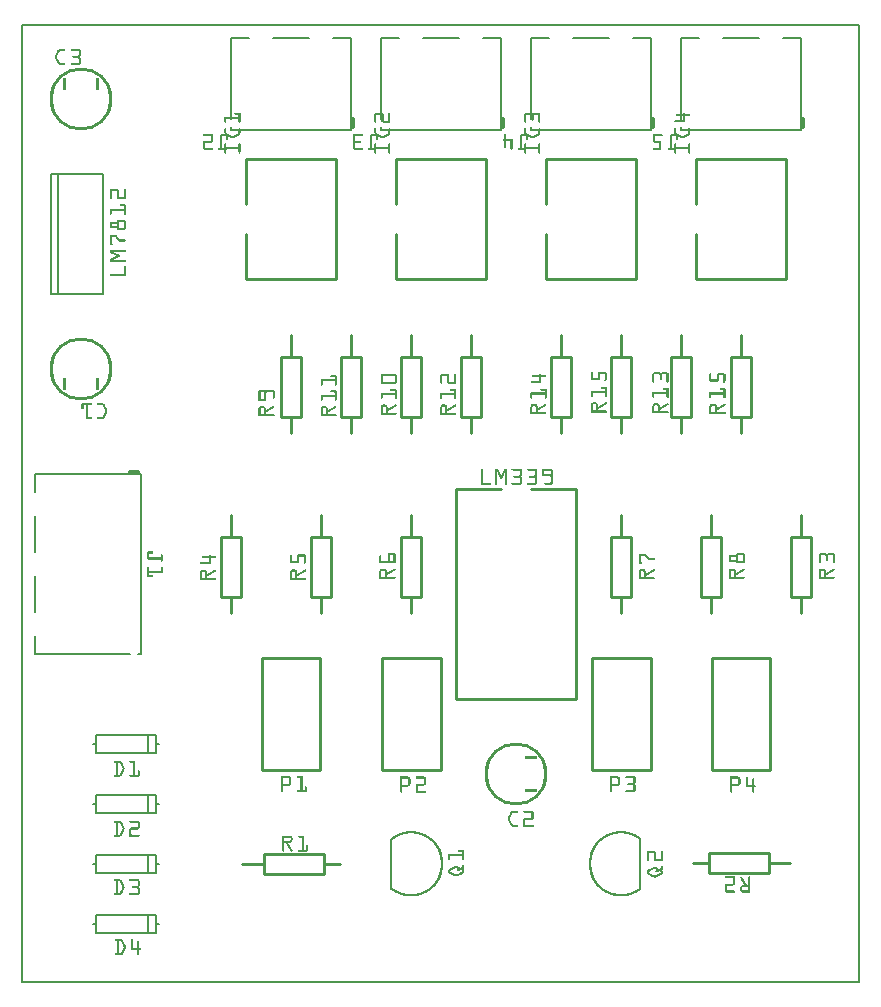
<source format=gto>
G04 MADE WITH FRITZING*
G04 WWW.FRITZING.ORG*
G04 SINGLE SIDED*
G04 HOLES NOT PLATED*
G04 CONTOUR ON CENTER OF CONTOUR VECTOR*
%ASAXBY*%
%FSLAX23Y23*%
%MOIN*%
%OFA0B0*%
%SFA1.0B1.0*%
%ADD10C,0.210000X0.19*%
%ADD11R,2.797590X3.196990X2.781590X3.180990*%
%ADD12C,0.008000*%
%ADD13C,0.010000*%
%ADD14C,0.006944*%
%ADD15C,0.013889*%
%ADD16C,0.009722*%
%ADD17R,0.001000X0.001000*%
%LNSILK1*%
G90*
G70*
G54D10*
X200Y2947D03*
X200Y2047D03*
X1650Y697D03*
G54D12*
X4Y3193D02*
X2794Y3193D01*
X2794Y4D01*
X4Y4D01*
X4Y3193D01*
D02*
G54D13*
X2250Y2347D02*
X2550Y2347D01*
X2550Y2347D02*
X2550Y2747D01*
X2550Y2747D02*
X2250Y2747D01*
D02*
X2250Y2347D02*
X2250Y2497D01*
D02*
X2250Y2597D02*
X2250Y2747D01*
D02*
X1750Y2347D02*
X2050Y2347D01*
X2050Y2347D02*
X2050Y2747D01*
X2050Y2747D02*
X1750Y2747D01*
D02*
X1750Y2347D02*
X1750Y2497D01*
D02*
X1750Y2597D02*
X1750Y2747D01*
D02*
X1250Y2347D02*
X1550Y2347D01*
X1550Y2347D02*
X1550Y2747D01*
X1550Y2747D02*
X1250Y2747D01*
D02*
X1250Y2347D02*
X1250Y2497D01*
D02*
X1250Y2597D02*
X1250Y2747D01*
D02*
X750Y2347D02*
X1050Y2347D01*
X1050Y2347D02*
X1050Y2747D01*
X1050Y2747D02*
X750Y2747D01*
D02*
X750Y2347D02*
X750Y2497D01*
D02*
X750Y2597D02*
X750Y2747D01*
G54D14*
D02*
X2600Y2843D02*
X2200Y2843D01*
D02*
X2600Y3151D02*
X2600Y2843D01*
D02*
X2200Y3150D02*
X2200Y2879D01*
D02*
X2461Y3151D02*
X2339Y3151D01*
D02*
X2261Y3150D02*
X2200Y3150D01*
D02*
X2600Y3150D02*
X2539Y3150D01*
D02*
X2200Y2843D02*
X2200Y2855D01*
G54D15*
D02*
X2608Y2855D02*
X2608Y2879D01*
G54D14*
D02*
X2100Y2843D02*
X1700Y2843D01*
D02*
X2100Y3151D02*
X2100Y2843D01*
D02*
X1700Y3150D02*
X1700Y2879D01*
D02*
X1961Y3151D02*
X1839Y3151D01*
D02*
X1761Y3150D02*
X1700Y3150D01*
D02*
X2100Y3150D02*
X2039Y3150D01*
D02*
X1700Y2843D02*
X1700Y2855D01*
G54D15*
D02*
X2108Y2855D02*
X2108Y2879D01*
G54D14*
D02*
X1600Y2843D02*
X1200Y2843D01*
D02*
X1600Y3151D02*
X1600Y2843D01*
D02*
X1200Y3150D02*
X1200Y2879D01*
D02*
X1461Y3151D02*
X1339Y3151D01*
D02*
X1261Y3150D02*
X1200Y3150D01*
D02*
X1600Y3150D02*
X1539Y3150D01*
D02*
X1200Y2843D02*
X1200Y2855D01*
G54D15*
D02*
X1608Y2855D02*
X1608Y2879D01*
G54D14*
D02*
X1100Y2843D02*
X700Y2843D01*
D02*
X1100Y3151D02*
X1100Y2843D01*
D02*
X700Y3150D02*
X700Y2879D01*
D02*
X961Y3151D02*
X839Y3151D01*
D02*
X761Y3150D02*
X700Y3150D01*
D02*
X1100Y3150D02*
X1039Y3150D01*
D02*
X700Y2843D02*
X700Y2855D01*
G54D15*
D02*
X1108Y2855D02*
X1108Y2879D01*
G54D12*
D02*
X275Y2697D02*
X275Y2297D01*
X275Y2297D02*
X125Y2297D01*
X125Y2297D02*
X100Y2297D01*
X100Y2297D02*
X100Y2697D01*
X100Y2697D02*
X125Y2697D01*
X125Y2697D02*
X275Y2697D01*
D02*
X125Y2697D02*
X125Y2297D01*
G54D14*
D02*
X401Y1697D02*
X401Y1097D01*
D02*
X47Y1697D02*
X401Y1697D01*
D02*
X46Y1097D02*
X365Y1097D01*
D02*
X47Y1558D02*
X47Y1436D01*
D02*
X46Y1358D02*
X46Y1236D01*
D02*
X47Y1697D02*
X47Y1637D01*
D02*
X46Y1158D02*
X46Y1097D01*
G54D15*
D02*
X389Y1705D02*
X365Y1705D01*
G54D14*
D02*
X401Y1097D02*
X389Y1097D01*
G54D12*
D02*
X250Y827D02*
X450Y827D01*
X450Y827D02*
X450Y797D01*
X450Y797D02*
X450Y767D01*
X450Y767D02*
X250Y767D01*
X250Y767D02*
X250Y797D01*
X250Y797D02*
X250Y827D01*
D02*
X450Y797D02*
X460Y797D01*
D02*
X250Y797D02*
X240Y797D01*
D02*
X425Y822D02*
X425Y772D01*
D02*
X250Y627D02*
X450Y627D01*
X450Y627D02*
X450Y597D01*
X450Y597D02*
X450Y567D01*
X450Y567D02*
X250Y567D01*
X250Y567D02*
X250Y597D01*
X250Y597D02*
X250Y627D01*
D02*
X450Y597D02*
X460Y597D01*
D02*
X250Y597D02*
X240Y597D01*
D02*
X425Y622D02*
X425Y572D01*
D02*
X250Y427D02*
X450Y427D01*
X450Y427D02*
X450Y397D01*
X450Y397D02*
X450Y367D01*
X450Y367D02*
X250Y367D01*
X250Y367D02*
X250Y397D01*
X250Y397D02*
X250Y427D01*
D02*
X450Y397D02*
X460Y397D01*
D02*
X250Y397D02*
X240Y397D01*
D02*
X425Y422D02*
X425Y372D01*
D02*
X250Y227D02*
X450Y227D01*
X450Y227D02*
X450Y197D01*
X450Y197D02*
X450Y167D01*
X450Y167D02*
X250Y167D01*
X250Y167D02*
X250Y197D01*
X250Y197D02*
X250Y227D01*
D02*
X450Y197D02*
X460Y197D01*
D02*
X250Y197D02*
X240Y197D01*
D02*
X425Y222D02*
X425Y172D01*
G54D13*
D02*
X738Y397D02*
X810Y397D01*
D02*
X1010Y397D02*
X1063Y397D01*
D02*
X810Y430D02*
X1010Y430D01*
D02*
X1010Y430D02*
X1010Y364D01*
D02*
X1010Y364D02*
X810Y364D01*
D02*
X810Y364D02*
X810Y430D01*
D02*
X2001Y2159D02*
X2001Y2087D01*
D02*
X2001Y1887D02*
X2001Y1834D01*
D02*
X2034Y2087D02*
X2034Y1887D01*
D02*
X2034Y1887D02*
X1968Y1887D01*
D02*
X1968Y1887D02*
X1968Y2087D01*
D02*
X1968Y2087D02*
X2034Y2087D01*
D02*
X1801Y2159D02*
X1801Y2087D01*
D02*
X1801Y1887D02*
X1801Y1834D01*
D02*
X1834Y2087D02*
X1834Y1887D01*
D02*
X1834Y1887D02*
X1768Y1887D01*
D02*
X1768Y1887D02*
X1768Y2087D01*
D02*
X1768Y2087D02*
X1834Y2087D01*
D02*
X1501Y2159D02*
X1501Y2087D01*
D02*
X1501Y1887D02*
X1501Y1834D01*
D02*
X1534Y2087D02*
X1534Y1887D01*
D02*
X1534Y1887D02*
X1468Y1887D01*
D02*
X1468Y1887D02*
X1468Y2087D01*
D02*
X1468Y2087D02*
X1534Y2087D01*
D02*
X1301Y2159D02*
X1301Y2087D01*
D02*
X1301Y1887D02*
X1301Y1834D01*
D02*
X1334Y2087D02*
X1334Y1887D01*
D02*
X1334Y1887D02*
X1268Y1887D01*
D02*
X1268Y1887D02*
X1268Y2087D01*
D02*
X1268Y2087D02*
X1334Y2087D01*
D02*
X2401Y2159D02*
X2401Y2087D01*
D02*
X2401Y1887D02*
X2401Y1834D01*
D02*
X2434Y2087D02*
X2434Y1887D01*
D02*
X2434Y1887D02*
X2368Y1887D01*
D02*
X2368Y1887D02*
X2368Y2087D01*
D02*
X2368Y2087D02*
X2434Y2087D01*
D02*
X2201Y2159D02*
X2201Y2087D01*
D02*
X2201Y1887D02*
X2201Y1834D01*
D02*
X2234Y2087D02*
X2234Y1887D01*
D02*
X2234Y1887D02*
X2168Y1887D01*
D02*
X2168Y1887D02*
X2168Y2087D01*
D02*
X2168Y2087D02*
X2234Y2087D01*
D02*
X1101Y2159D02*
X1101Y2087D01*
D02*
X1101Y1887D02*
X1101Y1834D01*
D02*
X1134Y2087D02*
X1134Y1887D01*
D02*
X1134Y1887D02*
X1068Y1887D01*
D02*
X1068Y1887D02*
X1068Y2087D01*
D02*
X1068Y2087D02*
X1134Y2087D01*
D02*
X901Y2159D02*
X901Y2087D01*
D02*
X901Y1887D02*
X901Y1834D01*
D02*
X934Y2087D02*
X934Y1887D01*
D02*
X934Y1887D02*
X868Y1887D01*
D02*
X868Y1887D02*
X868Y2087D01*
D02*
X868Y2087D02*
X934Y2087D01*
D02*
X2301Y1559D02*
X2301Y1487D01*
D02*
X2301Y1287D02*
X2301Y1234D01*
D02*
X2334Y1487D02*
X2334Y1287D01*
D02*
X2334Y1287D02*
X2268Y1287D01*
D02*
X2268Y1287D02*
X2268Y1487D01*
D02*
X2268Y1487D02*
X2334Y1487D01*
D02*
X2001Y1559D02*
X2001Y1487D01*
D02*
X2001Y1287D02*
X2001Y1234D01*
D02*
X2034Y1487D02*
X2034Y1287D01*
D02*
X2034Y1287D02*
X1968Y1287D01*
D02*
X1968Y1287D02*
X1968Y1487D01*
D02*
X1968Y1487D02*
X2034Y1487D01*
D02*
X1301Y1559D02*
X1301Y1487D01*
D02*
X1301Y1287D02*
X1301Y1234D01*
D02*
X1334Y1487D02*
X1334Y1287D01*
D02*
X1334Y1287D02*
X1268Y1287D01*
D02*
X1268Y1287D02*
X1268Y1487D01*
D02*
X1268Y1487D02*
X1334Y1487D01*
D02*
X1001Y1559D02*
X1001Y1487D01*
D02*
X1001Y1287D02*
X1001Y1234D01*
D02*
X1034Y1487D02*
X1034Y1287D01*
D02*
X1034Y1287D02*
X968Y1287D01*
D02*
X968Y1287D02*
X968Y1487D01*
D02*
X968Y1487D02*
X1034Y1487D01*
D02*
X701Y1559D02*
X701Y1487D01*
D02*
X701Y1287D02*
X701Y1234D01*
D02*
X734Y1487D02*
X734Y1287D01*
D02*
X734Y1287D02*
X668Y1287D01*
D02*
X668Y1287D02*
X668Y1487D01*
D02*
X668Y1487D02*
X734Y1487D01*
D02*
X2601Y1559D02*
X2601Y1487D01*
D02*
X2601Y1287D02*
X2601Y1234D01*
D02*
X2634Y1487D02*
X2634Y1287D01*
D02*
X2634Y1287D02*
X2568Y1287D01*
D02*
X2568Y1287D02*
X2568Y1487D01*
D02*
X2568Y1487D02*
X2634Y1487D01*
D02*
X2565Y399D02*
X2493Y399D01*
D02*
X2293Y399D02*
X2240Y399D01*
D02*
X2493Y366D02*
X2293Y366D01*
D02*
X2293Y366D02*
X2293Y432D01*
D02*
X2293Y432D02*
X2493Y432D01*
D02*
X2493Y432D02*
X2493Y366D01*
G54D12*
D02*
X1235Y479D02*
X1235Y315D01*
D02*
X2065Y315D02*
X2065Y479D01*
G54D16*
D02*
X2302Y1084D02*
X2302Y710D01*
D02*
X2302Y710D02*
X2498Y710D01*
D02*
X2498Y710D02*
X2498Y1084D01*
D02*
X2498Y1084D02*
X2302Y1084D01*
D02*
X1903Y1084D02*
X1903Y710D01*
D02*
X1903Y710D02*
X2099Y710D01*
D02*
X2099Y710D02*
X2099Y1084D01*
D02*
X2099Y1084D02*
X1903Y1084D01*
D02*
X1203Y1084D02*
X1203Y710D01*
D02*
X1203Y710D02*
X1399Y710D01*
D02*
X1399Y710D02*
X1399Y1084D01*
D02*
X1399Y1084D02*
X1203Y1084D01*
D02*
X802Y1084D02*
X802Y710D01*
D02*
X802Y710D02*
X998Y710D01*
D02*
X998Y710D02*
X998Y1084D01*
D02*
X998Y1084D02*
X802Y1084D01*
G54D13*
D02*
X1451Y1647D02*
X1451Y947D01*
D02*
X1451Y947D02*
X1851Y947D01*
D02*
X1851Y947D02*
X1851Y1647D01*
D02*
X1451Y1647D02*
X1601Y1647D01*
D02*
X1701Y1647D02*
X1851Y1647D01*
G54D17*
X132Y3114D02*
X144Y3114D01*
X169Y3114D02*
X192Y3114D01*
X128Y3113D02*
X146Y3113D01*
X166Y3113D02*
X195Y3113D01*
X126Y3112D02*
X147Y3112D01*
X166Y3112D02*
X197Y3112D01*
X125Y3111D02*
X147Y3111D01*
X165Y3111D02*
X197Y3111D01*
X124Y3110D02*
X147Y3110D01*
X165Y3110D02*
X198Y3110D01*
X123Y3109D02*
X147Y3109D01*
X166Y3109D02*
X198Y3109D01*
X122Y3108D02*
X146Y3108D01*
X166Y3108D02*
X199Y3108D01*
X122Y3107D02*
X131Y3107D01*
X192Y3107D02*
X199Y3107D01*
X121Y3106D02*
X129Y3106D01*
X193Y3106D02*
X199Y3106D01*
X121Y3105D02*
X128Y3105D01*
X193Y3105D02*
X199Y3105D01*
X120Y3104D02*
X127Y3104D01*
X193Y3104D02*
X199Y3104D01*
X120Y3103D02*
X127Y3103D01*
X193Y3103D02*
X199Y3103D01*
X119Y3102D02*
X126Y3102D01*
X193Y3102D02*
X199Y3102D01*
X119Y3101D02*
X126Y3101D01*
X193Y3101D02*
X199Y3101D01*
X118Y3100D02*
X125Y3100D01*
X193Y3100D02*
X199Y3100D01*
X118Y3099D02*
X125Y3099D01*
X193Y3099D02*
X199Y3099D01*
X117Y3098D02*
X124Y3098D01*
X193Y3098D02*
X199Y3098D01*
X117Y3097D02*
X124Y3097D01*
X193Y3097D02*
X199Y3097D01*
X116Y3096D02*
X123Y3096D01*
X193Y3096D02*
X199Y3096D01*
X116Y3095D02*
X123Y3095D01*
X193Y3095D02*
X199Y3095D01*
X115Y3094D02*
X122Y3094D01*
X193Y3094D02*
X199Y3094D01*
X115Y3093D02*
X122Y3093D01*
X193Y3093D02*
X199Y3093D01*
X115Y3092D02*
X121Y3092D01*
X192Y3092D02*
X199Y3092D01*
X114Y3091D02*
X121Y3091D01*
X191Y3091D02*
X198Y3091D01*
X114Y3090D02*
X120Y3090D01*
X174Y3090D02*
X198Y3090D01*
X114Y3089D02*
X120Y3089D01*
X173Y3089D02*
X197Y3089D01*
X114Y3088D02*
X120Y3088D01*
X172Y3088D02*
X197Y3088D01*
X114Y3087D02*
X120Y3087D01*
X172Y3087D02*
X196Y3087D01*
X114Y3086D02*
X120Y3086D01*
X172Y3086D02*
X197Y3086D01*
X114Y3085D02*
X120Y3085D01*
X173Y3085D02*
X197Y3085D01*
X114Y3084D02*
X120Y3084D01*
X174Y3084D02*
X198Y3084D01*
X115Y3083D02*
X121Y3083D01*
X191Y3083D02*
X198Y3083D01*
X115Y3082D02*
X121Y3082D01*
X192Y3082D02*
X199Y3082D01*
X115Y3081D02*
X122Y3081D01*
X193Y3081D02*
X199Y3081D01*
X115Y3080D02*
X122Y3080D01*
X193Y3080D02*
X199Y3080D01*
X116Y3079D02*
X123Y3079D01*
X193Y3079D02*
X199Y3079D01*
X116Y3078D02*
X123Y3078D01*
X193Y3078D02*
X199Y3078D01*
X117Y3077D02*
X124Y3077D01*
X193Y3077D02*
X199Y3077D01*
X117Y3076D02*
X124Y3076D01*
X193Y3076D02*
X199Y3076D01*
X118Y3075D02*
X125Y3075D01*
X193Y3075D02*
X199Y3075D01*
X118Y3074D02*
X125Y3074D01*
X193Y3074D02*
X199Y3074D01*
X119Y3073D02*
X126Y3073D01*
X193Y3073D02*
X199Y3073D01*
X119Y3072D02*
X126Y3072D01*
X193Y3072D02*
X199Y3072D01*
X120Y3071D02*
X127Y3071D01*
X193Y3071D02*
X199Y3071D01*
X120Y3070D02*
X127Y3070D01*
X193Y3070D02*
X199Y3070D01*
X121Y3069D02*
X128Y3069D01*
X193Y3069D02*
X199Y3069D01*
X121Y3068D02*
X129Y3068D01*
X193Y3068D02*
X199Y3068D01*
X122Y3067D02*
X130Y3067D01*
X192Y3067D02*
X199Y3067D01*
X122Y3066D02*
X146Y3066D01*
X166Y3066D02*
X199Y3066D01*
X123Y3065D02*
X147Y3065D01*
X166Y3065D02*
X198Y3065D01*
X124Y3064D02*
X147Y3064D01*
X165Y3064D02*
X198Y3064D01*
X125Y3063D02*
X147Y3063D01*
X165Y3063D02*
X198Y3063D01*
X126Y3062D02*
X147Y3062D01*
X166Y3062D02*
X197Y3062D01*
X127Y3061D02*
X146Y3061D01*
X166Y3061D02*
X195Y3061D01*
X131Y3060D02*
X144Y3060D01*
X168Y3060D02*
X193Y3060D01*
X143Y3016D02*
X148Y3016D01*
X253Y3016D02*
X258Y3016D01*
X142Y3015D02*
X149Y3015D01*
X252Y3015D02*
X259Y3015D01*
X141Y3014D02*
X150Y3014D01*
X251Y3014D02*
X260Y3014D01*
X141Y3013D02*
X150Y3013D01*
X251Y3013D02*
X260Y3013D01*
X141Y3012D02*
X150Y3012D01*
X251Y3012D02*
X260Y3012D01*
X140Y3011D02*
X150Y3011D01*
X250Y3011D02*
X260Y3011D01*
X140Y3010D02*
X150Y3010D01*
X250Y3010D02*
X260Y3010D01*
X140Y3009D02*
X150Y3009D01*
X250Y3009D02*
X260Y3009D01*
X140Y3008D02*
X150Y3008D01*
X250Y3008D02*
X260Y3008D01*
X140Y3007D02*
X150Y3007D01*
X250Y3007D02*
X260Y3007D01*
X140Y3006D02*
X150Y3006D01*
X250Y3006D02*
X260Y3006D01*
X140Y3005D02*
X150Y3005D01*
X250Y3005D02*
X260Y3005D01*
X140Y3004D02*
X150Y3004D01*
X250Y3004D02*
X260Y3004D01*
X140Y3003D02*
X150Y3003D01*
X250Y3003D02*
X260Y3003D01*
X140Y3002D02*
X150Y3002D01*
X250Y3002D02*
X260Y3002D01*
X140Y3001D02*
X150Y3001D01*
X250Y3001D02*
X260Y3001D01*
X140Y3000D02*
X150Y3000D01*
X250Y3000D02*
X260Y3000D01*
X140Y2999D02*
X150Y2999D01*
X250Y2999D02*
X260Y2999D01*
X140Y2998D02*
X150Y2998D01*
X250Y2998D02*
X260Y2998D01*
X140Y2997D02*
X150Y2997D01*
X250Y2997D02*
X260Y2997D01*
X140Y2996D02*
X150Y2996D01*
X250Y2996D02*
X260Y2996D01*
X140Y2995D02*
X150Y2995D01*
X250Y2995D02*
X260Y2995D01*
X140Y2994D02*
X150Y2994D01*
X250Y2994D02*
X260Y2994D01*
X140Y2993D02*
X150Y2993D01*
X250Y2993D02*
X260Y2993D01*
X140Y2992D02*
X150Y2992D01*
X250Y2992D02*
X260Y2992D01*
X140Y2991D02*
X150Y2991D01*
X250Y2991D02*
X260Y2991D01*
X140Y2990D02*
X150Y2990D01*
X250Y2990D02*
X260Y2990D01*
X140Y2989D02*
X150Y2989D01*
X250Y2989D02*
X260Y2989D01*
X140Y2988D02*
X150Y2988D01*
X250Y2988D02*
X260Y2988D01*
X140Y2987D02*
X150Y2987D01*
X250Y2987D02*
X260Y2987D01*
X140Y2986D02*
X150Y2986D01*
X250Y2986D02*
X260Y2986D01*
X140Y2985D02*
X150Y2985D01*
X250Y2985D02*
X260Y2985D01*
X140Y2984D02*
X150Y2984D01*
X250Y2984D02*
X260Y2984D01*
X140Y2983D02*
X150Y2983D01*
X250Y2983D02*
X260Y2983D01*
X140Y2982D02*
X150Y2982D01*
X250Y2982D02*
X260Y2982D01*
X141Y2981D02*
X150Y2981D01*
X251Y2981D02*
X260Y2981D01*
X141Y2980D02*
X150Y2980D01*
X251Y2980D02*
X260Y2980D01*
X141Y2979D02*
X150Y2979D01*
X251Y2979D02*
X260Y2979D01*
X142Y2978D02*
X149Y2978D01*
X252Y2978D02*
X259Y2978D01*
X143Y2977D02*
X148Y2977D01*
X253Y2977D02*
X258Y2977D01*
X713Y2901D02*
X730Y2901D01*
X1182Y2901D02*
X1204Y2901D01*
X1227Y2901D02*
X1230Y2901D01*
X1682Y2901D02*
X1701Y2901D01*
X1708Y2901D02*
X1727Y2901D01*
X712Y2900D02*
X731Y2900D01*
X1181Y2900D02*
X1205Y2900D01*
X1226Y2900D02*
X1231Y2900D01*
X1681Y2900D02*
X1703Y2900D01*
X1706Y2900D02*
X1729Y2900D01*
X2209Y2900D02*
X2212Y2900D01*
X712Y2899D02*
X731Y2899D01*
X1180Y2899D02*
X1206Y2899D01*
X1226Y2899D02*
X1231Y2899D01*
X1680Y2899D02*
X1730Y2899D01*
X2208Y2899D02*
X2213Y2899D01*
X712Y2898D02*
X732Y2898D01*
X1179Y2898D02*
X1207Y2898D01*
X1225Y2898D02*
X1231Y2898D01*
X1679Y2898D02*
X1730Y2898D01*
X2208Y2898D02*
X2213Y2898D01*
X712Y2897D02*
X732Y2897D01*
X1179Y2897D02*
X1207Y2897D01*
X1225Y2897D02*
X1231Y2897D01*
X1679Y2897D02*
X1731Y2897D01*
X2208Y2897D02*
X2213Y2897D01*
X712Y2896D02*
X732Y2896D01*
X1178Y2896D02*
X1208Y2896D01*
X1225Y2896D02*
X1231Y2896D01*
X1678Y2896D02*
X1731Y2896D01*
X2186Y2896D02*
X2229Y2896D01*
X714Y2895D02*
X732Y2895D01*
X1178Y2895D02*
X1208Y2895D01*
X1225Y2895D02*
X1231Y2895D01*
X1678Y2895D02*
X1731Y2895D01*
X2185Y2895D02*
X2230Y2895D01*
X725Y2894D02*
X732Y2894D01*
X1178Y2894D02*
X1184Y2894D01*
X1202Y2894D02*
X1208Y2894D01*
X1225Y2894D02*
X1231Y2894D01*
X1678Y2894D02*
X1684Y2894D01*
X1700Y2894D02*
X1709Y2894D01*
X1725Y2894D02*
X1731Y2894D01*
X2184Y2894D02*
X2231Y2894D01*
X725Y2893D02*
X732Y2893D01*
X1178Y2893D02*
X1184Y2893D01*
X1202Y2893D02*
X1208Y2893D01*
X1225Y2893D02*
X1231Y2893D01*
X1678Y2893D02*
X1684Y2893D01*
X1701Y2893D02*
X1708Y2893D01*
X1725Y2893D02*
X1731Y2893D01*
X2184Y2893D02*
X2231Y2893D01*
X725Y2892D02*
X732Y2892D01*
X1178Y2892D02*
X1184Y2892D01*
X1202Y2892D02*
X1208Y2892D01*
X1225Y2892D02*
X1231Y2892D01*
X1678Y2892D02*
X1684Y2892D01*
X1702Y2892D02*
X1708Y2892D01*
X1725Y2892D02*
X1731Y2892D01*
X2184Y2892D02*
X2231Y2892D01*
X725Y2891D02*
X732Y2891D01*
X1178Y2891D02*
X1184Y2891D01*
X1202Y2891D02*
X1208Y2891D01*
X1225Y2891D02*
X1231Y2891D01*
X1678Y2891D02*
X1684Y2891D01*
X1702Y2891D02*
X1708Y2891D01*
X1725Y2891D02*
X1731Y2891D01*
X2184Y2891D02*
X2231Y2891D01*
X725Y2890D02*
X732Y2890D01*
X1178Y2890D02*
X1184Y2890D01*
X1202Y2890D02*
X1208Y2890D01*
X1225Y2890D02*
X1231Y2890D01*
X1678Y2890D02*
X1684Y2890D01*
X1702Y2890D02*
X1708Y2890D01*
X1725Y2890D02*
X1731Y2890D01*
X2185Y2890D02*
X2230Y2890D01*
X725Y2889D02*
X732Y2889D01*
X1178Y2889D02*
X1184Y2889D01*
X1202Y2889D02*
X1208Y2889D01*
X1225Y2889D02*
X1231Y2889D01*
X1678Y2889D02*
X1684Y2889D01*
X1702Y2889D02*
X1708Y2889D01*
X1725Y2889D02*
X1731Y2889D01*
X2207Y2889D02*
X2214Y2889D01*
X725Y2888D02*
X732Y2888D01*
X1178Y2888D02*
X1184Y2888D01*
X1202Y2888D02*
X1208Y2888D01*
X1225Y2888D02*
X1231Y2888D01*
X1678Y2888D02*
X1684Y2888D01*
X1702Y2888D02*
X1708Y2888D01*
X1725Y2888D02*
X1731Y2888D01*
X2207Y2888D02*
X2213Y2888D01*
X678Y2887D02*
X732Y2887D01*
X1178Y2887D02*
X1184Y2887D01*
X1202Y2887D02*
X1208Y2887D01*
X1225Y2887D02*
X1231Y2887D01*
X1678Y2887D02*
X1684Y2887D01*
X1702Y2887D02*
X1708Y2887D01*
X1725Y2887D02*
X1731Y2887D01*
X2207Y2887D02*
X2213Y2887D01*
X678Y2886D02*
X732Y2886D01*
X1178Y2886D02*
X1184Y2886D01*
X1202Y2886D02*
X1208Y2886D01*
X1225Y2886D02*
X1231Y2886D01*
X1678Y2886D02*
X1684Y2886D01*
X1702Y2886D02*
X1708Y2886D01*
X1725Y2886D02*
X1731Y2886D01*
X2207Y2886D02*
X2213Y2886D01*
X678Y2885D02*
X732Y2885D01*
X1178Y2885D02*
X1184Y2885D01*
X1202Y2885D02*
X1208Y2885D01*
X1225Y2885D02*
X1231Y2885D01*
X1678Y2885D02*
X1684Y2885D01*
X1702Y2885D02*
X1708Y2885D01*
X1725Y2885D02*
X1731Y2885D01*
X2207Y2885D02*
X2213Y2885D01*
X678Y2884D02*
X732Y2884D01*
X1178Y2884D02*
X1184Y2884D01*
X1202Y2884D02*
X1208Y2884D01*
X1225Y2884D02*
X1231Y2884D01*
X1678Y2884D02*
X1684Y2884D01*
X1702Y2884D02*
X1708Y2884D01*
X1725Y2884D02*
X1731Y2884D01*
X2207Y2884D02*
X2213Y2884D01*
X678Y2883D02*
X732Y2883D01*
X1178Y2883D02*
X1184Y2883D01*
X1202Y2883D02*
X1208Y2883D01*
X1225Y2883D02*
X1231Y2883D01*
X1678Y2883D02*
X1684Y2883D01*
X1702Y2883D02*
X1708Y2883D01*
X1725Y2883D02*
X1731Y2883D01*
X2207Y2883D02*
X2213Y2883D01*
X678Y2882D02*
X732Y2882D01*
X1178Y2882D02*
X1184Y2882D01*
X1202Y2882D02*
X1208Y2882D01*
X1225Y2882D02*
X1231Y2882D01*
X1678Y2882D02*
X1684Y2882D01*
X1702Y2882D02*
X1708Y2882D01*
X1725Y2882D02*
X1731Y2882D01*
X2207Y2882D02*
X2213Y2882D01*
X678Y2881D02*
X732Y2881D01*
X1178Y2881D02*
X1184Y2881D01*
X1202Y2881D02*
X1208Y2881D01*
X1225Y2881D02*
X1231Y2881D01*
X1678Y2881D02*
X1684Y2881D01*
X1702Y2881D02*
X1708Y2881D01*
X1725Y2881D02*
X1731Y2881D01*
X2207Y2881D02*
X2213Y2881D01*
X678Y2880D02*
X684Y2880D01*
X725Y2880D02*
X732Y2880D01*
X1178Y2880D02*
X1184Y2880D01*
X1202Y2880D02*
X1208Y2880D01*
X1225Y2880D02*
X1231Y2880D01*
X1678Y2880D02*
X1684Y2880D01*
X1702Y2880D02*
X1708Y2880D01*
X1725Y2880D02*
X1731Y2880D01*
X2207Y2880D02*
X2213Y2880D01*
X678Y2879D02*
X684Y2879D01*
X725Y2879D02*
X732Y2879D01*
X1178Y2879D02*
X1184Y2879D01*
X1202Y2879D02*
X1208Y2879D01*
X1225Y2879D02*
X1231Y2879D01*
X1678Y2879D02*
X1684Y2879D01*
X1702Y2879D02*
X1708Y2879D01*
X1725Y2879D02*
X1731Y2879D01*
X2207Y2879D02*
X2213Y2879D01*
X678Y2878D02*
X684Y2878D01*
X725Y2878D02*
X732Y2878D01*
X1178Y2878D02*
X1184Y2878D01*
X1202Y2878D02*
X1208Y2878D01*
X1225Y2878D02*
X1231Y2878D01*
X1678Y2878D02*
X1684Y2878D01*
X1702Y2878D02*
X1708Y2878D01*
X1725Y2878D02*
X1731Y2878D01*
X2207Y2878D02*
X2213Y2878D01*
X678Y2877D02*
X684Y2877D01*
X725Y2877D02*
X732Y2877D01*
X1178Y2877D02*
X1184Y2877D01*
X1202Y2877D02*
X1208Y2877D01*
X1225Y2877D02*
X1231Y2877D01*
X1678Y2877D02*
X1684Y2877D01*
X1702Y2877D02*
X1708Y2877D01*
X1725Y2877D02*
X1731Y2877D01*
X2207Y2877D02*
X2213Y2877D01*
X678Y2876D02*
X684Y2876D01*
X725Y2876D02*
X732Y2876D01*
X1178Y2876D02*
X1184Y2876D01*
X1202Y2876D02*
X1208Y2876D01*
X1225Y2876D02*
X1231Y2876D01*
X1678Y2876D02*
X1684Y2876D01*
X1702Y2876D02*
X1707Y2876D01*
X1725Y2876D02*
X1731Y2876D01*
X2207Y2876D02*
X2213Y2876D01*
X678Y2875D02*
X684Y2875D01*
X725Y2875D02*
X732Y2875D01*
X1178Y2875D02*
X1184Y2875D01*
X1202Y2875D02*
X1208Y2875D01*
X1225Y2875D02*
X1231Y2875D01*
X1678Y2875D02*
X1684Y2875D01*
X1703Y2875D02*
X1706Y2875D01*
X1725Y2875D02*
X1731Y2875D01*
X2180Y2875D02*
X2213Y2875D01*
X678Y2874D02*
X684Y2874D01*
X725Y2874D02*
X732Y2874D01*
X1178Y2874D02*
X1184Y2874D01*
X1202Y2874D02*
X1231Y2874D01*
X1678Y2874D02*
X1684Y2874D01*
X1725Y2874D02*
X1731Y2874D01*
X2179Y2874D02*
X2213Y2874D01*
X678Y2873D02*
X684Y2873D01*
X725Y2873D02*
X732Y2873D01*
X1178Y2873D02*
X1184Y2873D01*
X1202Y2873D02*
X1231Y2873D01*
X1678Y2873D02*
X1684Y2873D01*
X1725Y2873D02*
X1731Y2873D01*
X2178Y2873D02*
X2213Y2873D01*
X678Y2872D02*
X684Y2872D01*
X725Y2872D02*
X732Y2872D01*
X1178Y2872D02*
X1184Y2872D01*
X1202Y2872D02*
X1231Y2872D01*
X1678Y2872D02*
X1684Y2872D01*
X1725Y2872D02*
X1731Y2872D01*
X2178Y2872D02*
X2213Y2872D01*
X678Y2871D02*
X684Y2871D01*
X726Y2871D02*
X732Y2871D01*
X1178Y2871D02*
X1184Y2871D01*
X1203Y2871D02*
X1231Y2871D01*
X1678Y2871D02*
X1684Y2871D01*
X1725Y2871D02*
X1731Y2871D01*
X2178Y2871D02*
X2213Y2871D01*
X678Y2870D02*
X684Y2870D01*
X726Y2870D02*
X731Y2870D01*
X1178Y2870D02*
X1184Y2870D01*
X1203Y2870D02*
X1231Y2870D01*
X1678Y2870D02*
X1684Y2870D01*
X1725Y2870D02*
X1731Y2870D01*
X2179Y2870D02*
X2213Y2870D01*
X679Y2869D02*
X684Y2869D01*
X726Y2869D02*
X731Y2869D01*
X1179Y2869D02*
X1184Y2869D01*
X1204Y2869D02*
X1231Y2869D01*
X1679Y2869D02*
X1684Y2869D01*
X1726Y2869D02*
X1731Y2869D01*
X2180Y2869D02*
X2213Y2869D01*
X680Y2868D02*
X683Y2868D01*
X727Y2868D02*
X730Y2868D01*
X1180Y2868D02*
X1183Y2868D01*
X1206Y2868D02*
X1231Y2868D01*
X1680Y2868D02*
X1683Y2868D01*
X1727Y2868D02*
X1730Y2868D01*
X680Y2850D02*
X682Y2850D01*
X727Y2850D02*
X730Y2850D01*
X1180Y2850D02*
X1182Y2850D01*
X1227Y2850D02*
X1229Y2850D01*
X1680Y2850D02*
X1682Y2850D01*
X1727Y2850D02*
X1729Y2850D01*
X2180Y2850D02*
X2182Y2850D01*
X2227Y2850D02*
X2229Y2850D01*
X679Y2849D02*
X684Y2849D01*
X726Y2849D02*
X731Y2849D01*
X1179Y2849D02*
X1183Y2849D01*
X1226Y2849D02*
X1231Y2849D01*
X1679Y2849D02*
X1683Y2849D01*
X1726Y2849D02*
X1731Y2849D01*
X2179Y2849D02*
X2183Y2849D01*
X2226Y2849D02*
X2230Y2849D01*
X679Y2848D02*
X684Y2848D01*
X726Y2848D02*
X731Y2848D01*
X1178Y2848D02*
X1184Y2848D01*
X1226Y2848D02*
X1231Y2848D01*
X1678Y2848D02*
X1684Y2848D01*
X1726Y2848D02*
X1731Y2848D01*
X2178Y2848D02*
X2184Y2848D01*
X2225Y2848D02*
X2231Y2848D01*
X678Y2847D02*
X684Y2847D01*
X726Y2847D02*
X731Y2847D01*
X1178Y2847D02*
X1184Y2847D01*
X1225Y2847D02*
X1231Y2847D01*
X1678Y2847D02*
X1684Y2847D01*
X1725Y2847D02*
X1731Y2847D01*
X2178Y2847D02*
X2184Y2847D01*
X2225Y2847D02*
X2231Y2847D01*
X678Y2846D02*
X684Y2846D01*
X725Y2846D02*
X732Y2846D01*
X1178Y2846D02*
X1184Y2846D01*
X1225Y2846D02*
X1231Y2846D01*
X1678Y2846D02*
X1684Y2846D01*
X1725Y2846D02*
X1731Y2846D01*
X2178Y2846D02*
X2184Y2846D01*
X2225Y2846D02*
X2231Y2846D01*
X678Y2845D02*
X684Y2845D01*
X725Y2845D02*
X732Y2845D01*
X1178Y2845D02*
X1184Y2845D01*
X1225Y2845D02*
X1231Y2845D01*
X1678Y2845D02*
X1684Y2845D01*
X1725Y2845D02*
X1731Y2845D01*
X2178Y2845D02*
X2184Y2845D01*
X2225Y2845D02*
X2231Y2845D01*
X678Y2844D02*
X684Y2844D01*
X725Y2844D02*
X732Y2844D01*
X1178Y2844D02*
X1184Y2844D01*
X1225Y2844D02*
X1231Y2844D01*
X1678Y2844D02*
X1684Y2844D01*
X1725Y2844D02*
X1731Y2844D01*
X2178Y2844D02*
X2184Y2844D01*
X2225Y2844D02*
X2231Y2844D01*
X678Y2843D02*
X684Y2843D01*
X725Y2843D02*
X732Y2843D01*
X1178Y2843D02*
X1184Y2843D01*
X1225Y2843D02*
X1231Y2843D01*
X1678Y2843D02*
X1684Y2843D01*
X1725Y2843D02*
X1731Y2843D01*
X2178Y2843D02*
X2184Y2843D01*
X2225Y2843D02*
X2231Y2843D01*
X678Y2842D02*
X684Y2842D01*
X725Y2842D02*
X732Y2842D01*
X1178Y2842D02*
X1184Y2842D01*
X1225Y2842D02*
X1231Y2842D01*
X1678Y2842D02*
X1684Y2842D01*
X1725Y2842D02*
X1731Y2842D01*
X2178Y2842D02*
X2184Y2842D01*
X2225Y2842D02*
X2231Y2842D01*
X678Y2841D02*
X684Y2841D01*
X725Y2841D02*
X732Y2841D01*
X1178Y2841D02*
X1184Y2841D01*
X1225Y2841D02*
X1231Y2841D01*
X1678Y2841D02*
X1684Y2841D01*
X1725Y2841D02*
X1731Y2841D01*
X2178Y2841D02*
X2184Y2841D01*
X2225Y2841D02*
X2231Y2841D01*
X678Y2840D02*
X684Y2840D01*
X725Y2840D02*
X732Y2840D01*
X1178Y2840D02*
X1184Y2840D01*
X1225Y2840D02*
X1231Y2840D01*
X1678Y2840D02*
X1684Y2840D01*
X1725Y2840D02*
X1731Y2840D01*
X2178Y2840D02*
X2184Y2840D01*
X2225Y2840D02*
X2231Y2840D01*
X678Y2839D02*
X684Y2839D01*
X725Y2839D02*
X732Y2839D01*
X1178Y2839D02*
X1184Y2839D01*
X1225Y2839D02*
X1231Y2839D01*
X1678Y2839D02*
X1684Y2839D01*
X1725Y2839D02*
X1731Y2839D01*
X2178Y2839D02*
X2184Y2839D01*
X2225Y2839D02*
X2231Y2839D01*
X678Y2838D02*
X684Y2838D01*
X725Y2838D02*
X732Y2838D01*
X1178Y2838D02*
X1184Y2838D01*
X1225Y2838D02*
X1231Y2838D01*
X1678Y2838D02*
X1684Y2838D01*
X1725Y2838D02*
X1731Y2838D01*
X2178Y2838D02*
X2184Y2838D01*
X2225Y2838D02*
X2231Y2838D01*
X678Y2837D02*
X684Y2837D01*
X725Y2837D02*
X732Y2837D01*
X1178Y2837D02*
X1184Y2837D01*
X1225Y2837D02*
X1231Y2837D01*
X1678Y2837D02*
X1684Y2837D01*
X1725Y2837D02*
X1731Y2837D01*
X2178Y2837D02*
X2184Y2837D01*
X2225Y2837D02*
X2231Y2837D01*
X678Y2836D02*
X684Y2836D01*
X725Y2836D02*
X732Y2836D01*
X1178Y2836D02*
X1184Y2836D01*
X1225Y2836D02*
X1231Y2836D01*
X1678Y2836D02*
X1684Y2836D01*
X1725Y2836D02*
X1731Y2836D01*
X2178Y2836D02*
X2184Y2836D01*
X2225Y2836D02*
X2231Y2836D01*
X678Y2835D02*
X684Y2835D01*
X725Y2835D02*
X732Y2835D01*
X1178Y2835D02*
X1184Y2835D01*
X1225Y2835D02*
X1231Y2835D01*
X1678Y2835D02*
X1684Y2835D01*
X1725Y2835D02*
X1731Y2835D01*
X2178Y2835D02*
X2184Y2835D01*
X2225Y2835D02*
X2231Y2835D01*
X678Y2834D02*
X684Y2834D01*
X725Y2834D02*
X731Y2834D01*
X1178Y2834D02*
X1184Y2834D01*
X1225Y2834D02*
X1231Y2834D01*
X1678Y2834D02*
X1684Y2834D01*
X1725Y2834D02*
X1731Y2834D01*
X2178Y2834D02*
X2184Y2834D01*
X2225Y2834D02*
X2231Y2834D01*
X678Y2833D02*
X685Y2833D01*
X725Y2833D02*
X731Y2833D01*
X1178Y2833D02*
X1184Y2833D01*
X1225Y2833D02*
X1231Y2833D01*
X1678Y2833D02*
X1684Y2833D01*
X1725Y2833D02*
X1731Y2833D01*
X2178Y2833D02*
X2184Y2833D01*
X2225Y2833D02*
X2231Y2833D01*
X679Y2832D02*
X685Y2832D01*
X725Y2832D02*
X731Y2832D01*
X1179Y2832D02*
X1185Y2832D01*
X1225Y2832D02*
X1231Y2832D01*
X1678Y2832D02*
X1685Y2832D01*
X1725Y2832D02*
X1731Y2832D01*
X2178Y2832D02*
X2185Y2832D01*
X2224Y2832D02*
X2231Y2832D01*
X608Y2831D02*
X639Y2831D01*
X673Y2831D02*
X686Y2831D01*
X724Y2831D02*
X731Y2831D01*
X1111Y2831D02*
X1137Y2831D01*
X1173Y2831D02*
X1186Y2831D01*
X1224Y2831D02*
X1231Y2831D01*
X1614Y2831D02*
X1615Y2831D01*
X1673Y2831D02*
X1686Y2831D01*
X1723Y2831D02*
X1731Y2831D01*
X2112Y2831D02*
X2131Y2831D01*
X2172Y2831D02*
X2186Y2831D01*
X2223Y2831D02*
X2231Y2831D01*
X607Y2830D02*
X639Y2830D01*
X670Y2830D02*
X688Y2830D01*
X722Y2830D02*
X731Y2830D01*
X1109Y2830D02*
X1138Y2830D01*
X1170Y2830D02*
X1188Y2830D01*
X1222Y2830D02*
X1231Y2830D01*
X1612Y2830D02*
X1616Y2830D01*
X1670Y2830D02*
X1688Y2830D01*
X1722Y2830D02*
X1730Y2830D01*
X2110Y2830D02*
X2133Y2830D01*
X2169Y2830D02*
X2188Y2830D01*
X2221Y2830D02*
X2230Y2830D01*
X606Y2829D02*
X639Y2829D01*
X668Y2829D02*
X690Y2829D01*
X720Y2829D02*
X730Y2829D01*
X1108Y2829D02*
X1139Y2829D01*
X1168Y2829D02*
X1190Y2829D01*
X1220Y2829D02*
X1230Y2829D01*
X1611Y2829D02*
X1617Y2829D01*
X1668Y2829D02*
X1690Y2829D01*
X1720Y2829D02*
X1730Y2829D01*
X2109Y2829D02*
X2135Y2829D01*
X2168Y2829D02*
X2190Y2829D01*
X2219Y2829D02*
X2230Y2829D01*
X606Y2828D02*
X639Y2828D01*
X667Y2828D02*
X692Y2828D01*
X718Y2828D02*
X730Y2828D01*
X1107Y2828D02*
X1139Y2828D01*
X1167Y2828D02*
X1192Y2828D01*
X1218Y2828D02*
X1229Y2828D01*
X1611Y2828D02*
X1617Y2828D01*
X1667Y2828D02*
X1692Y2828D01*
X1718Y2828D02*
X1729Y2828D01*
X2108Y2828D02*
X2136Y2828D01*
X2167Y2828D02*
X2192Y2828D01*
X2217Y2828D02*
X2229Y2828D01*
X606Y2827D02*
X639Y2827D01*
X666Y2827D02*
X694Y2827D01*
X716Y2827D02*
X729Y2827D01*
X1106Y2827D02*
X1139Y2827D01*
X1166Y2827D02*
X1194Y2827D01*
X1216Y2827D02*
X1229Y2827D01*
X1611Y2827D02*
X1617Y2827D01*
X1666Y2827D02*
X1694Y2827D01*
X1716Y2827D02*
X1728Y2827D01*
X2107Y2827D02*
X2137Y2827D01*
X2166Y2827D02*
X2194Y2827D01*
X2216Y2827D02*
X2228Y2827D01*
X606Y2826D02*
X639Y2826D01*
X665Y2826D02*
X696Y2826D01*
X714Y2826D02*
X728Y2826D01*
X1106Y2826D02*
X1139Y2826D01*
X1165Y2826D02*
X1196Y2826D01*
X1214Y2826D02*
X1228Y2826D01*
X1611Y2826D02*
X1617Y2826D01*
X1665Y2826D02*
X1696Y2826D01*
X1714Y2826D02*
X1727Y2826D01*
X2107Y2826D02*
X2138Y2826D01*
X2165Y2826D02*
X2196Y2826D01*
X2214Y2826D02*
X2227Y2826D01*
X607Y2825D02*
X639Y2825D01*
X665Y2825D02*
X698Y2825D01*
X712Y2825D02*
X726Y2825D01*
X1106Y2825D02*
X1138Y2825D01*
X1165Y2825D02*
X1198Y2825D01*
X1212Y2825D02*
X1226Y2825D01*
X1611Y2825D02*
X1617Y2825D01*
X1665Y2825D02*
X1698Y2825D01*
X1712Y2825D02*
X1726Y2825D01*
X2107Y2825D02*
X2138Y2825D01*
X2165Y2825D02*
X2198Y2825D01*
X2212Y2825D02*
X2226Y2825D01*
X633Y2824D02*
X639Y2824D01*
X665Y2824D02*
X673Y2824D01*
X682Y2824D02*
X700Y2824D01*
X710Y2824D02*
X725Y2824D01*
X1106Y2824D02*
X1112Y2824D01*
X1164Y2824D02*
X1172Y2824D01*
X1182Y2824D02*
X1200Y2824D01*
X1210Y2824D02*
X1224Y2824D01*
X1611Y2824D02*
X1617Y2824D01*
X1664Y2824D02*
X1672Y2824D01*
X1682Y2824D02*
X1700Y2824D01*
X1710Y2824D02*
X1724Y2824D01*
X2107Y2824D02*
X2113Y2824D01*
X2131Y2824D02*
X2137Y2824D01*
X2164Y2824D02*
X2172Y2824D01*
X2182Y2824D02*
X2200Y2824D01*
X2210Y2824D02*
X2224Y2824D01*
X633Y2823D02*
X639Y2823D01*
X664Y2823D02*
X671Y2823D01*
X684Y2823D02*
X703Y2823D01*
X707Y2823D02*
X723Y2823D01*
X1106Y2823D02*
X1112Y2823D01*
X1164Y2823D02*
X1171Y2823D01*
X1183Y2823D02*
X1203Y2823D01*
X1207Y2823D02*
X1223Y2823D01*
X1611Y2823D02*
X1617Y2823D01*
X1664Y2823D02*
X1671Y2823D01*
X1683Y2823D02*
X1703Y2823D01*
X1707Y2823D02*
X1722Y2823D01*
X2107Y2823D02*
X2113Y2823D01*
X2133Y2823D02*
X2136Y2823D01*
X2164Y2823D02*
X2171Y2823D01*
X2183Y2823D02*
X2203Y2823D01*
X2206Y2823D02*
X2222Y2823D01*
X633Y2822D02*
X639Y2822D01*
X664Y2822D02*
X670Y2822D01*
X684Y2822D02*
X721Y2822D01*
X1106Y2822D02*
X1112Y2822D01*
X1164Y2822D02*
X1170Y2822D01*
X1184Y2822D02*
X1221Y2822D01*
X1611Y2822D02*
X1617Y2822D01*
X1664Y2822D02*
X1670Y2822D01*
X1684Y2822D02*
X1721Y2822D01*
X2107Y2822D02*
X2113Y2822D01*
X2164Y2822D02*
X2170Y2822D01*
X2184Y2822D02*
X2220Y2822D01*
X633Y2821D02*
X639Y2821D01*
X664Y2821D02*
X670Y2821D01*
X684Y2821D02*
X719Y2821D01*
X1106Y2821D02*
X1112Y2821D01*
X1164Y2821D02*
X1170Y2821D01*
X1184Y2821D02*
X1219Y2821D01*
X1611Y2821D02*
X1617Y2821D01*
X1664Y2821D02*
X1670Y2821D01*
X1684Y2821D02*
X1719Y2821D01*
X2107Y2821D02*
X2113Y2821D01*
X2164Y2821D02*
X2170Y2821D01*
X2184Y2821D02*
X2219Y2821D01*
X633Y2820D02*
X639Y2820D01*
X664Y2820D02*
X670Y2820D01*
X684Y2820D02*
X691Y2820D01*
X693Y2820D02*
X717Y2820D01*
X1106Y2820D02*
X1112Y2820D01*
X1164Y2820D02*
X1170Y2820D01*
X1184Y2820D02*
X1191Y2820D01*
X1193Y2820D02*
X1217Y2820D01*
X1611Y2820D02*
X1617Y2820D01*
X1664Y2820D02*
X1670Y2820D01*
X1684Y2820D02*
X1690Y2820D01*
X1693Y2820D02*
X1717Y2820D01*
X2107Y2820D02*
X2113Y2820D01*
X2164Y2820D02*
X2170Y2820D01*
X2184Y2820D02*
X2190Y2820D01*
X2193Y2820D02*
X2216Y2820D01*
X633Y2819D02*
X639Y2819D01*
X664Y2819D02*
X670Y2819D01*
X684Y2819D02*
X691Y2819D01*
X695Y2819D02*
X715Y2819D01*
X1106Y2819D02*
X1112Y2819D01*
X1164Y2819D02*
X1170Y2819D01*
X1184Y2819D02*
X1191Y2819D01*
X1195Y2819D02*
X1214Y2819D01*
X1611Y2819D02*
X1617Y2819D01*
X1664Y2819D02*
X1670Y2819D01*
X1684Y2819D02*
X1690Y2819D01*
X1695Y2819D02*
X1714Y2819D01*
X2107Y2819D02*
X2113Y2819D01*
X2164Y2819D02*
X2170Y2819D01*
X2184Y2819D02*
X2190Y2819D01*
X2195Y2819D02*
X2214Y2819D01*
X633Y2818D02*
X639Y2818D01*
X664Y2818D02*
X670Y2818D01*
X684Y2818D02*
X691Y2818D01*
X697Y2818D02*
X712Y2818D01*
X1106Y2818D02*
X1112Y2818D01*
X1164Y2818D02*
X1170Y2818D01*
X1184Y2818D02*
X1191Y2818D01*
X1197Y2818D02*
X1212Y2818D01*
X1611Y2818D02*
X1617Y2818D01*
X1664Y2818D02*
X1670Y2818D01*
X1684Y2818D02*
X1690Y2818D01*
X1697Y2818D02*
X1712Y2818D01*
X2107Y2818D02*
X2113Y2818D01*
X2164Y2818D02*
X2170Y2818D01*
X2184Y2818D02*
X2190Y2818D01*
X2197Y2818D02*
X2212Y2818D01*
X633Y2817D02*
X639Y2817D01*
X664Y2817D02*
X670Y2817D01*
X684Y2817D02*
X691Y2817D01*
X700Y2817D02*
X710Y2817D01*
X1106Y2817D02*
X1112Y2817D01*
X1164Y2817D02*
X1170Y2817D01*
X1184Y2817D02*
X1191Y2817D01*
X1200Y2817D02*
X1210Y2817D01*
X1611Y2817D02*
X1617Y2817D01*
X1664Y2817D02*
X1670Y2817D01*
X1684Y2817D02*
X1690Y2817D01*
X1699Y2817D02*
X1710Y2817D01*
X2107Y2817D02*
X2113Y2817D01*
X2164Y2817D02*
X2170Y2817D01*
X2184Y2817D02*
X2190Y2817D01*
X2199Y2817D02*
X2210Y2817D01*
X633Y2816D02*
X639Y2816D01*
X664Y2816D02*
X670Y2816D01*
X684Y2816D02*
X691Y2816D01*
X703Y2816D02*
X705Y2816D01*
X1106Y2816D02*
X1112Y2816D01*
X1164Y2816D02*
X1170Y2816D01*
X1184Y2816D02*
X1191Y2816D01*
X1203Y2816D02*
X1205Y2816D01*
X1611Y2816D02*
X1617Y2816D01*
X1664Y2816D02*
X1670Y2816D01*
X1684Y2816D02*
X1690Y2816D01*
X1703Y2816D02*
X1705Y2816D01*
X2107Y2816D02*
X2113Y2816D01*
X2164Y2816D02*
X2170Y2816D01*
X2184Y2816D02*
X2190Y2816D01*
X2203Y2816D02*
X2205Y2816D01*
X633Y2815D02*
X639Y2815D01*
X664Y2815D02*
X670Y2815D01*
X684Y2815D02*
X691Y2815D01*
X1106Y2815D02*
X1112Y2815D01*
X1164Y2815D02*
X1170Y2815D01*
X1184Y2815D02*
X1191Y2815D01*
X1611Y2815D02*
X1617Y2815D01*
X1664Y2815D02*
X1670Y2815D01*
X1684Y2815D02*
X1690Y2815D01*
X2107Y2815D02*
X2113Y2815D01*
X2164Y2815D02*
X2170Y2815D01*
X2184Y2815D02*
X2190Y2815D01*
X633Y2814D02*
X639Y2814D01*
X664Y2814D02*
X670Y2814D01*
X684Y2814D02*
X691Y2814D01*
X1106Y2814D02*
X1112Y2814D01*
X1164Y2814D02*
X1170Y2814D01*
X1184Y2814D02*
X1191Y2814D01*
X1611Y2814D02*
X1617Y2814D01*
X1664Y2814D02*
X1670Y2814D01*
X1684Y2814D02*
X1690Y2814D01*
X2107Y2814D02*
X2113Y2814D01*
X2164Y2814D02*
X2170Y2814D01*
X2184Y2814D02*
X2190Y2814D01*
X633Y2813D02*
X639Y2813D01*
X664Y2813D02*
X670Y2813D01*
X684Y2813D02*
X691Y2813D01*
X1106Y2813D02*
X1112Y2813D01*
X1164Y2813D02*
X1170Y2813D01*
X1184Y2813D02*
X1191Y2813D01*
X1608Y2813D02*
X1638Y2813D01*
X1664Y2813D02*
X1670Y2813D01*
X1684Y2813D02*
X1690Y2813D01*
X2107Y2813D02*
X2113Y2813D01*
X2164Y2813D02*
X2170Y2813D01*
X2184Y2813D02*
X2190Y2813D01*
X633Y2812D02*
X639Y2812D01*
X664Y2812D02*
X670Y2812D01*
X684Y2812D02*
X690Y2812D01*
X1106Y2812D02*
X1112Y2812D01*
X1164Y2812D02*
X1170Y2812D01*
X1184Y2812D02*
X1190Y2812D01*
X1607Y2812D02*
X1638Y2812D01*
X1664Y2812D02*
X1670Y2812D01*
X1684Y2812D02*
X1690Y2812D01*
X2107Y2812D02*
X2113Y2812D01*
X2164Y2812D02*
X2170Y2812D01*
X2184Y2812D02*
X2190Y2812D01*
X633Y2811D02*
X639Y2811D01*
X664Y2811D02*
X670Y2811D01*
X685Y2811D02*
X690Y2811D01*
X1106Y2811D02*
X1112Y2811D01*
X1164Y2811D02*
X1170Y2811D01*
X1185Y2811D02*
X1190Y2811D01*
X1607Y2811D02*
X1638Y2811D01*
X1664Y2811D02*
X1670Y2811D01*
X1685Y2811D02*
X1690Y2811D01*
X2107Y2811D02*
X2113Y2811D01*
X2164Y2811D02*
X2170Y2811D01*
X2184Y2811D02*
X2190Y2811D01*
X633Y2810D02*
X639Y2810D01*
X664Y2810D02*
X670Y2810D01*
X686Y2810D02*
X689Y2810D01*
X1106Y2810D02*
X1112Y2810D01*
X1164Y2810D02*
X1170Y2810D01*
X1186Y2810D02*
X1189Y2810D01*
X1607Y2810D02*
X1638Y2810D01*
X1664Y2810D02*
X1670Y2810D01*
X1685Y2810D02*
X1689Y2810D01*
X2107Y2810D02*
X2113Y2810D01*
X2164Y2810D02*
X2170Y2810D01*
X2185Y2810D02*
X2189Y2810D01*
X633Y2809D02*
X639Y2809D01*
X664Y2809D02*
X670Y2809D01*
X1106Y2809D02*
X1113Y2809D01*
X1164Y2809D02*
X1170Y2809D01*
X1607Y2809D02*
X1638Y2809D01*
X1664Y2809D02*
X1670Y2809D01*
X2107Y2809D02*
X2113Y2809D01*
X2164Y2809D02*
X2170Y2809D01*
X633Y2808D02*
X639Y2808D01*
X664Y2808D02*
X670Y2808D01*
X1106Y2808D02*
X1114Y2808D01*
X1164Y2808D02*
X1170Y2808D01*
X1608Y2808D02*
X1638Y2808D01*
X1664Y2808D02*
X1670Y2808D01*
X2107Y2808D02*
X2113Y2808D01*
X2164Y2808D02*
X2170Y2808D01*
X610Y2807D02*
X639Y2807D01*
X664Y2807D02*
X670Y2807D01*
X1107Y2807D02*
X1131Y2807D01*
X1164Y2807D02*
X1170Y2807D01*
X1609Y2807D02*
X1638Y2807D01*
X1664Y2807D02*
X1670Y2807D01*
X2107Y2807D02*
X2134Y2807D01*
X2164Y2807D02*
X2170Y2807D01*
X609Y2806D02*
X639Y2806D01*
X664Y2806D02*
X670Y2806D01*
X1107Y2806D02*
X1132Y2806D01*
X1164Y2806D02*
X1170Y2806D01*
X1611Y2806D02*
X1617Y2806D01*
X1632Y2806D02*
X1638Y2806D01*
X1664Y2806D02*
X1670Y2806D01*
X2107Y2806D02*
X2134Y2806D01*
X2164Y2806D02*
X2170Y2806D01*
X608Y2805D02*
X639Y2805D01*
X664Y2805D02*
X670Y2805D01*
X1108Y2805D02*
X1132Y2805D01*
X1164Y2805D02*
X1170Y2805D01*
X1611Y2805D02*
X1617Y2805D01*
X1632Y2805D02*
X1638Y2805D01*
X1664Y2805D02*
X1670Y2805D01*
X2107Y2805D02*
X2134Y2805D01*
X2164Y2805D02*
X2170Y2805D01*
X607Y2804D02*
X638Y2804D01*
X664Y2804D02*
X670Y2804D01*
X1108Y2804D02*
X1132Y2804D01*
X1164Y2804D02*
X1170Y2804D01*
X1611Y2804D02*
X1617Y2804D01*
X1632Y2804D02*
X1638Y2804D01*
X1664Y2804D02*
X1670Y2804D01*
X2108Y2804D02*
X2134Y2804D01*
X2164Y2804D02*
X2170Y2804D01*
X606Y2803D02*
X637Y2803D01*
X664Y2803D02*
X670Y2803D01*
X1108Y2803D02*
X1132Y2803D01*
X1164Y2803D02*
X1170Y2803D01*
X1611Y2803D02*
X1617Y2803D01*
X1632Y2803D02*
X1638Y2803D01*
X1664Y2803D02*
X1670Y2803D01*
X2109Y2803D02*
X2134Y2803D01*
X2164Y2803D02*
X2170Y2803D01*
X606Y2802D02*
X636Y2802D01*
X664Y2802D02*
X670Y2802D01*
X1107Y2802D02*
X1132Y2802D01*
X1164Y2802D02*
X1170Y2802D01*
X1611Y2802D02*
X1617Y2802D01*
X1632Y2802D02*
X1638Y2802D01*
X1664Y2802D02*
X1670Y2802D01*
X2110Y2802D02*
X2134Y2802D01*
X2164Y2802D02*
X2170Y2802D01*
X606Y2801D02*
X634Y2801D01*
X664Y2801D02*
X670Y2801D01*
X1106Y2801D02*
X1130Y2801D01*
X1164Y2801D02*
X1170Y2801D01*
X1611Y2801D02*
X1617Y2801D01*
X1632Y2801D02*
X1638Y2801D01*
X1664Y2801D02*
X1670Y2801D01*
X2112Y2801D02*
X2134Y2801D01*
X2164Y2801D02*
X2170Y2801D01*
X606Y2800D02*
X612Y2800D01*
X664Y2800D02*
X670Y2800D01*
X1106Y2800D02*
X1113Y2800D01*
X1164Y2800D02*
X1170Y2800D01*
X1611Y2800D02*
X1617Y2800D01*
X1632Y2800D02*
X1638Y2800D01*
X1664Y2800D02*
X1670Y2800D01*
X2128Y2800D02*
X2134Y2800D01*
X2164Y2800D02*
X2170Y2800D01*
X606Y2799D02*
X612Y2799D01*
X664Y2799D02*
X670Y2799D01*
X1106Y2799D02*
X1112Y2799D01*
X1164Y2799D02*
X1170Y2799D01*
X1611Y2799D02*
X1617Y2799D01*
X1632Y2799D02*
X1638Y2799D01*
X1664Y2799D02*
X1670Y2799D01*
X2128Y2799D02*
X2134Y2799D01*
X2164Y2799D02*
X2170Y2799D01*
X606Y2798D02*
X612Y2798D01*
X664Y2798D02*
X670Y2798D01*
X679Y2798D02*
X683Y2798D01*
X727Y2798D02*
X730Y2798D01*
X1106Y2798D02*
X1112Y2798D01*
X1164Y2798D02*
X1170Y2798D01*
X1179Y2798D02*
X1183Y2798D01*
X1227Y2798D02*
X1230Y2798D01*
X1611Y2798D02*
X1617Y2798D01*
X1632Y2798D02*
X1638Y2798D01*
X1664Y2798D02*
X1670Y2798D01*
X1679Y2798D02*
X1683Y2798D01*
X1726Y2798D02*
X1730Y2798D01*
X2128Y2798D02*
X2134Y2798D01*
X2164Y2798D02*
X2170Y2798D01*
X2179Y2798D02*
X2183Y2798D01*
X2226Y2798D02*
X2230Y2798D01*
X606Y2797D02*
X612Y2797D01*
X664Y2797D02*
X670Y2797D01*
X679Y2797D02*
X684Y2797D01*
X726Y2797D02*
X731Y2797D01*
X1106Y2797D02*
X1112Y2797D01*
X1164Y2797D02*
X1170Y2797D01*
X1179Y2797D02*
X1184Y2797D01*
X1226Y2797D02*
X1231Y2797D01*
X1611Y2797D02*
X1617Y2797D01*
X1632Y2797D02*
X1638Y2797D01*
X1664Y2797D02*
X1670Y2797D01*
X1679Y2797D02*
X1684Y2797D01*
X1726Y2797D02*
X1731Y2797D01*
X2128Y2797D02*
X2134Y2797D01*
X2164Y2797D02*
X2170Y2797D01*
X2178Y2797D02*
X2184Y2797D01*
X2226Y2797D02*
X2231Y2797D01*
X606Y2796D02*
X612Y2796D01*
X664Y2796D02*
X670Y2796D01*
X678Y2796D02*
X684Y2796D01*
X726Y2796D02*
X731Y2796D01*
X1106Y2796D02*
X1112Y2796D01*
X1164Y2796D02*
X1170Y2796D01*
X1178Y2796D02*
X1184Y2796D01*
X1225Y2796D02*
X1231Y2796D01*
X1611Y2796D02*
X1617Y2796D01*
X1632Y2796D02*
X1638Y2796D01*
X1664Y2796D02*
X1670Y2796D01*
X1678Y2796D02*
X1684Y2796D01*
X1725Y2796D02*
X1731Y2796D01*
X2128Y2796D02*
X2134Y2796D01*
X2164Y2796D02*
X2170Y2796D01*
X2178Y2796D02*
X2184Y2796D01*
X2225Y2796D02*
X2231Y2796D01*
X606Y2795D02*
X612Y2795D01*
X664Y2795D02*
X670Y2795D01*
X678Y2795D02*
X684Y2795D01*
X725Y2795D02*
X732Y2795D01*
X1106Y2795D02*
X1112Y2795D01*
X1164Y2795D02*
X1170Y2795D01*
X1178Y2795D02*
X1184Y2795D01*
X1225Y2795D02*
X1231Y2795D01*
X1611Y2795D02*
X1617Y2795D01*
X1632Y2795D02*
X1638Y2795D01*
X1664Y2795D02*
X1670Y2795D01*
X1678Y2795D02*
X1684Y2795D01*
X1725Y2795D02*
X1731Y2795D01*
X2128Y2795D02*
X2134Y2795D01*
X2164Y2795D02*
X2170Y2795D01*
X2178Y2795D02*
X2184Y2795D01*
X2225Y2795D02*
X2231Y2795D01*
X606Y2794D02*
X612Y2794D01*
X664Y2794D02*
X670Y2794D01*
X678Y2794D02*
X684Y2794D01*
X725Y2794D02*
X732Y2794D01*
X1106Y2794D02*
X1112Y2794D01*
X1164Y2794D02*
X1170Y2794D01*
X1178Y2794D02*
X1184Y2794D01*
X1225Y2794D02*
X1231Y2794D01*
X1611Y2794D02*
X1617Y2794D01*
X1632Y2794D02*
X1638Y2794D01*
X1664Y2794D02*
X1670Y2794D01*
X1678Y2794D02*
X1684Y2794D01*
X1725Y2794D02*
X1731Y2794D01*
X2128Y2794D02*
X2134Y2794D01*
X2164Y2794D02*
X2170Y2794D01*
X2178Y2794D02*
X2184Y2794D01*
X2225Y2794D02*
X2231Y2794D01*
X606Y2793D02*
X612Y2793D01*
X664Y2793D02*
X670Y2793D01*
X678Y2793D02*
X684Y2793D01*
X725Y2793D02*
X732Y2793D01*
X1106Y2793D02*
X1112Y2793D01*
X1164Y2793D02*
X1170Y2793D01*
X1178Y2793D02*
X1184Y2793D01*
X1225Y2793D02*
X1231Y2793D01*
X1611Y2793D02*
X1617Y2793D01*
X1632Y2793D02*
X1638Y2793D01*
X1664Y2793D02*
X1670Y2793D01*
X1678Y2793D02*
X1684Y2793D01*
X1725Y2793D02*
X1731Y2793D01*
X2128Y2793D02*
X2134Y2793D01*
X2164Y2793D02*
X2170Y2793D01*
X2178Y2793D02*
X2184Y2793D01*
X2225Y2793D02*
X2231Y2793D01*
X606Y2792D02*
X612Y2792D01*
X664Y2792D02*
X670Y2792D01*
X678Y2792D02*
X684Y2792D01*
X725Y2792D02*
X732Y2792D01*
X1106Y2792D02*
X1112Y2792D01*
X1164Y2792D02*
X1170Y2792D01*
X1178Y2792D02*
X1184Y2792D01*
X1225Y2792D02*
X1231Y2792D01*
X1611Y2792D02*
X1617Y2792D01*
X1632Y2792D02*
X1638Y2792D01*
X1664Y2792D02*
X1670Y2792D01*
X1678Y2792D02*
X1684Y2792D01*
X1725Y2792D02*
X1731Y2792D01*
X2128Y2792D02*
X2134Y2792D01*
X2164Y2792D02*
X2170Y2792D01*
X2178Y2792D02*
X2184Y2792D01*
X2225Y2792D02*
X2231Y2792D01*
X606Y2791D02*
X612Y2791D01*
X664Y2791D02*
X670Y2791D01*
X678Y2791D02*
X684Y2791D01*
X725Y2791D02*
X732Y2791D01*
X1106Y2791D02*
X1112Y2791D01*
X1164Y2791D02*
X1170Y2791D01*
X1178Y2791D02*
X1184Y2791D01*
X1225Y2791D02*
X1231Y2791D01*
X1611Y2791D02*
X1617Y2791D01*
X1632Y2791D02*
X1638Y2791D01*
X1664Y2791D02*
X1670Y2791D01*
X1678Y2791D02*
X1684Y2791D01*
X1725Y2791D02*
X1731Y2791D01*
X2128Y2791D02*
X2134Y2791D01*
X2164Y2791D02*
X2170Y2791D01*
X2178Y2791D02*
X2184Y2791D01*
X2225Y2791D02*
X2231Y2791D01*
X606Y2790D02*
X612Y2790D01*
X664Y2790D02*
X670Y2790D01*
X678Y2790D02*
X684Y2790D01*
X725Y2790D02*
X732Y2790D01*
X1106Y2790D02*
X1112Y2790D01*
X1164Y2790D02*
X1170Y2790D01*
X1178Y2790D02*
X1184Y2790D01*
X1225Y2790D02*
X1231Y2790D01*
X1611Y2790D02*
X1617Y2790D01*
X1632Y2790D02*
X1638Y2790D01*
X1664Y2790D02*
X1670Y2790D01*
X1678Y2790D02*
X1684Y2790D01*
X1725Y2790D02*
X1731Y2790D01*
X2128Y2790D02*
X2134Y2790D01*
X2164Y2790D02*
X2170Y2790D01*
X2178Y2790D02*
X2184Y2790D01*
X2225Y2790D02*
X2231Y2790D01*
X606Y2789D02*
X612Y2789D01*
X664Y2789D02*
X670Y2789D01*
X678Y2789D02*
X684Y2789D01*
X725Y2789D02*
X732Y2789D01*
X1106Y2789D02*
X1112Y2789D01*
X1164Y2789D02*
X1170Y2789D01*
X1178Y2789D02*
X1184Y2789D01*
X1225Y2789D02*
X1231Y2789D01*
X1611Y2789D02*
X1617Y2789D01*
X1632Y2789D02*
X1638Y2789D01*
X1664Y2789D02*
X1670Y2789D01*
X1678Y2789D02*
X1684Y2789D01*
X1725Y2789D02*
X1731Y2789D01*
X2128Y2789D02*
X2134Y2789D01*
X2164Y2789D02*
X2170Y2789D01*
X2178Y2789D02*
X2184Y2789D01*
X2225Y2789D02*
X2231Y2789D01*
X606Y2788D02*
X612Y2788D01*
X664Y2788D02*
X670Y2788D01*
X678Y2788D02*
X684Y2788D01*
X725Y2788D02*
X732Y2788D01*
X1106Y2788D02*
X1112Y2788D01*
X1164Y2788D02*
X1170Y2788D01*
X1178Y2788D02*
X1184Y2788D01*
X1225Y2788D02*
X1231Y2788D01*
X1611Y2788D02*
X1617Y2788D01*
X1632Y2788D02*
X1638Y2788D01*
X1664Y2788D02*
X1670Y2788D01*
X1678Y2788D02*
X1684Y2788D01*
X1725Y2788D02*
X1731Y2788D01*
X2128Y2788D02*
X2134Y2788D01*
X2164Y2788D02*
X2170Y2788D01*
X2178Y2788D02*
X2184Y2788D01*
X2225Y2788D02*
X2231Y2788D01*
X606Y2787D02*
X612Y2787D01*
X664Y2787D02*
X670Y2787D01*
X678Y2787D02*
X684Y2787D01*
X725Y2787D02*
X732Y2787D01*
X1106Y2787D02*
X1112Y2787D01*
X1164Y2787D02*
X1170Y2787D01*
X1178Y2787D02*
X1184Y2787D01*
X1225Y2787D02*
X1231Y2787D01*
X1611Y2787D02*
X1617Y2787D01*
X1632Y2787D02*
X1638Y2787D01*
X1664Y2787D02*
X1670Y2787D01*
X1678Y2787D02*
X1684Y2787D01*
X1725Y2787D02*
X1731Y2787D01*
X2128Y2787D02*
X2134Y2787D01*
X2164Y2787D02*
X2170Y2787D01*
X2178Y2787D02*
X2184Y2787D01*
X2225Y2787D02*
X2231Y2787D01*
X606Y2786D02*
X612Y2786D01*
X664Y2786D02*
X670Y2786D01*
X678Y2786D02*
X684Y2786D01*
X725Y2786D02*
X732Y2786D01*
X1106Y2786D02*
X1112Y2786D01*
X1164Y2786D02*
X1170Y2786D01*
X1178Y2786D02*
X1184Y2786D01*
X1225Y2786D02*
X1231Y2786D01*
X1611Y2786D02*
X1617Y2786D01*
X1632Y2786D02*
X1638Y2786D01*
X1664Y2786D02*
X1670Y2786D01*
X1678Y2786D02*
X1684Y2786D01*
X1725Y2786D02*
X1731Y2786D01*
X2128Y2786D02*
X2134Y2786D01*
X2164Y2786D02*
X2170Y2786D01*
X2178Y2786D02*
X2184Y2786D01*
X2225Y2786D02*
X2231Y2786D01*
X606Y2785D02*
X612Y2785D01*
X664Y2785D02*
X670Y2785D01*
X678Y2785D02*
X732Y2785D01*
X1106Y2785D02*
X1112Y2785D01*
X1164Y2785D02*
X1170Y2785D01*
X1178Y2785D02*
X1231Y2785D01*
X1611Y2785D02*
X1617Y2785D01*
X1632Y2785D02*
X1638Y2785D01*
X1664Y2785D02*
X1670Y2785D01*
X1678Y2785D02*
X1731Y2785D01*
X2128Y2785D02*
X2134Y2785D01*
X2164Y2785D02*
X2170Y2785D01*
X2178Y2785D02*
X2231Y2785D01*
X606Y2784D02*
X636Y2784D01*
X660Y2784D02*
X732Y2784D01*
X1106Y2784D02*
X1136Y2784D01*
X1160Y2784D02*
X1231Y2784D01*
X1612Y2784D02*
X1616Y2784D01*
X1632Y2784D02*
X1638Y2784D01*
X1660Y2784D02*
X1731Y2784D01*
X2110Y2784D02*
X2134Y2784D01*
X2160Y2784D02*
X2231Y2784D01*
X606Y2783D02*
X638Y2783D01*
X658Y2783D02*
X732Y2783D01*
X1106Y2783D02*
X1138Y2783D01*
X1158Y2783D02*
X1231Y2783D01*
X1632Y2783D02*
X1638Y2783D01*
X1658Y2783D02*
X1731Y2783D01*
X2108Y2783D02*
X2134Y2783D01*
X2158Y2783D02*
X2231Y2783D01*
X606Y2782D02*
X639Y2782D01*
X658Y2782D02*
X732Y2782D01*
X1106Y2782D02*
X1139Y2782D01*
X1158Y2782D02*
X1231Y2782D01*
X1632Y2782D02*
X1638Y2782D01*
X1657Y2782D02*
X1731Y2782D01*
X2107Y2782D02*
X2134Y2782D01*
X2157Y2782D02*
X2231Y2782D01*
X607Y2781D02*
X639Y2781D01*
X657Y2781D02*
X732Y2781D01*
X1106Y2781D02*
X1139Y2781D01*
X1157Y2781D02*
X1231Y2781D01*
X1632Y2781D02*
X1638Y2781D01*
X1657Y2781D02*
X1731Y2781D01*
X2107Y2781D02*
X2134Y2781D01*
X2157Y2781D02*
X2231Y2781D01*
X607Y2780D02*
X639Y2780D01*
X657Y2780D02*
X732Y2780D01*
X1107Y2780D02*
X1139Y2780D01*
X1157Y2780D02*
X1231Y2780D01*
X1632Y2780D02*
X1638Y2780D01*
X1657Y2780D02*
X1731Y2780D01*
X2107Y2780D02*
X2134Y2780D01*
X2157Y2780D02*
X2231Y2780D01*
X608Y2779D02*
X639Y2779D01*
X658Y2779D02*
X732Y2779D01*
X1108Y2779D02*
X1139Y2779D01*
X1158Y2779D02*
X1231Y2779D01*
X1632Y2779D02*
X1637Y2779D01*
X1657Y2779D02*
X1731Y2779D01*
X2107Y2779D02*
X2134Y2779D01*
X2157Y2779D02*
X2231Y2779D01*
X610Y2778D02*
X638Y2778D01*
X658Y2778D02*
X685Y2778D01*
X725Y2778D02*
X732Y2778D01*
X1109Y2778D02*
X1138Y2778D01*
X1158Y2778D02*
X1184Y2778D01*
X1225Y2778D02*
X1231Y2778D01*
X1633Y2778D02*
X1637Y2778D01*
X1658Y2778D02*
X1684Y2778D01*
X1725Y2778D02*
X1731Y2778D01*
X2108Y2778D02*
X2134Y2778D01*
X2158Y2778D02*
X2184Y2778D01*
X2225Y2778D02*
X2231Y2778D01*
X678Y2777D02*
X684Y2777D01*
X725Y2777D02*
X732Y2777D01*
X1178Y2777D02*
X1184Y2777D01*
X1225Y2777D02*
X1231Y2777D01*
X1678Y2777D02*
X1684Y2777D01*
X1725Y2777D02*
X1731Y2777D01*
X2178Y2777D02*
X2184Y2777D01*
X2225Y2777D02*
X2231Y2777D01*
X678Y2776D02*
X684Y2776D01*
X725Y2776D02*
X732Y2776D01*
X1178Y2776D02*
X1184Y2776D01*
X1225Y2776D02*
X1231Y2776D01*
X1678Y2776D02*
X1684Y2776D01*
X1725Y2776D02*
X1731Y2776D01*
X2178Y2776D02*
X2184Y2776D01*
X2225Y2776D02*
X2231Y2776D01*
X678Y2775D02*
X684Y2775D01*
X725Y2775D02*
X732Y2775D01*
X1178Y2775D02*
X1184Y2775D01*
X1225Y2775D02*
X1231Y2775D01*
X1678Y2775D02*
X1684Y2775D01*
X1725Y2775D02*
X1731Y2775D01*
X2178Y2775D02*
X2184Y2775D01*
X2225Y2775D02*
X2231Y2775D01*
X678Y2774D02*
X684Y2774D01*
X725Y2774D02*
X732Y2774D01*
X1178Y2774D02*
X1184Y2774D01*
X1225Y2774D02*
X1231Y2774D01*
X1678Y2774D02*
X1684Y2774D01*
X1725Y2774D02*
X1731Y2774D01*
X2178Y2774D02*
X2184Y2774D01*
X2225Y2774D02*
X2231Y2774D01*
X678Y2773D02*
X684Y2773D01*
X725Y2773D02*
X732Y2773D01*
X1178Y2773D02*
X1184Y2773D01*
X1225Y2773D02*
X1231Y2773D01*
X1678Y2773D02*
X1684Y2773D01*
X1725Y2773D02*
X1731Y2773D01*
X2178Y2773D02*
X2184Y2773D01*
X2225Y2773D02*
X2231Y2773D01*
X678Y2772D02*
X684Y2772D01*
X725Y2772D02*
X732Y2772D01*
X1178Y2772D02*
X1184Y2772D01*
X1225Y2772D02*
X1231Y2772D01*
X1678Y2772D02*
X1684Y2772D01*
X1725Y2772D02*
X1731Y2772D01*
X2178Y2772D02*
X2184Y2772D01*
X2225Y2772D02*
X2231Y2772D01*
X678Y2771D02*
X684Y2771D01*
X725Y2771D02*
X732Y2771D01*
X1178Y2771D02*
X1184Y2771D01*
X1225Y2771D02*
X1231Y2771D01*
X1678Y2771D02*
X1684Y2771D01*
X1725Y2771D02*
X1731Y2771D01*
X2178Y2771D02*
X2184Y2771D01*
X2225Y2771D02*
X2231Y2771D01*
X678Y2770D02*
X684Y2770D01*
X725Y2770D02*
X732Y2770D01*
X1178Y2770D02*
X1184Y2770D01*
X1225Y2770D02*
X1231Y2770D01*
X1678Y2770D02*
X1684Y2770D01*
X1725Y2770D02*
X1731Y2770D01*
X2178Y2770D02*
X2184Y2770D01*
X2225Y2770D02*
X2231Y2770D01*
X678Y2769D02*
X684Y2769D01*
X725Y2769D02*
X732Y2769D01*
X1178Y2769D02*
X1184Y2769D01*
X1225Y2769D02*
X1231Y2769D01*
X1678Y2769D02*
X1684Y2769D01*
X1725Y2769D02*
X1731Y2769D01*
X2178Y2769D02*
X2184Y2769D01*
X2225Y2769D02*
X2231Y2769D01*
X678Y2768D02*
X684Y2768D01*
X726Y2768D02*
X731Y2768D01*
X1178Y2768D02*
X1184Y2768D01*
X1225Y2768D02*
X1231Y2768D01*
X1678Y2768D02*
X1684Y2768D01*
X1725Y2768D02*
X1731Y2768D01*
X2178Y2768D02*
X2184Y2768D01*
X2225Y2768D02*
X2231Y2768D01*
X679Y2767D02*
X684Y2767D01*
X726Y2767D02*
X731Y2767D01*
X1178Y2767D02*
X1184Y2767D01*
X1226Y2767D02*
X1231Y2767D01*
X1678Y2767D02*
X1684Y2767D01*
X1725Y2767D02*
X1731Y2767D01*
X2178Y2767D02*
X2184Y2767D01*
X2225Y2767D02*
X2231Y2767D01*
X679Y2766D02*
X684Y2766D01*
X726Y2766D02*
X731Y2766D01*
X1179Y2766D02*
X1184Y2766D01*
X1226Y2766D02*
X1231Y2766D01*
X1679Y2766D02*
X1683Y2766D01*
X1726Y2766D02*
X1731Y2766D01*
X2179Y2766D02*
X2183Y2766D01*
X2226Y2766D02*
X2231Y2766D01*
X680Y2765D02*
X683Y2765D01*
X727Y2765D02*
X730Y2765D01*
X1180Y2765D02*
X1182Y2765D01*
X1227Y2765D02*
X1230Y2765D01*
X1680Y2765D02*
X1682Y2765D01*
X1727Y2765D02*
X1730Y2765D01*
X2180Y2765D02*
X2182Y2765D01*
X2227Y2765D02*
X2229Y2765D01*
X300Y2646D02*
X321Y2646D01*
X344Y2646D02*
X347Y2646D01*
X298Y2645D02*
X323Y2645D01*
X343Y2645D02*
X348Y2645D01*
X297Y2644D02*
X324Y2644D01*
X343Y2644D02*
X349Y2644D01*
X297Y2643D02*
X324Y2643D01*
X343Y2643D02*
X349Y2643D01*
X296Y2642D02*
X325Y2642D01*
X343Y2642D02*
X349Y2642D01*
X296Y2641D02*
X325Y2641D01*
X343Y2641D02*
X349Y2641D01*
X296Y2640D02*
X325Y2640D01*
X343Y2640D02*
X349Y2640D01*
X296Y2639D02*
X302Y2639D01*
X319Y2639D02*
X325Y2639D01*
X343Y2639D02*
X349Y2639D01*
X296Y2638D02*
X302Y2638D01*
X319Y2638D02*
X325Y2638D01*
X343Y2638D02*
X349Y2638D01*
X296Y2637D02*
X302Y2637D01*
X319Y2637D02*
X325Y2637D01*
X343Y2637D02*
X349Y2637D01*
X296Y2636D02*
X302Y2636D01*
X319Y2636D02*
X325Y2636D01*
X343Y2636D02*
X349Y2636D01*
X296Y2635D02*
X302Y2635D01*
X319Y2635D02*
X325Y2635D01*
X343Y2635D02*
X349Y2635D01*
X296Y2634D02*
X302Y2634D01*
X319Y2634D02*
X325Y2634D01*
X343Y2634D02*
X349Y2634D01*
X296Y2633D02*
X302Y2633D01*
X319Y2633D02*
X325Y2633D01*
X343Y2633D02*
X349Y2633D01*
X296Y2632D02*
X302Y2632D01*
X319Y2632D02*
X325Y2632D01*
X343Y2632D02*
X349Y2632D01*
X296Y2631D02*
X302Y2631D01*
X319Y2631D02*
X325Y2631D01*
X343Y2631D02*
X349Y2631D01*
X296Y2630D02*
X302Y2630D01*
X319Y2630D02*
X325Y2630D01*
X343Y2630D02*
X349Y2630D01*
X296Y2629D02*
X302Y2629D01*
X319Y2629D02*
X325Y2629D01*
X343Y2629D02*
X349Y2629D01*
X296Y2628D02*
X302Y2628D01*
X319Y2628D02*
X325Y2628D01*
X343Y2628D02*
X349Y2628D01*
X296Y2627D02*
X302Y2627D01*
X319Y2627D02*
X325Y2627D01*
X343Y2627D02*
X349Y2627D01*
X296Y2626D02*
X302Y2626D01*
X319Y2626D02*
X325Y2626D01*
X343Y2626D02*
X349Y2626D01*
X296Y2625D02*
X302Y2625D01*
X319Y2625D02*
X325Y2625D01*
X343Y2625D02*
X349Y2625D01*
X296Y2624D02*
X302Y2624D01*
X319Y2624D02*
X325Y2624D01*
X343Y2624D02*
X349Y2624D01*
X296Y2623D02*
X302Y2623D01*
X319Y2623D02*
X325Y2623D01*
X343Y2623D02*
X349Y2623D01*
X296Y2622D02*
X302Y2622D01*
X319Y2622D02*
X325Y2622D01*
X343Y2622D02*
X349Y2622D01*
X296Y2621D02*
X302Y2621D01*
X319Y2621D02*
X325Y2621D01*
X343Y2621D02*
X349Y2621D01*
X296Y2620D02*
X302Y2620D01*
X319Y2620D02*
X325Y2620D01*
X343Y2620D02*
X349Y2620D01*
X296Y2619D02*
X302Y2619D01*
X319Y2619D02*
X349Y2619D01*
X296Y2618D02*
X302Y2618D01*
X319Y2618D02*
X349Y2618D01*
X296Y2617D02*
X302Y2617D01*
X320Y2617D02*
X349Y2617D01*
X296Y2616D02*
X302Y2616D01*
X320Y2616D02*
X349Y2616D01*
X296Y2615D02*
X302Y2615D01*
X321Y2615D02*
X349Y2615D01*
X296Y2614D02*
X301Y2614D01*
X322Y2614D02*
X349Y2614D01*
X297Y2613D02*
X300Y2613D01*
X323Y2613D02*
X349Y2613D01*
X331Y2595D02*
X346Y2595D01*
X330Y2594D02*
X348Y2594D01*
X329Y2593D02*
X349Y2593D01*
X329Y2592D02*
X349Y2592D01*
X329Y2591D02*
X349Y2591D01*
X329Y2590D02*
X349Y2590D01*
X330Y2589D02*
X349Y2589D01*
X343Y2588D02*
X349Y2588D01*
X343Y2587D02*
X349Y2587D01*
X343Y2586D02*
X349Y2586D01*
X343Y2585D02*
X349Y2585D01*
X343Y2584D02*
X349Y2584D01*
X343Y2583D02*
X349Y2583D01*
X343Y2582D02*
X349Y2582D01*
X296Y2581D02*
X349Y2581D01*
X296Y2580D02*
X349Y2580D01*
X296Y2579D02*
X349Y2579D01*
X296Y2578D02*
X349Y2578D01*
X296Y2577D02*
X349Y2577D01*
X296Y2576D02*
X349Y2576D01*
X296Y2575D02*
X349Y2575D01*
X296Y2574D02*
X302Y2574D01*
X343Y2574D02*
X349Y2574D01*
X296Y2573D02*
X302Y2573D01*
X343Y2573D02*
X349Y2573D01*
X296Y2572D02*
X302Y2572D01*
X343Y2572D02*
X349Y2572D01*
X296Y2571D02*
X302Y2571D01*
X343Y2571D02*
X349Y2571D01*
X296Y2570D02*
X302Y2570D01*
X343Y2570D02*
X349Y2570D01*
X296Y2569D02*
X302Y2569D01*
X343Y2569D02*
X349Y2569D01*
X296Y2568D02*
X302Y2568D01*
X343Y2568D02*
X349Y2568D01*
X296Y2567D02*
X302Y2567D01*
X343Y2567D02*
X349Y2567D01*
X296Y2566D02*
X302Y2566D01*
X343Y2566D02*
X349Y2566D01*
X296Y2565D02*
X302Y2565D01*
X343Y2565D02*
X349Y2565D01*
X296Y2564D02*
X302Y2564D01*
X343Y2564D02*
X349Y2564D01*
X296Y2563D02*
X301Y2563D01*
X343Y2563D02*
X349Y2563D01*
X297Y2562D02*
X301Y2562D01*
X344Y2562D02*
X348Y2562D01*
X298Y2561D02*
X300Y2561D01*
X345Y2561D02*
X347Y2561D01*
X323Y2543D02*
X345Y2543D01*
X321Y2542D02*
X347Y2542D01*
X320Y2541D02*
X347Y2541D01*
X320Y2540D02*
X348Y2540D01*
X319Y2539D02*
X348Y2539D01*
X319Y2538D02*
X349Y2538D01*
X298Y2537D02*
X349Y2537D01*
X296Y2536D02*
X325Y2536D01*
X343Y2536D02*
X349Y2536D01*
X296Y2535D02*
X325Y2535D01*
X343Y2535D02*
X349Y2535D01*
X296Y2534D02*
X325Y2534D01*
X343Y2534D02*
X349Y2534D01*
X296Y2533D02*
X325Y2533D01*
X343Y2533D02*
X349Y2533D01*
X296Y2532D02*
X325Y2532D01*
X343Y2532D02*
X349Y2532D01*
X296Y2531D02*
X325Y2531D01*
X343Y2531D02*
X349Y2531D01*
X296Y2530D02*
X302Y2530D01*
X319Y2530D02*
X325Y2530D01*
X343Y2530D02*
X349Y2530D01*
X296Y2529D02*
X302Y2529D01*
X319Y2529D02*
X325Y2529D01*
X343Y2529D02*
X349Y2529D01*
X296Y2528D02*
X302Y2528D01*
X319Y2528D02*
X325Y2528D01*
X343Y2528D02*
X349Y2528D01*
X296Y2527D02*
X302Y2527D01*
X319Y2527D02*
X325Y2527D01*
X343Y2527D02*
X349Y2527D01*
X296Y2526D02*
X302Y2526D01*
X319Y2526D02*
X325Y2526D01*
X343Y2526D02*
X349Y2526D01*
X296Y2525D02*
X302Y2525D01*
X319Y2525D02*
X325Y2525D01*
X343Y2525D02*
X349Y2525D01*
X296Y2524D02*
X302Y2524D01*
X319Y2524D02*
X325Y2524D01*
X343Y2524D02*
X349Y2524D01*
X296Y2523D02*
X302Y2523D01*
X319Y2523D02*
X325Y2523D01*
X343Y2523D02*
X349Y2523D01*
X296Y2522D02*
X325Y2522D01*
X343Y2522D02*
X349Y2522D01*
X296Y2521D02*
X325Y2521D01*
X343Y2521D02*
X349Y2521D01*
X296Y2520D02*
X325Y2520D01*
X343Y2520D02*
X349Y2520D01*
X296Y2519D02*
X325Y2519D01*
X343Y2519D02*
X349Y2519D01*
X296Y2518D02*
X325Y2518D01*
X343Y2518D02*
X349Y2518D01*
X296Y2517D02*
X325Y2517D01*
X343Y2517D02*
X349Y2517D01*
X298Y2516D02*
X349Y2516D01*
X319Y2515D02*
X349Y2515D01*
X319Y2514D02*
X348Y2514D01*
X320Y2513D02*
X348Y2513D01*
X320Y2512D02*
X347Y2512D01*
X321Y2511D02*
X346Y2511D01*
X323Y2510D02*
X345Y2510D01*
X296Y2492D02*
X318Y2492D01*
X296Y2491D02*
X319Y2491D01*
X296Y2490D02*
X320Y2490D01*
X296Y2489D02*
X321Y2489D01*
X296Y2488D02*
X321Y2488D01*
X296Y2487D02*
X322Y2487D01*
X296Y2486D02*
X323Y2486D01*
X296Y2485D02*
X302Y2485D01*
X316Y2485D02*
X324Y2485D01*
X296Y2484D02*
X302Y2484D01*
X317Y2484D02*
X325Y2484D01*
X296Y2483D02*
X302Y2483D01*
X317Y2483D02*
X326Y2483D01*
X296Y2482D02*
X302Y2482D01*
X318Y2482D02*
X327Y2482D01*
X296Y2481D02*
X302Y2481D01*
X319Y2481D02*
X327Y2481D01*
X296Y2480D02*
X302Y2480D01*
X320Y2480D02*
X328Y2480D01*
X296Y2479D02*
X302Y2479D01*
X321Y2479D02*
X329Y2479D01*
X296Y2478D02*
X302Y2478D01*
X322Y2478D02*
X347Y2478D01*
X296Y2477D02*
X302Y2477D01*
X323Y2477D02*
X348Y2477D01*
X296Y2476D02*
X302Y2476D01*
X323Y2476D02*
X349Y2476D01*
X296Y2475D02*
X302Y2475D01*
X324Y2475D02*
X349Y2475D01*
X296Y2474D02*
X302Y2474D01*
X325Y2474D02*
X349Y2474D01*
X296Y2473D02*
X302Y2473D01*
X326Y2473D02*
X348Y2473D01*
X296Y2472D02*
X302Y2472D01*
X328Y2472D02*
X347Y2472D01*
X296Y2471D02*
X302Y2471D01*
X296Y2470D02*
X302Y2470D01*
X296Y2469D02*
X302Y2469D01*
X296Y2468D02*
X302Y2468D01*
X296Y2467D02*
X302Y2467D01*
X296Y2466D02*
X302Y2466D01*
X296Y2465D02*
X302Y2465D01*
X296Y2464D02*
X303Y2464D01*
X296Y2463D02*
X304Y2463D01*
X296Y2462D02*
X305Y2462D01*
X296Y2461D02*
X305Y2461D01*
X296Y2460D02*
X304Y2460D01*
X297Y2459D02*
X304Y2459D01*
X299Y2458D02*
X300Y2458D01*
X297Y2444D02*
X346Y2444D01*
X296Y2443D02*
X348Y2443D01*
X296Y2442D02*
X349Y2442D01*
X296Y2441D02*
X349Y2441D01*
X296Y2440D02*
X349Y2440D01*
X296Y2439D02*
X348Y2439D01*
X296Y2438D02*
X348Y2438D01*
X296Y2437D02*
X308Y2437D01*
X296Y2436D02*
X309Y2436D01*
X296Y2435D02*
X311Y2435D01*
X298Y2434D02*
X313Y2434D01*
X300Y2433D02*
X315Y2433D01*
X302Y2432D02*
X317Y2432D01*
X304Y2431D02*
X319Y2431D01*
X306Y2430D02*
X321Y2430D01*
X308Y2429D02*
X323Y2429D01*
X310Y2428D02*
X325Y2428D01*
X312Y2427D02*
X327Y2427D01*
X314Y2426D02*
X329Y2426D01*
X317Y2425D02*
X330Y2425D01*
X318Y2424D02*
X330Y2424D01*
X317Y2423D02*
X330Y2423D01*
X315Y2422D02*
X329Y2422D01*
X313Y2421D02*
X328Y2421D01*
X311Y2420D02*
X326Y2420D01*
X309Y2419D02*
X324Y2419D01*
X307Y2418D02*
X322Y2418D01*
X305Y2417D02*
X320Y2417D01*
X303Y2416D02*
X318Y2416D01*
X300Y2415D02*
X316Y2415D01*
X298Y2414D02*
X314Y2414D01*
X297Y2413D02*
X312Y2413D01*
X296Y2412D02*
X309Y2412D01*
X296Y2411D02*
X308Y2411D01*
X296Y2410D02*
X347Y2410D01*
X296Y2409D02*
X348Y2409D01*
X296Y2408D02*
X349Y2408D01*
X296Y2407D02*
X349Y2407D01*
X296Y2406D02*
X349Y2406D01*
X296Y2405D02*
X348Y2405D01*
X296Y2404D02*
X347Y2404D01*
X344Y2389D02*
X348Y2389D01*
X343Y2388D02*
X348Y2388D01*
X343Y2387D02*
X349Y2387D01*
X343Y2386D02*
X349Y2386D01*
X343Y2385D02*
X349Y2385D01*
X343Y2384D02*
X349Y2384D01*
X343Y2383D02*
X349Y2383D01*
X343Y2382D02*
X349Y2382D01*
X343Y2381D02*
X349Y2381D01*
X343Y2380D02*
X349Y2380D01*
X343Y2379D02*
X349Y2379D01*
X343Y2378D02*
X349Y2378D01*
X343Y2377D02*
X349Y2377D01*
X343Y2376D02*
X349Y2376D01*
X343Y2375D02*
X349Y2375D01*
X343Y2374D02*
X349Y2374D01*
X343Y2373D02*
X349Y2373D01*
X343Y2372D02*
X349Y2372D01*
X343Y2371D02*
X349Y2371D01*
X343Y2370D02*
X349Y2370D01*
X343Y2369D02*
X349Y2369D01*
X343Y2368D02*
X349Y2368D01*
X343Y2367D02*
X349Y2367D01*
X343Y2366D02*
X349Y2366D01*
X343Y2365D02*
X349Y2365D01*
X343Y2364D02*
X349Y2364D01*
X343Y2363D02*
X349Y2363D01*
X298Y2362D02*
X349Y2362D01*
X297Y2361D02*
X349Y2361D01*
X296Y2360D02*
X349Y2360D01*
X296Y2359D02*
X349Y2359D01*
X296Y2358D02*
X349Y2358D01*
X296Y2357D02*
X349Y2357D01*
X297Y2356D02*
X349Y2356D01*
X1902Y2037D02*
X1904Y2037D01*
X1929Y2037D02*
X1948Y2037D01*
X1901Y2036D02*
X1905Y2036D01*
X1927Y2036D02*
X1950Y2036D01*
X1900Y2035D02*
X1906Y2035D01*
X1925Y2035D02*
X1951Y2035D01*
X2109Y2035D02*
X2128Y2035D01*
X2136Y2035D02*
X2154Y2035D01*
X1900Y2034D02*
X1906Y2034D01*
X1925Y2034D02*
X1952Y2034D01*
X2108Y2034D02*
X2130Y2034D01*
X2134Y2034D02*
X2156Y2034D01*
X1900Y2033D02*
X1906Y2033D01*
X1924Y2033D02*
X1953Y2033D01*
X2107Y2033D02*
X2157Y2033D01*
X1900Y2032D02*
X1906Y2032D01*
X1924Y2032D02*
X1953Y2032D01*
X2106Y2032D02*
X2158Y2032D01*
X2297Y2032D02*
X2300Y2032D01*
X2323Y2032D02*
X2344Y2032D01*
X1403Y2031D02*
X1422Y2031D01*
X1447Y2031D02*
X1448Y2031D01*
X1729Y2031D02*
X1733Y2031D01*
X1900Y2031D02*
X1906Y2031D01*
X1924Y2031D02*
X1953Y2031D01*
X2106Y2031D02*
X2158Y2031D01*
X2296Y2031D02*
X2301Y2031D01*
X2321Y2031D02*
X2346Y2031D01*
X1202Y2030D02*
X1248Y2030D01*
X1401Y2030D02*
X1424Y2030D01*
X1446Y2030D02*
X1450Y2030D01*
X1728Y2030D02*
X1734Y2030D01*
X1900Y2030D02*
X1906Y2030D01*
X1924Y2030D02*
X1930Y2030D01*
X1947Y2030D02*
X1953Y2030D01*
X2105Y2030D02*
X2158Y2030D01*
X2295Y2030D02*
X2301Y2030D01*
X2320Y2030D02*
X2347Y2030D01*
X1201Y2029D02*
X1250Y2029D01*
X1400Y2029D02*
X1425Y2029D01*
X1445Y2029D02*
X1451Y2029D01*
X1728Y2029D02*
X1734Y2029D01*
X1900Y2029D02*
X1906Y2029D01*
X1924Y2029D02*
X1930Y2029D01*
X1947Y2029D02*
X1953Y2029D01*
X2105Y2029D02*
X2158Y2029D01*
X2295Y2029D02*
X2301Y2029D01*
X2320Y2029D02*
X2348Y2029D01*
X1200Y2028D02*
X1250Y2028D01*
X1399Y2028D02*
X1426Y2028D01*
X1445Y2028D02*
X1451Y2028D01*
X1728Y2028D02*
X1734Y2028D01*
X1900Y2028D02*
X1906Y2028D01*
X1924Y2028D02*
X1930Y2028D01*
X1947Y2028D02*
X1953Y2028D01*
X2105Y2028D02*
X2111Y2028D01*
X2127Y2028D02*
X2136Y2028D01*
X2152Y2028D02*
X2158Y2028D01*
X2295Y2028D02*
X2301Y2028D01*
X2319Y2028D02*
X2348Y2028D01*
X1199Y2027D02*
X1251Y2027D01*
X1398Y2027D02*
X1427Y2027D01*
X1445Y2027D02*
X1451Y2027D01*
X1706Y2027D02*
X1750Y2027D01*
X1900Y2027D02*
X1906Y2027D01*
X1924Y2027D02*
X1930Y2027D01*
X1947Y2027D02*
X1953Y2027D01*
X2105Y2027D02*
X2111Y2027D01*
X2128Y2027D02*
X2135Y2027D01*
X2152Y2027D02*
X2158Y2027D01*
X2295Y2027D02*
X2301Y2027D01*
X2319Y2027D02*
X2348Y2027D01*
X1034Y2026D02*
X1050Y2026D01*
X1199Y2026D02*
X1251Y2026D01*
X1398Y2026D02*
X1427Y2026D01*
X1445Y2026D02*
X1451Y2026D01*
X1705Y2026D02*
X1751Y2026D01*
X1900Y2026D02*
X1906Y2026D01*
X1924Y2026D02*
X1930Y2026D01*
X1947Y2026D02*
X1953Y2026D01*
X2105Y2026D02*
X2111Y2026D01*
X2129Y2026D02*
X2135Y2026D01*
X2152Y2026D02*
X2158Y2026D01*
X2295Y2026D02*
X2301Y2026D01*
X2319Y2026D02*
X2348Y2026D01*
X1033Y2025D02*
X1051Y2025D01*
X1199Y2025D02*
X1252Y2025D01*
X1398Y2025D02*
X1427Y2025D01*
X1445Y2025D02*
X1451Y2025D01*
X1705Y2025D02*
X1751Y2025D01*
X1900Y2025D02*
X1906Y2025D01*
X1924Y2025D02*
X1930Y2025D01*
X1947Y2025D02*
X1953Y2025D01*
X2105Y2025D02*
X2111Y2025D01*
X2129Y2025D02*
X2135Y2025D01*
X2152Y2025D02*
X2158Y2025D01*
X2295Y2025D02*
X2301Y2025D01*
X2319Y2025D02*
X2325Y2025D01*
X2342Y2025D02*
X2348Y2025D01*
X1032Y2024D02*
X1052Y2024D01*
X1199Y2024D02*
X1252Y2024D01*
X1398Y2024D02*
X1404Y2024D01*
X1421Y2024D02*
X1427Y2024D01*
X1445Y2024D02*
X1451Y2024D01*
X1704Y2024D02*
X1752Y2024D01*
X1900Y2024D02*
X1906Y2024D01*
X1924Y2024D02*
X1930Y2024D01*
X1947Y2024D02*
X1953Y2024D01*
X2105Y2024D02*
X2111Y2024D01*
X2129Y2024D02*
X2135Y2024D01*
X2152Y2024D02*
X2158Y2024D01*
X2295Y2024D02*
X2301Y2024D01*
X2319Y2024D02*
X2325Y2024D01*
X2342Y2024D02*
X2348Y2024D01*
X1032Y2023D02*
X1052Y2023D01*
X1199Y2023D02*
X1205Y2023D01*
X1246Y2023D02*
X1252Y2023D01*
X1398Y2023D02*
X1404Y2023D01*
X1421Y2023D02*
X1427Y2023D01*
X1445Y2023D02*
X1451Y2023D01*
X1705Y2023D02*
X1751Y2023D01*
X1900Y2023D02*
X1906Y2023D01*
X1924Y2023D02*
X1930Y2023D01*
X1947Y2023D02*
X1953Y2023D01*
X2105Y2023D02*
X2111Y2023D01*
X2129Y2023D02*
X2135Y2023D01*
X2152Y2023D02*
X2158Y2023D01*
X2295Y2023D02*
X2301Y2023D01*
X2319Y2023D02*
X2325Y2023D01*
X2342Y2023D02*
X2348Y2023D01*
X1032Y2022D02*
X1052Y2022D01*
X1199Y2022D02*
X1205Y2022D01*
X1246Y2022D02*
X1252Y2022D01*
X1398Y2022D02*
X1404Y2022D01*
X1421Y2022D02*
X1427Y2022D01*
X1445Y2022D02*
X1451Y2022D01*
X1705Y2022D02*
X1751Y2022D01*
X1900Y2022D02*
X1906Y2022D01*
X1924Y2022D02*
X1930Y2022D01*
X1947Y2022D02*
X1953Y2022D01*
X2105Y2022D02*
X2111Y2022D01*
X2129Y2022D02*
X2135Y2022D01*
X2152Y2022D02*
X2158Y2022D01*
X2295Y2022D02*
X2301Y2022D01*
X2319Y2022D02*
X2325Y2022D01*
X2342Y2022D02*
X2348Y2022D01*
X1032Y2021D02*
X1052Y2021D01*
X1199Y2021D02*
X1205Y2021D01*
X1246Y2021D02*
X1252Y2021D01*
X1398Y2021D02*
X1404Y2021D01*
X1421Y2021D02*
X1427Y2021D01*
X1445Y2021D02*
X1451Y2021D01*
X1707Y2021D02*
X1749Y2021D01*
X1900Y2021D02*
X1906Y2021D01*
X1924Y2021D02*
X1930Y2021D01*
X1947Y2021D02*
X1953Y2021D01*
X2105Y2021D02*
X2111Y2021D01*
X2129Y2021D02*
X2135Y2021D01*
X2152Y2021D02*
X2158Y2021D01*
X2295Y2021D02*
X2301Y2021D01*
X2319Y2021D02*
X2325Y2021D01*
X2342Y2021D02*
X2348Y2021D01*
X1033Y2020D02*
X1052Y2020D01*
X1199Y2020D02*
X1205Y2020D01*
X1246Y2020D02*
X1252Y2020D01*
X1398Y2020D02*
X1404Y2020D01*
X1421Y2020D02*
X1427Y2020D01*
X1445Y2020D02*
X1451Y2020D01*
X1728Y2020D02*
X1734Y2020D01*
X1900Y2020D02*
X1906Y2020D01*
X1924Y2020D02*
X1930Y2020D01*
X1947Y2020D02*
X1953Y2020D01*
X2105Y2020D02*
X2111Y2020D01*
X2129Y2020D02*
X2135Y2020D01*
X2152Y2020D02*
X2158Y2020D01*
X2295Y2020D02*
X2301Y2020D01*
X2319Y2020D02*
X2325Y2020D01*
X2342Y2020D02*
X2348Y2020D01*
X1046Y2019D02*
X1052Y2019D01*
X1199Y2019D02*
X1205Y2019D01*
X1246Y2019D02*
X1252Y2019D01*
X1398Y2019D02*
X1404Y2019D01*
X1421Y2019D02*
X1427Y2019D01*
X1445Y2019D02*
X1451Y2019D01*
X1728Y2019D02*
X1734Y2019D01*
X1900Y2019D02*
X1906Y2019D01*
X1924Y2019D02*
X1930Y2019D01*
X1947Y2019D02*
X1953Y2019D01*
X2105Y2019D02*
X2111Y2019D01*
X2129Y2019D02*
X2135Y2019D01*
X2152Y2019D02*
X2158Y2019D01*
X2295Y2019D02*
X2301Y2019D01*
X2319Y2019D02*
X2325Y2019D01*
X2342Y2019D02*
X2348Y2019D01*
X1046Y2018D02*
X1052Y2018D01*
X1199Y2018D02*
X1205Y2018D01*
X1246Y2018D02*
X1252Y2018D01*
X1398Y2018D02*
X1404Y2018D01*
X1421Y2018D02*
X1427Y2018D01*
X1445Y2018D02*
X1451Y2018D01*
X1728Y2018D02*
X1734Y2018D01*
X1900Y2018D02*
X1906Y2018D01*
X1924Y2018D02*
X1930Y2018D01*
X1947Y2018D02*
X1953Y2018D01*
X2105Y2018D02*
X2111Y2018D01*
X2129Y2018D02*
X2135Y2018D01*
X2152Y2018D02*
X2158Y2018D01*
X2295Y2018D02*
X2301Y2018D01*
X2319Y2018D02*
X2325Y2018D01*
X2342Y2018D02*
X2348Y2018D01*
X144Y2017D02*
X147Y2017D01*
X254Y2017D02*
X257Y2017D01*
X1046Y2017D02*
X1052Y2017D01*
X1199Y2017D02*
X1205Y2017D01*
X1246Y2017D02*
X1252Y2017D01*
X1398Y2017D02*
X1404Y2017D01*
X1421Y2017D02*
X1427Y2017D01*
X1445Y2017D02*
X1451Y2017D01*
X1728Y2017D02*
X1734Y2017D01*
X1900Y2017D02*
X1906Y2017D01*
X1923Y2017D02*
X1930Y2017D01*
X1947Y2017D02*
X1953Y2017D01*
X2105Y2017D02*
X2111Y2017D01*
X2129Y2017D02*
X2135Y2017D01*
X2152Y2017D02*
X2158Y2017D01*
X2295Y2017D02*
X2301Y2017D01*
X2319Y2017D02*
X2325Y2017D01*
X2342Y2017D02*
X2348Y2017D01*
X142Y2016D02*
X148Y2016D01*
X252Y2016D02*
X258Y2016D01*
X1046Y2016D02*
X1052Y2016D01*
X1199Y2016D02*
X1205Y2016D01*
X1246Y2016D02*
X1252Y2016D01*
X1398Y2016D02*
X1404Y2016D01*
X1421Y2016D02*
X1427Y2016D01*
X1445Y2016D02*
X1451Y2016D01*
X1728Y2016D02*
X1734Y2016D01*
X1900Y2016D02*
X1930Y2016D01*
X1947Y2016D02*
X1953Y2016D01*
X2105Y2016D02*
X2111Y2016D01*
X2129Y2016D02*
X2135Y2016D01*
X2152Y2016D02*
X2158Y2016D01*
X2295Y2016D02*
X2301Y2016D01*
X2319Y2016D02*
X2325Y2016D01*
X2342Y2016D02*
X2348Y2016D01*
X142Y2015D02*
X149Y2015D01*
X252Y2015D02*
X259Y2015D01*
X1046Y2015D02*
X1052Y2015D01*
X1199Y2015D02*
X1205Y2015D01*
X1246Y2015D02*
X1252Y2015D01*
X1398Y2015D02*
X1404Y2015D01*
X1421Y2015D02*
X1427Y2015D01*
X1445Y2015D02*
X1451Y2015D01*
X1728Y2015D02*
X1734Y2015D01*
X1900Y2015D02*
X1930Y2015D01*
X1947Y2015D02*
X1953Y2015D01*
X2105Y2015D02*
X2111Y2015D01*
X2129Y2015D02*
X2135Y2015D01*
X2152Y2015D02*
X2158Y2015D01*
X2295Y2015D02*
X2301Y2015D01*
X2319Y2015D02*
X2325Y2015D01*
X2342Y2015D02*
X2348Y2015D01*
X141Y2014D02*
X150Y2014D01*
X251Y2014D02*
X260Y2014D01*
X1046Y2014D02*
X1052Y2014D01*
X1199Y2014D02*
X1205Y2014D01*
X1246Y2014D02*
X1252Y2014D01*
X1398Y2014D02*
X1404Y2014D01*
X1421Y2014D02*
X1427Y2014D01*
X1445Y2014D02*
X1451Y2014D01*
X1728Y2014D02*
X1734Y2014D01*
X1900Y2014D02*
X1930Y2014D01*
X1947Y2014D02*
X1953Y2014D01*
X2105Y2014D02*
X2111Y2014D01*
X2129Y2014D02*
X2135Y2014D01*
X2152Y2014D02*
X2158Y2014D01*
X2295Y2014D02*
X2301Y2014D01*
X2319Y2014D02*
X2325Y2014D01*
X2342Y2014D02*
X2348Y2014D01*
X141Y2013D02*
X150Y2013D01*
X251Y2013D02*
X260Y2013D01*
X1046Y2013D02*
X1052Y2013D01*
X1199Y2013D02*
X1205Y2013D01*
X1246Y2013D02*
X1252Y2013D01*
X1398Y2013D02*
X1404Y2013D01*
X1421Y2013D02*
X1427Y2013D01*
X1445Y2013D02*
X1451Y2013D01*
X1728Y2013D02*
X1734Y2013D01*
X1900Y2013D02*
X1930Y2013D01*
X1947Y2013D02*
X1953Y2013D01*
X2105Y2013D02*
X2111Y2013D01*
X2129Y2013D02*
X2135Y2013D01*
X2152Y2013D02*
X2158Y2013D01*
X2295Y2013D02*
X2301Y2013D01*
X2319Y2013D02*
X2325Y2013D01*
X2342Y2013D02*
X2348Y2013D01*
X141Y2012D02*
X150Y2012D01*
X250Y2012D02*
X260Y2012D01*
X999Y2012D02*
X1052Y2012D01*
X1199Y2012D02*
X1205Y2012D01*
X1246Y2012D02*
X1252Y2012D01*
X1398Y2012D02*
X1404Y2012D01*
X1421Y2012D02*
X1427Y2012D01*
X1445Y2012D02*
X1451Y2012D01*
X1728Y2012D02*
X1734Y2012D01*
X1900Y2012D02*
X1930Y2012D01*
X1946Y2012D02*
X1953Y2012D01*
X2105Y2012D02*
X2111Y2012D01*
X2129Y2012D02*
X2135Y2012D01*
X2152Y2012D02*
X2158Y2012D01*
X2295Y2012D02*
X2325Y2012D01*
X2342Y2012D02*
X2348Y2012D01*
X140Y2011D02*
X150Y2011D01*
X250Y2011D02*
X260Y2011D01*
X999Y2011D02*
X1052Y2011D01*
X1199Y2011D02*
X1205Y2011D01*
X1246Y2011D02*
X1252Y2011D01*
X1398Y2011D02*
X1404Y2011D01*
X1421Y2011D02*
X1427Y2011D01*
X1445Y2011D02*
X1451Y2011D01*
X1728Y2011D02*
X1734Y2011D01*
X1900Y2011D02*
X1930Y2011D01*
X1946Y2011D02*
X1953Y2011D01*
X2105Y2011D02*
X2111Y2011D01*
X2129Y2011D02*
X2135Y2011D01*
X2152Y2011D02*
X2158Y2011D01*
X2295Y2011D02*
X2325Y2011D01*
X2342Y2011D02*
X2348Y2011D01*
X140Y2010D02*
X150Y2010D01*
X250Y2010D02*
X260Y2010D01*
X999Y2010D02*
X1052Y2010D01*
X1199Y2010D02*
X1205Y2010D01*
X1246Y2010D02*
X1252Y2010D01*
X1398Y2010D02*
X1404Y2010D01*
X1421Y2010D02*
X1427Y2010D01*
X1445Y2010D02*
X1451Y2010D01*
X1728Y2010D02*
X1734Y2010D01*
X1900Y2010D02*
X1929Y2010D01*
X1945Y2010D02*
X1952Y2010D01*
X2105Y2010D02*
X2111Y2010D01*
X2129Y2010D02*
X2134Y2010D01*
X2152Y2010D02*
X2158Y2010D01*
X2295Y2010D02*
X2325Y2010D01*
X2342Y2010D02*
X2348Y2010D01*
X140Y2009D02*
X150Y2009D01*
X250Y2009D02*
X260Y2009D01*
X999Y2009D02*
X1052Y2009D01*
X1199Y2009D02*
X1205Y2009D01*
X1246Y2009D02*
X1252Y2009D01*
X1398Y2009D02*
X1404Y2009D01*
X1421Y2009D02*
X1427Y2009D01*
X1445Y2009D02*
X1451Y2009D01*
X1728Y2009D02*
X1734Y2009D01*
X1945Y2009D02*
X1951Y2009D01*
X2105Y2009D02*
X2111Y2009D01*
X2130Y2009D02*
X2134Y2009D01*
X2152Y2009D02*
X2158Y2009D01*
X2295Y2009D02*
X2325Y2009D01*
X2342Y2009D02*
X2348Y2009D01*
X140Y2008D02*
X150Y2008D01*
X250Y2008D02*
X260Y2008D01*
X999Y2008D02*
X1052Y2008D01*
X1199Y2008D02*
X1205Y2008D01*
X1246Y2008D02*
X1252Y2008D01*
X1398Y2008D02*
X1404Y2008D01*
X1421Y2008D02*
X1427Y2008D01*
X1445Y2008D02*
X1451Y2008D01*
X1728Y2008D02*
X1734Y2008D01*
X1945Y2008D02*
X1951Y2008D01*
X2105Y2008D02*
X2111Y2008D01*
X2152Y2008D02*
X2158Y2008D01*
X2295Y2008D02*
X2325Y2008D01*
X2342Y2008D02*
X2348Y2008D01*
X140Y2007D02*
X150Y2007D01*
X250Y2007D02*
X260Y2007D01*
X999Y2007D02*
X1052Y2007D01*
X1199Y2007D02*
X1205Y2007D01*
X1246Y2007D02*
X1252Y2007D01*
X1398Y2007D02*
X1404Y2007D01*
X1421Y2007D02*
X1427Y2007D01*
X1445Y2007D02*
X1451Y2007D01*
X1701Y2007D02*
X1734Y2007D01*
X1946Y2007D02*
X1950Y2007D01*
X2105Y2007D02*
X2111Y2007D01*
X2152Y2007D02*
X2158Y2007D01*
X2295Y2007D02*
X2325Y2007D01*
X2341Y2007D02*
X2348Y2007D01*
X140Y2006D02*
X150Y2006D01*
X250Y2006D02*
X260Y2006D01*
X999Y2006D02*
X1052Y2006D01*
X1199Y2006D02*
X1205Y2006D01*
X1246Y2006D02*
X1252Y2006D01*
X1398Y2006D02*
X1404Y2006D01*
X1421Y2006D02*
X1427Y2006D01*
X1445Y2006D02*
X1451Y2006D01*
X1700Y2006D02*
X1734Y2006D01*
X1947Y2006D02*
X1949Y2006D01*
X2105Y2006D02*
X2111Y2006D01*
X2152Y2006D02*
X2158Y2006D01*
X2295Y2006D02*
X2325Y2006D01*
X2341Y2006D02*
X2348Y2006D01*
X140Y2005D02*
X150Y2005D01*
X250Y2005D02*
X260Y2005D01*
X999Y2005D02*
X1005Y2005D01*
X1046Y2005D02*
X1052Y2005D01*
X1199Y2005D02*
X1205Y2005D01*
X1246Y2005D02*
X1252Y2005D01*
X1398Y2005D02*
X1404Y2005D01*
X1421Y2005D02*
X1427Y2005D01*
X1445Y2005D02*
X1451Y2005D01*
X1699Y2005D02*
X1734Y2005D01*
X2105Y2005D02*
X2111Y2005D01*
X2152Y2005D02*
X2158Y2005D01*
X2296Y2005D02*
X2324Y2005D01*
X2340Y2005D02*
X2347Y2005D01*
X140Y2004D02*
X150Y2004D01*
X250Y2004D02*
X260Y2004D01*
X999Y2004D02*
X1005Y2004D01*
X1046Y2004D02*
X1052Y2004D01*
X1199Y2004D02*
X1205Y2004D01*
X1246Y2004D02*
X1252Y2004D01*
X1398Y2004D02*
X1404Y2004D01*
X1421Y2004D02*
X1427Y2004D01*
X1445Y2004D02*
X1451Y2004D01*
X1699Y2004D02*
X1734Y2004D01*
X2105Y2004D02*
X2111Y2004D01*
X2153Y2004D02*
X2158Y2004D01*
X2340Y2004D02*
X2347Y2004D01*
X140Y2003D02*
X150Y2003D01*
X250Y2003D02*
X260Y2003D01*
X999Y2003D02*
X1005Y2003D01*
X1046Y2003D02*
X1052Y2003D01*
X1199Y2003D02*
X1252Y2003D01*
X1398Y2003D02*
X1404Y2003D01*
X1421Y2003D02*
X1451Y2003D01*
X1699Y2003D02*
X1734Y2003D01*
X2106Y2003D02*
X2111Y2003D01*
X2153Y2003D02*
X2158Y2003D01*
X2341Y2003D02*
X2346Y2003D01*
X140Y2002D02*
X150Y2002D01*
X250Y2002D02*
X260Y2002D01*
X999Y2002D02*
X1005Y2002D01*
X1046Y2002D02*
X1052Y2002D01*
X1199Y2002D02*
X1252Y2002D01*
X1398Y2002D02*
X1404Y2002D01*
X1422Y2002D02*
X1451Y2002D01*
X1699Y2002D02*
X1734Y2002D01*
X2107Y2002D02*
X2110Y2002D01*
X2154Y2002D02*
X2157Y2002D01*
X2341Y2002D02*
X2345Y2002D01*
X140Y2001D02*
X150Y2001D01*
X250Y2001D02*
X260Y2001D01*
X999Y2001D02*
X1005Y2001D01*
X1046Y2001D02*
X1052Y2001D01*
X1199Y2001D02*
X1251Y2001D01*
X1398Y2001D02*
X1404Y2001D01*
X1422Y2001D02*
X1451Y2001D01*
X1700Y2001D02*
X1734Y2001D01*
X2343Y2001D02*
X2344Y2001D01*
X140Y2000D02*
X150Y2000D01*
X250Y2000D02*
X260Y2000D01*
X999Y2000D02*
X1005Y2000D01*
X1046Y2000D02*
X1052Y2000D01*
X1200Y2000D02*
X1251Y2000D01*
X1398Y2000D02*
X1404Y2000D01*
X1423Y2000D02*
X1451Y2000D01*
X140Y1999D02*
X150Y1999D01*
X250Y1999D02*
X260Y1999D01*
X999Y1999D02*
X1005Y1999D01*
X1046Y1999D02*
X1052Y1999D01*
X1200Y1999D02*
X1250Y1999D01*
X1398Y1999D02*
X1403Y1999D01*
X1423Y1999D02*
X1451Y1999D01*
X140Y1998D02*
X150Y1998D01*
X250Y1998D02*
X260Y1998D01*
X999Y1998D02*
X1005Y1998D01*
X1046Y1998D02*
X1052Y1998D01*
X1201Y1998D02*
X1249Y1998D01*
X1399Y1998D02*
X1403Y1998D01*
X1424Y1998D02*
X1451Y1998D01*
X140Y1997D02*
X150Y1997D01*
X250Y1997D02*
X260Y1997D01*
X999Y1997D02*
X1005Y1997D01*
X1046Y1997D02*
X1052Y1997D01*
X1203Y1997D02*
X1247Y1997D01*
X1400Y1997D02*
X1402Y1997D01*
X1426Y1997D02*
X1451Y1997D01*
X140Y1996D02*
X150Y1996D01*
X250Y1996D02*
X260Y1996D01*
X999Y1996D02*
X1005Y1996D01*
X1046Y1996D02*
X1052Y1996D01*
X140Y1995D02*
X150Y1995D01*
X250Y1995D02*
X260Y1995D01*
X999Y1995D02*
X1005Y1995D01*
X1046Y1995D02*
X1052Y1995D01*
X140Y1994D02*
X150Y1994D01*
X250Y1994D02*
X260Y1994D01*
X999Y1994D02*
X1004Y1994D01*
X1046Y1994D02*
X1051Y1994D01*
X140Y1993D02*
X150Y1993D01*
X250Y1993D02*
X260Y1993D01*
X1000Y1993D02*
X1004Y1993D01*
X1047Y1993D02*
X1051Y1993D01*
X140Y1992D02*
X150Y1992D01*
X250Y1992D02*
X260Y1992D01*
X1001Y1992D02*
X1002Y1992D01*
X1048Y1992D02*
X1049Y1992D01*
X140Y1991D02*
X150Y1991D01*
X250Y1991D02*
X260Y1991D01*
X140Y1990D02*
X150Y1990D01*
X250Y1990D02*
X260Y1990D01*
X140Y1989D02*
X150Y1989D01*
X250Y1989D02*
X260Y1989D01*
X140Y1988D02*
X150Y1988D01*
X250Y1988D02*
X260Y1988D01*
X140Y1987D02*
X150Y1987D01*
X250Y1987D02*
X260Y1987D01*
X1936Y1987D02*
X1951Y1987D01*
X140Y1986D02*
X150Y1986D01*
X250Y1986D02*
X260Y1986D01*
X1934Y1986D02*
X1952Y1986D01*
X140Y1985D02*
X150Y1985D01*
X250Y1985D02*
X260Y1985D01*
X1933Y1985D02*
X1953Y1985D01*
X140Y1984D02*
X150Y1984D01*
X250Y1984D02*
X260Y1984D01*
X1933Y1984D02*
X1953Y1984D01*
X2141Y1984D02*
X2156Y1984D01*
X140Y1983D02*
X150Y1983D01*
X250Y1983D02*
X260Y1983D01*
X1933Y1983D02*
X1953Y1983D01*
X2139Y1983D02*
X2157Y1983D01*
X140Y1982D02*
X150Y1982D01*
X250Y1982D02*
X260Y1982D01*
X1934Y1982D02*
X1953Y1982D01*
X2139Y1982D02*
X2158Y1982D01*
X2330Y1982D02*
X2347Y1982D01*
X141Y1981D02*
X150Y1981D01*
X251Y1981D02*
X260Y1981D01*
X1733Y1981D02*
X1750Y1981D01*
X1935Y1981D02*
X1953Y1981D01*
X2138Y1981D02*
X2158Y1981D01*
X2329Y1981D02*
X2348Y1981D01*
X141Y1980D02*
X150Y1980D01*
X251Y1980D02*
X260Y1980D01*
X1732Y1980D02*
X1751Y1980D01*
X1947Y1980D02*
X1953Y1980D01*
X2139Y1980D02*
X2158Y1980D01*
X2329Y1980D02*
X2348Y1980D01*
X141Y1979D02*
X150Y1979D01*
X251Y1979D02*
X260Y1979D01*
X1233Y1979D02*
X1250Y1979D01*
X1432Y1979D02*
X1449Y1979D01*
X1732Y1979D02*
X1752Y1979D01*
X1947Y1979D02*
X1953Y1979D01*
X2139Y1979D02*
X2158Y1979D01*
X2328Y1979D02*
X2348Y1979D01*
X142Y1978D02*
X149Y1978D01*
X252Y1978D02*
X259Y1978D01*
X1232Y1978D02*
X1251Y1978D01*
X1431Y1978D02*
X1450Y1978D01*
X1732Y1978D02*
X1752Y1978D01*
X1947Y1978D02*
X1953Y1978D01*
X2140Y1978D02*
X2158Y1978D01*
X2329Y1978D02*
X2348Y1978D01*
X144Y1977D02*
X147Y1977D01*
X254Y1977D02*
X257Y1977D01*
X1232Y1977D02*
X1252Y1977D01*
X1431Y1977D02*
X1451Y1977D01*
X1732Y1977D02*
X1752Y1977D01*
X1947Y1977D02*
X1953Y1977D01*
X2152Y1977D02*
X2158Y1977D01*
X2329Y1977D02*
X2348Y1977D01*
X1232Y1976D02*
X1252Y1976D01*
X1431Y1976D02*
X1451Y1976D01*
X1733Y1976D02*
X1752Y1976D01*
X1947Y1976D02*
X1953Y1976D01*
X2152Y1976D02*
X2158Y1976D01*
X2331Y1976D02*
X2348Y1976D01*
X794Y1975D02*
X842Y1975D01*
X1035Y1975D02*
X1048Y1975D01*
X1232Y1975D02*
X1252Y1975D01*
X1431Y1975D02*
X1451Y1975D01*
X1735Y1975D02*
X1752Y1975D01*
X1947Y1975D02*
X1953Y1975D01*
X2152Y1975D02*
X2158Y1975D01*
X2342Y1975D02*
X2348Y1975D01*
X792Y1974D02*
X844Y1974D01*
X1033Y1974D02*
X1051Y1974D01*
X1232Y1974D02*
X1252Y1974D01*
X1432Y1974D02*
X1451Y1974D01*
X1746Y1974D02*
X1752Y1974D01*
X1947Y1974D02*
X1953Y1974D01*
X2152Y1974D02*
X2158Y1974D01*
X2342Y1974D02*
X2348Y1974D01*
X792Y1973D02*
X844Y1973D01*
X1032Y1973D02*
X1051Y1973D01*
X1234Y1973D02*
X1252Y1973D01*
X1433Y1973D02*
X1451Y1973D01*
X1746Y1973D02*
X1752Y1973D01*
X1900Y1973D02*
X1953Y1973D01*
X2152Y1973D02*
X2158Y1973D01*
X2342Y1973D02*
X2348Y1973D01*
X792Y1972D02*
X845Y1972D01*
X1032Y1972D02*
X1052Y1972D01*
X1246Y1972D02*
X1252Y1972D01*
X1445Y1972D02*
X1451Y1972D01*
X1746Y1972D02*
X1752Y1972D01*
X1900Y1972D02*
X1953Y1972D01*
X2152Y1972D02*
X2158Y1972D01*
X2342Y1972D02*
X2348Y1972D01*
X792Y1971D02*
X845Y1971D01*
X1032Y1971D02*
X1052Y1971D01*
X1246Y1971D02*
X1252Y1971D01*
X1445Y1971D02*
X1451Y1971D01*
X1746Y1971D02*
X1752Y1971D01*
X1900Y1971D02*
X1953Y1971D01*
X2152Y1971D02*
X2158Y1971D01*
X2342Y1971D02*
X2348Y1971D01*
X792Y1970D02*
X845Y1970D01*
X1032Y1970D02*
X1052Y1970D01*
X1246Y1970D02*
X1252Y1970D01*
X1445Y1970D02*
X1451Y1970D01*
X1746Y1970D02*
X1752Y1970D01*
X1900Y1970D02*
X1953Y1970D01*
X2106Y1970D02*
X2158Y1970D01*
X2342Y1970D02*
X2348Y1970D01*
X792Y1969D02*
X845Y1969D01*
X1033Y1969D02*
X1052Y1969D01*
X1246Y1969D02*
X1252Y1969D01*
X1445Y1969D02*
X1451Y1969D01*
X1746Y1969D02*
X1752Y1969D01*
X1900Y1969D02*
X1953Y1969D01*
X2105Y1969D02*
X2158Y1969D01*
X2342Y1969D02*
X2348Y1969D01*
X792Y1968D02*
X798Y1968D01*
X811Y1968D02*
X818Y1968D01*
X839Y1968D02*
X845Y1968D01*
X1045Y1968D02*
X1052Y1968D01*
X1246Y1968D02*
X1252Y1968D01*
X1445Y1968D02*
X1451Y1968D01*
X1699Y1968D02*
X1752Y1968D01*
X1900Y1968D02*
X1953Y1968D01*
X2105Y1968D02*
X2158Y1968D01*
X2295Y1968D02*
X2348Y1968D01*
X792Y1967D02*
X798Y1967D01*
X811Y1967D02*
X817Y1967D01*
X839Y1967D02*
X845Y1967D01*
X1046Y1967D02*
X1052Y1967D01*
X1246Y1967D02*
X1252Y1967D01*
X1445Y1967D02*
X1451Y1967D01*
X1699Y1967D02*
X1752Y1967D01*
X1900Y1967D02*
X1953Y1967D01*
X2105Y1967D02*
X2158Y1967D01*
X2295Y1967D02*
X2348Y1967D01*
X792Y1966D02*
X798Y1966D01*
X811Y1966D02*
X817Y1966D01*
X839Y1966D02*
X845Y1966D01*
X1046Y1966D02*
X1052Y1966D01*
X1246Y1966D02*
X1252Y1966D01*
X1444Y1966D02*
X1451Y1966D01*
X1698Y1966D02*
X1752Y1966D01*
X1900Y1966D02*
X1906Y1966D01*
X1947Y1966D02*
X1953Y1966D01*
X2105Y1966D02*
X2158Y1966D01*
X2295Y1966D02*
X2348Y1966D01*
X792Y1965D02*
X798Y1965D01*
X811Y1965D02*
X817Y1965D01*
X839Y1965D02*
X845Y1965D01*
X1046Y1965D02*
X1052Y1965D01*
X1199Y1965D02*
X1252Y1965D01*
X1398Y1965D02*
X1451Y1965D01*
X1698Y1965D02*
X1752Y1965D01*
X1900Y1965D02*
X1906Y1965D01*
X1947Y1965D02*
X1953Y1965D01*
X2105Y1965D02*
X2158Y1965D01*
X2295Y1965D02*
X2348Y1965D01*
X792Y1964D02*
X798Y1964D01*
X811Y1964D02*
X817Y1964D01*
X839Y1964D02*
X845Y1964D01*
X1046Y1964D02*
X1052Y1964D01*
X1199Y1964D02*
X1252Y1964D01*
X1398Y1964D02*
X1451Y1964D01*
X1698Y1964D02*
X1752Y1964D01*
X1900Y1964D02*
X1906Y1964D01*
X1947Y1964D02*
X1953Y1964D01*
X2105Y1964D02*
X2158Y1964D01*
X2295Y1964D02*
X2348Y1964D01*
X792Y1963D02*
X798Y1963D01*
X811Y1963D02*
X817Y1963D01*
X839Y1963D02*
X845Y1963D01*
X1046Y1963D02*
X1052Y1963D01*
X1199Y1963D02*
X1252Y1963D01*
X1398Y1963D02*
X1451Y1963D01*
X1698Y1963D02*
X1752Y1963D01*
X1900Y1963D02*
X1906Y1963D01*
X1947Y1963D02*
X1953Y1963D01*
X2105Y1963D02*
X2111Y1963D01*
X2152Y1963D02*
X2158Y1963D01*
X2295Y1963D02*
X2348Y1963D01*
X792Y1962D02*
X798Y1962D01*
X811Y1962D02*
X817Y1962D01*
X839Y1962D02*
X845Y1962D01*
X1046Y1962D02*
X1052Y1962D01*
X1199Y1962D02*
X1252Y1962D01*
X1398Y1962D02*
X1451Y1962D01*
X1698Y1962D02*
X1752Y1962D01*
X1900Y1962D02*
X1906Y1962D01*
X1947Y1962D02*
X1953Y1962D01*
X2105Y1962D02*
X2111Y1962D01*
X2152Y1962D02*
X2158Y1962D01*
X2295Y1962D02*
X2348Y1962D01*
X792Y1961D02*
X798Y1961D01*
X811Y1961D02*
X817Y1961D01*
X839Y1961D02*
X845Y1961D01*
X999Y1961D02*
X1052Y1961D01*
X1199Y1961D02*
X1252Y1961D01*
X1398Y1961D02*
X1451Y1961D01*
X1698Y1961D02*
X1705Y1961D01*
X1745Y1961D02*
X1752Y1961D01*
X1900Y1961D02*
X1906Y1961D01*
X1947Y1961D02*
X1953Y1961D01*
X2105Y1961D02*
X2111Y1961D01*
X2152Y1961D02*
X2158Y1961D01*
X2295Y1961D02*
X2301Y1961D01*
X2342Y1961D02*
X2348Y1961D01*
X792Y1960D02*
X798Y1960D01*
X811Y1960D02*
X817Y1960D01*
X839Y1960D02*
X845Y1960D01*
X999Y1960D02*
X1052Y1960D01*
X1199Y1960D02*
X1252Y1960D01*
X1398Y1960D02*
X1451Y1960D01*
X1698Y1960D02*
X1704Y1960D01*
X1746Y1960D02*
X1752Y1960D01*
X1900Y1960D02*
X1906Y1960D01*
X1947Y1960D02*
X1953Y1960D01*
X2105Y1960D02*
X2111Y1960D01*
X2152Y1960D02*
X2158Y1960D01*
X2295Y1960D02*
X2301Y1960D01*
X2342Y1960D02*
X2348Y1960D01*
X792Y1959D02*
X798Y1959D01*
X811Y1959D02*
X817Y1959D01*
X839Y1959D02*
X845Y1959D01*
X999Y1959D02*
X1052Y1959D01*
X1199Y1959D02*
X1252Y1959D01*
X1398Y1959D02*
X1451Y1959D01*
X1698Y1959D02*
X1704Y1959D01*
X1746Y1959D02*
X1752Y1959D01*
X1900Y1959D02*
X1906Y1959D01*
X1947Y1959D02*
X1953Y1959D01*
X2105Y1959D02*
X2111Y1959D01*
X2152Y1959D02*
X2158Y1959D01*
X2295Y1959D02*
X2301Y1959D01*
X2342Y1959D02*
X2348Y1959D01*
X792Y1958D02*
X798Y1958D01*
X811Y1958D02*
X817Y1958D01*
X839Y1958D02*
X845Y1958D01*
X999Y1958D02*
X1052Y1958D01*
X1199Y1958D02*
X1205Y1958D01*
X1246Y1958D02*
X1252Y1958D01*
X1398Y1958D02*
X1404Y1958D01*
X1445Y1958D02*
X1451Y1958D01*
X1698Y1958D02*
X1704Y1958D01*
X1746Y1958D02*
X1752Y1958D01*
X1900Y1958D02*
X1906Y1958D01*
X1947Y1958D02*
X1953Y1958D01*
X2105Y1958D02*
X2111Y1958D01*
X2152Y1958D02*
X2158Y1958D01*
X2295Y1958D02*
X2301Y1958D01*
X2342Y1958D02*
X2348Y1958D01*
X792Y1957D02*
X798Y1957D01*
X811Y1957D02*
X817Y1957D01*
X839Y1957D02*
X845Y1957D01*
X999Y1957D02*
X1052Y1957D01*
X1199Y1957D02*
X1205Y1957D01*
X1246Y1957D02*
X1252Y1957D01*
X1398Y1957D02*
X1404Y1957D01*
X1445Y1957D02*
X1451Y1957D01*
X1698Y1957D02*
X1704Y1957D01*
X1746Y1957D02*
X1752Y1957D01*
X1900Y1957D02*
X1906Y1957D01*
X1947Y1957D02*
X1953Y1957D01*
X2105Y1957D02*
X2111Y1957D01*
X2152Y1957D02*
X2158Y1957D01*
X2295Y1957D02*
X2301Y1957D01*
X2342Y1957D02*
X2348Y1957D01*
X792Y1956D02*
X798Y1956D01*
X811Y1956D02*
X817Y1956D01*
X839Y1956D02*
X845Y1956D01*
X999Y1956D02*
X1052Y1956D01*
X1199Y1956D02*
X1205Y1956D01*
X1246Y1956D02*
X1252Y1956D01*
X1398Y1956D02*
X1404Y1956D01*
X1445Y1956D02*
X1451Y1956D01*
X1698Y1956D02*
X1704Y1956D01*
X1746Y1956D02*
X1752Y1956D01*
X1900Y1956D02*
X1906Y1956D01*
X1947Y1956D02*
X1953Y1956D01*
X2105Y1956D02*
X2111Y1956D01*
X2152Y1956D02*
X2158Y1956D01*
X2295Y1956D02*
X2301Y1956D01*
X2342Y1956D02*
X2348Y1956D01*
X792Y1955D02*
X798Y1955D01*
X811Y1955D02*
X817Y1955D01*
X839Y1955D02*
X845Y1955D01*
X999Y1955D02*
X1052Y1955D01*
X1199Y1955D02*
X1205Y1955D01*
X1246Y1955D02*
X1252Y1955D01*
X1398Y1955D02*
X1404Y1955D01*
X1445Y1955D02*
X1451Y1955D01*
X1698Y1955D02*
X1704Y1955D01*
X1746Y1955D02*
X1752Y1955D01*
X1900Y1955D02*
X1906Y1955D01*
X1947Y1955D02*
X1953Y1955D01*
X2105Y1955D02*
X2111Y1955D01*
X2152Y1955D02*
X2158Y1955D01*
X2295Y1955D02*
X2301Y1955D01*
X2342Y1955D02*
X2348Y1955D01*
X792Y1954D02*
X798Y1954D01*
X811Y1954D02*
X817Y1954D01*
X839Y1954D02*
X845Y1954D01*
X999Y1954D02*
X1005Y1954D01*
X1046Y1954D02*
X1052Y1954D01*
X1199Y1954D02*
X1205Y1954D01*
X1246Y1954D02*
X1252Y1954D01*
X1398Y1954D02*
X1404Y1954D01*
X1445Y1954D02*
X1451Y1954D01*
X1698Y1954D02*
X1704Y1954D01*
X1746Y1954D02*
X1752Y1954D01*
X1901Y1954D02*
X1905Y1954D01*
X1948Y1954D02*
X1952Y1954D01*
X2105Y1954D02*
X2111Y1954D01*
X2152Y1954D02*
X2158Y1954D01*
X2295Y1954D02*
X2301Y1954D01*
X2342Y1954D02*
X2348Y1954D01*
X792Y1953D02*
X798Y1953D01*
X811Y1953D02*
X817Y1953D01*
X839Y1953D02*
X845Y1953D01*
X999Y1953D02*
X1005Y1953D01*
X1046Y1953D02*
X1052Y1953D01*
X1199Y1953D02*
X1205Y1953D01*
X1246Y1953D02*
X1252Y1953D01*
X1398Y1953D02*
X1404Y1953D01*
X1445Y1953D02*
X1451Y1953D01*
X1698Y1953D02*
X1704Y1953D01*
X1746Y1953D02*
X1752Y1953D01*
X1902Y1953D02*
X1904Y1953D01*
X1949Y1953D02*
X1951Y1953D01*
X2105Y1953D02*
X2111Y1953D01*
X2152Y1953D02*
X2158Y1953D01*
X2295Y1953D02*
X2301Y1953D01*
X2342Y1953D02*
X2348Y1953D01*
X792Y1952D02*
X798Y1952D01*
X811Y1952D02*
X817Y1952D01*
X839Y1952D02*
X845Y1952D01*
X999Y1952D02*
X1005Y1952D01*
X1046Y1952D02*
X1052Y1952D01*
X1199Y1952D02*
X1205Y1952D01*
X1246Y1952D02*
X1252Y1952D01*
X1398Y1952D02*
X1404Y1952D01*
X1445Y1952D02*
X1451Y1952D01*
X1698Y1952D02*
X1704Y1952D01*
X1746Y1952D02*
X1752Y1952D01*
X2106Y1952D02*
X2111Y1952D01*
X2153Y1952D02*
X2158Y1952D01*
X2295Y1952D02*
X2301Y1952D01*
X2342Y1952D02*
X2348Y1952D01*
X792Y1951D02*
X798Y1951D01*
X811Y1951D02*
X817Y1951D01*
X839Y1951D02*
X845Y1951D01*
X999Y1951D02*
X1005Y1951D01*
X1046Y1951D02*
X1052Y1951D01*
X1199Y1951D02*
X1205Y1951D01*
X1246Y1951D02*
X1252Y1951D01*
X1398Y1951D02*
X1404Y1951D01*
X1445Y1951D02*
X1451Y1951D01*
X1698Y1951D02*
X1704Y1951D01*
X1746Y1951D02*
X1752Y1951D01*
X2106Y1951D02*
X2110Y1951D01*
X2153Y1951D02*
X2158Y1951D01*
X2295Y1951D02*
X2301Y1951D01*
X2343Y1951D02*
X2348Y1951D01*
X792Y1950D02*
X798Y1950D01*
X811Y1950D02*
X817Y1950D01*
X839Y1950D02*
X844Y1950D01*
X999Y1950D02*
X1005Y1950D01*
X1046Y1950D02*
X1052Y1950D01*
X1199Y1950D02*
X1205Y1950D01*
X1246Y1950D02*
X1252Y1950D01*
X1398Y1950D02*
X1404Y1950D01*
X1445Y1950D02*
X1451Y1950D01*
X1699Y1950D02*
X1704Y1950D01*
X1746Y1950D02*
X1751Y1950D01*
X2107Y1950D02*
X2109Y1950D01*
X2155Y1950D02*
X2156Y1950D01*
X2296Y1950D02*
X2301Y1950D01*
X2343Y1950D02*
X2348Y1950D01*
X792Y1949D02*
X798Y1949D01*
X811Y1949D02*
X817Y1949D01*
X839Y1949D02*
X844Y1949D01*
X999Y1949D02*
X1005Y1949D01*
X1046Y1949D02*
X1052Y1949D01*
X1199Y1949D02*
X1205Y1949D01*
X1246Y1949D02*
X1252Y1949D01*
X1398Y1949D02*
X1404Y1949D01*
X1445Y1949D02*
X1451Y1949D01*
X1699Y1949D02*
X1704Y1949D01*
X1746Y1949D02*
X1751Y1949D01*
X2297Y1949D02*
X2300Y1949D01*
X2344Y1949D02*
X2347Y1949D01*
X792Y1948D02*
X798Y1948D01*
X811Y1948D02*
X817Y1948D01*
X841Y1948D02*
X843Y1948D01*
X999Y1948D02*
X1005Y1948D01*
X1046Y1948D02*
X1052Y1948D01*
X1199Y1948D02*
X1204Y1948D01*
X1246Y1948D02*
X1252Y1948D01*
X1398Y1948D02*
X1404Y1948D01*
X1445Y1948D02*
X1451Y1948D01*
X1700Y1948D02*
X1703Y1948D01*
X1747Y1948D02*
X1750Y1948D01*
X792Y1947D02*
X817Y1947D01*
X999Y1947D02*
X1005Y1947D01*
X1046Y1947D02*
X1052Y1947D01*
X1199Y1947D02*
X1204Y1947D01*
X1246Y1947D02*
X1251Y1947D01*
X1398Y1947D02*
X1403Y1947D01*
X1445Y1947D02*
X1450Y1947D01*
X792Y1946D02*
X817Y1946D01*
X999Y1946D02*
X1005Y1946D01*
X1046Y1946D02*
X1052Y1946D01*
X1200Y1946D02*
X1203Y1946D01*
X1247Y1946D02*
X1251Y1946D01*
X1399Y1946D02*
X1402Y1946D01*
X1446Y1946D02*
X1450Y1946D01*
X792Y1945D02*
X817Y1945D01*
X999Y1945D02*
X1005Y1945D01*
X1046Y1945D02*
X1052Y1945D01*
X792Y1944D02*
X817Y1944D01*
X999Y1944D02*
X1005Y1944D01*
X1046Y1944D02*
X1052Y1944D01*
X792Y1943D02*
X817Y1943D01*
X999Y1943D02*
X1004Y1943D01*
X1046Y1943D02*
X1052Y1943D01*
X792Y1942D02*
X817Y1942D01*
X999Y1942D02*
X1004Y1942D01*
X1046Y1942D02*
X1051Y1942D01*
X794Y1941D02*
X815Y1941D01*
X1000Y1941D02*
X1003Y1941D01*
X1048Y1941D02*
X1050Y1941D01*
X1906Y1935D02*
X1917Y1935D01*
X1948Y1935D02*
X1952Y1935D01*
X1905Y1934D02*
X1919Y1934D01*
X1946Y1934D02*
X1953Y1934D01*
X204Y1933D02*
X234Y1933D01*
X255Y1933D02*
X272Y1933D01*
X1903Y1933D02*
X1920Y1933D01*
X1945Y1933D02*
X1953Y1933D01*
X203Y1932D02*
X235Y1932D01*
X254Y1932D02*
X274Y1932D01*
X1902Y1932D02*
X1921Y1932D01*
X1943Y1932D02*
X1953Y1932D01*
X2112Y1932D02*
X2123Y1932D01*
X2153Y1932D02*
X2157Y1932D01*
X202Y1931D02*
X236Y1931D01*
X254Y1931D02*
X276Y1931D01*
X1902Y1931D02*
X1922Y1931D01*
X1941Y1931D02*
X1953Y1931D01*
X2110Y1931D02*
X2124Y1931D01*
X2152Y1931D02*
X2158Y1931D01*
X2303Y1931D02*
X2311Y1931D01*
X2345Y1931D02*
X2346Y1931D01*
X202Y1930D02*
X236Y1930D01*
X254Y1930D02*
X277Y1930D01*
X1706Y1930D02*
X1715Y1930D01*
X1747Y1930D02*
X1750Y1930D01*
X1901Y1930D02*
X1923Y1930D01*
X1940Y1930D02*
X1952Y1930D01*
X2109Y1930D02*
X2126Y1930D01*
X2150Y1930D02*
X2158Y1930D01*
X2301Y1930D02*
X2313Y1930D01*
X2343Y1930D02*
X2348Y1930D01*
X202Y1929D02*
X236Y1929D01*
X254Y1929D02*
X277Y1929D01*
X1704Y1929D02*
X1717Y1929D01*
X1745Y1929D02*
X1751Y1929D01*
X1901Y1929D02*
X1923Y1929D01*
X1938Y1929D02*
X1951Y1929D01*
X2108Y1929D02*
X2127Y1929D01*
X2148Y1929D02*
X2158Y1929D01*
X2299Y1929D02*
X2315Y1929D01*
X2341Y1929D02*
X2348Y1929D01*
X202Y1928D02*
X235Y1928D01*
X254Y1928D02*
X278Y1928D01*
X1207Y1928D02*
X1214Y1928D01*
X1248Y1928D02*
X1250Y1928D01*
X1405Y1928D02*
X1414Y1928D01*
X1447Y1928D02*
X1449Y1928D01*
X1702Y1928D02*
X1718Y1928D01*
X1744Y1928D02*
X1751Y1928D01*
X1900Y1928D02*
X1907Y1928D01*
X1916Y1928D02*
X1923Y1928D01*
X1936Y1928D02*
X1949Y1928D01*
X2107Y1928D02*
X2127Y1928D01*
X2147Y1928D02*
X2158Y1928D01*
X2298Y1928D02*
X2316Y1928D01*
X2339Y1928D02*
X2348Y1928D01*
X202Y1927D02*
X234Y1927D01*
X255Y1927D02*
X279Y1927D01*
X1204Y1927D02*
X1217Y1927D01*
X1246Y1927D02*
X1251Y1927D01*
X1403Y1927D02*
X1416Y1927D01*
X1445Y1927D02*
X1450Y1927D01*
X1701Y1927D02*
X1719Y1927D01*
X1742Y1927D02*
X1752Y1927D01*
X1900Y1927D02*
X1906Y1927D01*
X1917Y1927D02*
X1924Y1927D01*
X1934Y1927D02*
X1947Y1927D01*
X2106Y1927D02*
X2128Y1927D01*
X2145Y1927D02*
X2157Y1927D01*
X2297Y1927D02*
X2317Y1927D01*
X2338Y1927D02*
X2348Y1927D01*
X202Y1926D02*
X208Y1926D01*
X216Y1926D02*
X222Y1926D01*
X272Y1926D02*
X279Y1926D01*
X1203Y1926D02*
X1218Y1926D01*
X1244Y1926D02*
X1251Y1926D01*
X1402Y1926D02*
X1418Y1926D01*
X1443Y1926D02*
X1451Y1926D01*
X1700Y1926D02*
X1720Y1926D01*
X1740Y1926D02*
X1751Y1926D01*
X1900Y1926D02*
X1906Y1926D01*
X1918Y1926D02*
X1924Y1926D01*
X1933Y1926D02*
X1946Y1926D01*
X2106Y1926D02*
X2128Y1926D01*
X2143Y1926D02*
X2156Y1926D01*
X2297Y1926D02*
X2318Y1926D01*
X2336Y1926D02*
X2348Y1926D01*
X202Y1925D02*
X208Y1925D01*
X216Y1925D02*
X222Y1925D01*
X273Y1925D02*
X280Y1925D01*
X1202Y1925D02*
X1219Y1925D01*
X1243Y1925D02*
X1252Y1925D01*
X1401Y1925D02*
X1419Y1925D01*
X1441Y1925D02*
X1451Y1925D01*
X1700Y1925D02*
X1721Y1925D01*
X1739Y1925D02*
X1751Y1925D01*
X1900Y1925D02*
X1906Y1925D01*
X1918Y1925D02*
X1924Y1925D01*
X1931Y1925D02*
X1944Y1925D01*
X2106Y1925D02*
X2113Y1925D01*
X2122Y1925D02*
X2129Y1925D01*
X2141Y1925D02*
X2154Y1925D01*
X2296Y1925D02*
X2318Y1925D01*
X2334Y1925D02*
X2347Y1925D01*
X202Y1924D02*
X208Y1924D01*
X216Y1924D02*
X222Y1924D01*
X273Y1924D02*
X280Y1924D01*
X1201Y1924D02*
X1220Y1924D01*
X1241Y1924D02*
X1252Y1924D01*
X1400Y1924D02*
X1419Y1924D01*
X1440Y1924D02*
X1451Y1924D01*
X1699Y1924D02*
X1721Y1924D01*
X1737Y1924D02*
X1750Y1924D01*
X1900Y1924D02*
X1906Y1924D01*
X1918Y1924D02*
X1924Y1924D01*
X1929Y1924D02*
X1942Y1924D01*
X2105Y1924D02*
X2112Y1924D01*
X2122Y1924D02*
X2129Y1924D01*
X2140Y1924D02*
X2153Y1924D01*
X2296Y1924D02*
X2304Y1924D01*
X2311Y1924D02*
X2318Y1924D01*
X2332Y1924D02*
X2345Y1924D01*
X202Y1923D02*
X208Y1923D01*
X216Y1923D02*
X222Y1923D01*
X274Y1923D02*
X281Y1923D01*
X798Y1923D02*
X809Y1923D01*
X840Y1923D02*
X843Y1923D01*
X1005Y1923D02*
X1016Y1923D01*
X1047Y1923D02*
X1050Y1923D01*
X1200Y1923D02*
X1221Y1923D01*
X1239Y1923D02*
X1251Y1923D01*
X1399Y1923D02*
X1420Y1923D01*
X1438Y1923D02*
X1450Y1923D01*
X1699Y1923D02*
X1706Y1923D01*
X1714Y1923D02*
X1722Y1923D01*
X1735Y1923D02*
X1748Y1923D01*
X1900Y1923D02*
X1906Y1923D01*
X1918Y1923D02*
X1924Y1923D01*
X1928Y1923D02*
X1941Y1923D01*
X2105Y1923D02*
X2111Y1923D01*
X2123Y1923D02*
X2129Y1923D01*
X2138Y1923D02*
X2151Y1923D01*
X2296Y1923D02*
X2302Y1923D01*
X2312Y1923D02*
X2319Y1923D01*
X2331Y1923D02*
X2344Y1923D01*
X202Y1922D02*
X208Y1922D01*
X216Y1922D02*
X222Y1922D01*
X274Y1922D02*
X281Y1922D01*
X796Y1922D02*
X811Y1922D01*
X838Y1922D02*
X844Y1922D01*
X1003Y1922D02*
X1017Y1922D01*
X1045Y1922D02*
X1051Y1922D01*
X1200Y1922D02*
X1221Y1922D01*
X1237Y1922D02*
X1250Y1922D01*
X1399Y1922D02*
X1421Y1922D01*
X1436Y1922D02*
X1449Y1922D01*
X1699Y1922D02*
X1705Y1922D01*
X1715Y1922D02*
X1722Y1922D01*
X1733Y1922D02*
X1746Y1922D01*
X1900Y1922D02*
X1906Y1922D01*
X1918Y1922D02*
X1924Y1922D01*
X1926Y1922D02*
X1939Y1922D01*
X2105Y1922D02*
X2111Y1922D01*
X2123Y1922D02*
X2129Y1922D01*
X2136Y1922D02*
X2149Y1922D01*
X2295Y1922D02*
X2302Y1922D01*
X2313Y1922D02*
X2319Y1922D01*
X2329Y1922D02*
X2342Y1922D01*
X202Y1921D02*
X208Y1921D01*
X216Y1921D02*
X222Y1921D01*
X275Y1921D02*
X282Y1921D01*
X795Y1921D02*
X812Y1921D01*
X836Y1921D02*
X845Y1921D01*
X1002Y1921D02*
X1019Y1921D01*
X1044Y1921D02*
X1052Y1921D01*
X1199Y1921D02*
X1207Y1921D01*
X1214Y1921D02*
X1222Y1921D01*
X1236Y1921D02*
X1249Y1921D01*
X1398Y1921D02*
X1406Y1921D01*
X1413Y1921D02*
X1421Y1921D01*
X1435Y1921D02*
X1448Y1921D01*
X1699Y1921D02*
X1705Y1921D01*
X1716Y1921D02*
X1722Y1921D01*
X1732Y1921D02*
X1745Y1921D01*
X1900Y1921D02*
X1906Y1921D01*
X1918Y1921D02*
X1937Y1921D01*
X2105Y1921D02*
X2111Y1921D01*
X2123Y1921D02*
X2129Y1921D01*
X2135Y1921D02*
X2148Y1921D01*
X2295Y1921D02*
X2301Y1921D01*
X2313Y1921D02*
X2319Y1921D01*
X2327Y1921D02*
X2340Y1921D01*
X202Y1920D02*
X208Y1920D01*
X216Y1920D02*
X222Y1920D01*
X275Y1920D02*
X282Y1920D01*
X794Y1920D02*
X813Y1920D01*
X834Y1920D02*
X845Y1920D01*
X1001Y1920D02*
X1020Y1920D01*
X1042Y1920D02*
X1052Y1920D01*
X1199Y1920D02*
X1206Y1920D01*
X1215Y1920D02*
X1222Y1920D01*
X1234Y1920D02*
X1247Y1920D01*
X1398Y1920D02*
X1405Y1920D01*
X1415Y1920D02*
X1421Y1920D01*
X1433Y1920D02*
X1446Y1920D01*
X1698Y1920D02*
X1705Y1920D01*
X1716Y1920D02*
X1722Y1920D01*
X1730Y1920D02*
X1743Y1920D01*
X1900Y1920D02*
X1906Y1920D01*
X1918Y1920D02*
X1935Y1920D01*
X2105Y1920D02*
X2111Y1920D01*
X2123Y1920D02*
X2129Y1920D01*
X2133Y1920D02*
X2146Y1920D01*
X2295Y1920D02*
X2301Y1920D01*
X2313Y1920D02*
X2319Y1920D01*
X2326Y1920D02*
X2339Y1920D01*
X202Y1919D02*
X208Y1919D01*
X216Y1919D02*
X222Y1919D01*
X276Y1919D02*
X283Y1919D01*
X793Y1919D02*
X814Y1919D01*
X833Y1919D02*
X844Y1919D01*
X1000Y1919D02*
X1021Y1919D01*
X1040Y1919D02*
X1052Y1919D01*
X1199Y1919D02*
X1205Y1919D01*
X1216Y1919D02*
X1222Y1919D01*
X1232Y1919D02*
X1245Y1919D01*
X1398Y1919D02*
X1404Y1919D01*
X1415Y1919D02*
X1421Y1919D01*
X1431Y1919D02*
X1444Y1919D01*
X1698Y1919D02*
X1704Y1919D01*
X1716Y1919D02*
X1722Y1919D01*
X1728Y1919D02*
X1741Y1919D01*
X1900Y1919D02*
X1906Y1919D01*
X1918Y1919D02*
X1934Y1919D01*
X2105Y1919D02*
X2111Y1919D01*
X2123Y1919D02*
X2129Y1919D01*
X2131Y1919D02*
X2144Y1919D01*
X2295Y1919D02*
X2301Y1919D01*
X2313Y1919D02*
X2319Y1919D01*
X2324Y1919D02*
X2337Y1919D01*
X202Y1918D02*
X208Y1918D01*
X216Y1918D02*
X222Y1918D01*
X276Y1918D02*
X283Y1918D01*
X793Y1918D02*
X814Y1918D01*
X831Y1918D02*
X844Y1918D01*
X1000Y1918D02*
X1021Y1918D01*
X1039Y1918D02*
X1051Y1918D01*
X1199Y1918D02*
X1205Y1918D01*
X1216Y1918D02*
X1222Y1918D01*
X1231Y1918D02*
X1244Y1918D01*
X1398Y1918D02*
X1404Y1918D01*
X1415Y1918D02*
X1421Y1918D01*
X1430Y1918D02*
X1443Y1918D01*
X1698Y1918D02*
X1704Y1918D01*
X1716Y1918D02*
X1722Y1918D01*
X1727Y1918D02*
X1740Y1918D01*
X1900Y1918D02*
X1906Y1918D01*
X1918Y1918D02*
X1932Y1918D01*
X2105Y1918D02*
X2111Y1918D01*
X2123Y1918D02*
X2142Y1918D01*
X2295Y1918D02*
X2301Y1918D01*
X2313Y1918D02*
X2319Y1918D01*
X2322Y1918D02*
X2335Y1918D01*
X202Y1917D02*
X208Y1917D01*
X216Y1917D02*
X222Y1917D01*
X277Y1917D02*
X284Y1917D01*
X792Y1917D02*
X815Y1917D01*
X829Y1917D02*
X842Y1917D01*
X999Y1917D02*
X1022Y1917D01*
X1037Y1917D02*
X1050Y1917D01*
X1199Y1917D02*
X1205Y1917D01*
X1216Y1917D02*
X1222Y1917D01*
X1229Y1917D02*
X1242Y1917D01*
X1398Y1917D02*
X1404Y1917D01*
X1415Y1917D02*
X1421Y1917D01*
X1428Y1917D02*
X1441Y1917D01*
X1698Y1917D02*
X1704Y1917D01*
X1716Y1917D02*
X1722Y1917D01*
X1725Y1917D02*
X1738Y1917D01*
X1900Y1917D02*
X1906Y1917D01*
X1918Y1917D02*
X1930Y1917D01*
X2105Y1917D02*
X2111Y1917D01*
X2123Y1917D02*
X2141Y1917D01*
X2295Y1917D02*
X2301Y1917D01*
X2313Y1917D02*
X2333Y1917D01*
X202Y1916D02*
X208Y1916D01*
X216Y1916D02*
X222Y1916D01*
X277Y1916D02*
X284Y1916D01*
X792Y1916D02*
X799Y1916D01*
X808Y1916D02*
X815Y1916D01*
X828Y1916D02*
X841Y1916D01*
X999Y1916D02*
X1006Y1916D01*
X1015Y1916D02*
X1022Y1916D01*
X1035Y1916D02*
X1048Y1916D01*
X1199Y1916D02*
X1205Y1916D01*
X1216Y1916D02*
X1222Y1916D01*
X1227Y1916D02*
X1240Y1916D01*
X1398Y1916D02*
X1404Y1916D01*
X1415Y1916D02*
X1421Y1916D01*
X1426Y1916D02*
X1439Y1916D01*
X1698Y1916D02*
X1704Y1916D01*
X1716Y1916D02*
X1736Y1916D01*
X1900Y1916D02*
X1906Y1916D01*
X1918Y1916D02*
X1929Y1916D01*
X2105Y1916D02*
X2111Y1916D01*
X2123Y1916D02*
X2139Y1916D01*
X2295Y1916D02*
X2301Y1916D01*
X2313Y1916D02*
X2332Y1916D01*
X202Y1915D02*
X208Y1915D01*
X216Y1915D02*
X222Y1915D01*
X278Y1915D02*
X285Y1915D01*
X792Y1915D02*
X798Y1915D01*
X809Y1915D02*
X815Y1915D01*
X826Y1915D02*
X839Y1915D01*
X999Y1915D02*
X1005Y1915D01*
X1016Y1915D02*
X1022Y1915D01*
X1033Y1915D02*
X1046Y1915D01*
X1199Y1915D02*
X1205Y1915D01*
X1216Y1915D02*
X1222Y1915D01*
X1225Y1915D02*
X1238Y1915D01*
X1398Y1915D02*
X1404Y1915D01*
X1415Y1915D02*
X1421Y1915D01*
X1424Y1915D02*
X1437Y1915D01*
X1698Y1915D02*
X1704Y1915D01*
X1716Y1915D02*
X1734Y1915D01*
X1900Y1915D02*
X1906Y1915D01*
X1918Y1915D02*
X1927Y1915D01*
X2105Y1915D02*
X2111Y1915D01*
X2123Y1915D02*
X2137Y1915D01*
X2295Y1915D02*
X2301Y1915D01*
X2313Y1915D02*
X2330Y1915D01*
X203Y1914D02*
X208Y1914D01*
X216Y1914D02*
X222Y1914D01*
X278Y1914D02*
X285Y1914D01*
X792Y1914D02*
X798Y1914D01*
X809Y1914D02*
X815Y1914D01*
X824Y1914D02*
X837Y1914D01*
X999Y1914D02*
X1005Y1914D01*
X1016Y1914D02*
X1022Y1914D01*
X1032Y1914D02*
X1045Y1914D01*
X1199Y1914D02*
X1205Y1914D01*
X1216Y1914D02*
X1237Y1914D01*
X1398Y1914D02*
X1404Y1914D01*
X1415Y1914D02*
X1436Y1914D01*
X1698Y1914D02*
X1704Y1914D01*
X1716Y1914D02*
X1733Y1914D01*
X1900Y1914D02*
X1906Y1914D01*
X1918Y1914D02*
X1925Y1914D01*
X2105Y1914D02*
X2111Y1914D01*
X2123Y1914D02*
X2136Y1914D01*
X2295Y1914D02*
X2301Y1914D01*
X2313Y1914D02*
X2328Y1914D01*
X204Y1913D02*
X206Y1913D01*
X216Y1913D02*
X222Y1913D01*
X279Y1913D02*
X286Y1913D01*
X792Y1913D02*
X798Y1913D01*
X809Y1913D02*
X815Y1913D01*
X822Y1913D02*
X835Y1913D01*
X999Y1913D02*
X1005Y1913D01*
X1016Y1913D02*
X1022Y1913D01*
X1030Y1913D02*
X1043Y1913D01*
X1199Y1913D02*
X1205Y1913D01*
X1216Y1913D02*
X1235Y1913D01*
X1398Y1913D02*
X1404Y1913D01*
X1415Y1913D02*
X1434Y1913D01*
X1698Y1913D02*
X1704Y1913D01*
X1716Y1913D02*
X1731Y1913D01*
X1900Y1913D02*
X1906Y1913D01*
X1918Y1913D02*
X1924Y1913D01*
X2105Y1913D02*
X2111Y1913D01*
X2123Y1913D02*
X2134Y1913D01*
X2295Y1913D02*
X2301Y1913D01*
X2313Y1913D02*
X2327Y1913D01*
X216Y1912D02*
X222Y1912D01*
X279Y1912D02*
X286Y1912D01*
X792Y1912D02*
X798Y1912D01*
X809Y1912D02*
X815Y1912D01*
X821Y1912D02*
X834Y1912D01*
X999Y1912D02*
X1005Y1912D01*
X1016Y1912D02*
X1022Y1912D01*
X1028Y1912D02*
X1041Y1912D01*
X1199Y1912D02*
X1205Y1912D01*
X1216Y1912D02*
X1233Y1912D01*
X1398Y1912D02*
X1404Y1912D01*
X1415Y1912D02*
X1432Y1912D01*
X1698Y1912D02*
X1704Y1912D01*
X1716Y1912D02*
X1729Y1912D01*
X1900Y1912D02*
X1906Y1912D01*
X1918Y1912D02*
X1924Y1912D01*
X2105Y1912D02*
X2111Y1912D01*
X2123Y1912D02*
X2132Y1912D01*
X2295Y1912D02*
X2301Y1912D01*
X2313Y1912D02*
X2325Y1912D01*
X216Y1911D02*
X222Y1911D01*
X280Y1911D02*
X286Y1911D01*
X792Y1911D02*
X798Y1911D01*
X809Y1911D02*
X815Y1911D01*
X819Y1911D02*
X832Y1911D01*
X999Y1911D02*
X1005Y1911D01*
X1016Y1911D02*
X1022Y1911D01*
X1027Y1911D02*
X1040Y1911D01*
X1199Y1911D02*
X1205Y1911D01*
X1216Y1911D02*
X1232Y1911D01*
X1398Y1911D02*
X1404Y1911D01*
X1415Y1911D02*
X1431Y1911D01*
X1698Y1911D02*
X1704Y1911D01*
X1716Y1911D02*
X1728Y1911D01*
X1900Y1911D02*
X1906Y1911D01*
X1918Y1911D02*
X1924Y1911D01*
X2105Y1911D02*
X2111Y1911D01*
X2123Y1911D02*
X2130Y1911D01*
X2295Y1911D02*
X2301Y1911D01*
X2313Y1911D02*
X2323Y1911D01*
X216Y1910D02*
X222Y1910D01*
X280Y1910D02*
X287Y1910D01*
X792Y1910D02*
X798Y1910D01*
X809Y1910D02*
X815Y1910D01*
X817Y1910D02*
X830Y1910D01*
X999Y1910D02*
X1005Y1910D01*
X1016Y1910D02*
X1022Y1910D01*
X1025Y1910D02*
X1038Y1910D01*
X1199Y1910D02*
X1205Y1910D01*
X1216Y1910D02*
X1230Y1910D01*
X1398Y1910D02*
X1404Y1910D01*
X1415Y1910D02*
X1429Y1910D01*
X1698Y1910D02*
X1704Y1910D01*
X1716Y1910D02*
X1726Y1910D01*
X1900Y1910D02*
X1906Y1910D01*
X1918Y1910D02*
X1924Y1910D01*
X2105Y1910D02*
X2111Y1910D01*
X2123Y1910D02*
X2129Y1910D01*
X2295Y1910D02*
X2301Y1910D01*
X2313Y1910D02*
X2321Y1910D01*
X216Y1909D02*
X222Y1909D01*
X281Y1909D02*
X287Y1909D01*
X792Y1909D02*
X798Y1909D01*
X809Y1909D02*
X829Y1909D01*
X999Y1909D02*
X1005Y1909D01*
X1016Y1909D02*
X1036Y1909D01*
X1199Y1909D02*
X1205Y1909D01*
X1216Y1909D02*
X1228Y1909D01*
X1398Y1909D02*
X1404Y1909D01*
X1415Y1909D02*
X1427Y1909D01*
X1698Y1909D02*
X1704Y1909D01*
X1716Y1909D02*
X1724Y1909D01*
X1900Y1909D02*
X1906Y1909D01*
X1918Y1909D02*
X1924Y1909D01*
X2105Y1909D02*
X2111Y1909D01*
X2123Y1909D02*
X2129Y1909D01*
X2295Y1909D02*
X2301Y1909D01*
X2313Y1909D02*
X2320Y1909D01*
X216Y1908D02*
X222Y1908D01*
X281Y1908D02*
X287Y1908D01*
X792Y1908D02*
X798Y1908D01*
X809Y1908D02*
X827Y1908D01*
X999Y1908D02*
X1005Y1908D01*
X1016Y1908D02*
X1034Y1908D01*
X1199Y1908D02*
X1205Y1908D01*
X1216Y1908D02*
X1226Y1908D01*
X1398Y1908D02*
X1404Y1908D01*
X1415Y1908D02*
X1425Y1908D01*
X1698Y1908D02*
X1704Y1908D01*
X1716Y1908D02*
X1723Y1908D01*
X1900Y1908D02*
X1951Y1908D01*
X2105Y1908D02*
X2111Y1908D01*
X2123Y1908D02*
X2129Y1908D01*
X2295Y1908D02*
X2301Y1908D01*
X2313Y1908D02*
X2319Y1908D01*
X216Y1907D02*
X222Y1907D01*
X281Y1907D02*
X287Y1907D01*
X792Y1907D02*
X798Y1907D01*
X809Y1907D02*
X825Y1907D01*
X999Y1907D02*
X1005Y1907D01*
X1016Y1907D02*
X1033Y1907D01*
X1199Y1907D02*
X1205Y1907D01*
X1216Y1907D02*
X1225Y1907D01*
X1398Y1907D02*
X1404Y1907D01*
X1415Y1907D02*
X1424Y1907D01*
X1698Y1907D02*
X1704Y1907D01*
X1716Y1907D02*
X1722Y1907D01*
X1900Y1907D02*
X1952Y1907D01*
X2105Y1907D02*
X2111Y1907D01*
X2123Y1907D02*
X2129Y1907D01*
X2295Y1907D02*
X2301Y1907D01*
X2313Y1907D02*
X2319Y1907D01*
X216Y1906D02*
X222Y1906D01*
X281Y1906D02*
X287Y1906D01*
X792Y1906D02*
X798Y1906D01*
X809Y1906D02*
X824Y1906D01*
X999Y1906D02*
X1005Y1906D01*
X1016Y1906D02*
X1031Y1906D01*
X1199Y1906D02*
X1205Y1906D01*
X1216Y1906D02*
X1223Y1906D01*
X1398Y1906D02*
X1404Y1906D01*
X1415Y1906D02*
X1422Y1906D01*
X1698Y1906D02*
X1704Y1906D01*
X1716Y1906D02*
X1722Y1906D01*
X1900Y1906D02*
X1953Y1906D01*
X2105Y1906D02*
X2111Y1906D01*
X2123Y1906D02*
X2129Y1906D01*
X2295Y1906D02*
X2301Y1906D01*
X2313Y1906D02*
X2319Y1906D01*
X216Y1905D02*
X222Y1905D01*
X281Y1905D02*
X287Y1905D01*
X792Y1905D02*
X798Y1905D01*
X809Y1905D02*
X822Y1905D01*
X999Y1905D02*
X1005Y1905D01*
X1016Y1905D02*
X1029Y1905D01*
X1199Y1905D02*
X1205Y1905D01*
X1216Y1905D02*
X1222Y1905D01*
X1398Y1905D02*
X1404Y1905D01*
X1415Y1905D02*
X1421Y1905D01*
X1698Y1905D02*
X1704Y1905D01*
X1716Y1905D02*
X1722Y1905D01*
X1900Y1905D02*
X1953Y1905D01*
X2105Y1905D02*
X2156Y1905D01*
X2295Y1905D02*
X2301Y1905D01*
X2313Y1905D02*
X2319Y1905D01*
X216Y1904D02*
X222Y1904D01*
X281Y1904D02*
X287Y1904D01*
X792Y1904D02*
X798Y1904D01*
X809Y1904D02*
X820Y1904D01*
X999Y1904D02*
X1005Y1904D01*
X1016Y1904D02*
X1028Y1904D01*
X1199Y1904D02*
X1205Y1904D01*
X1216Y1904D02*
X1222Y1904D01*
X1398Y1904D02*
X1404Y1904D01*
X1415Y1904D02*
X1421Y1904D01*
X1698Y1904D02*
X1704Y1904D01*
X1716Y1904D02*
X1722Y1904D01*
X1900Y1904D02*
X1953Y1904D01*
X2105Y1904D02*
X2158Y1904D01*
X2295Y1904D02*
X2302Y1904D01*
X2313Y1904D02*
X2319Y1904D01*
X216Y1903D02*
X222Y1903D01*
X280Y1903D02*
X287Y1903D01*
X792Y1903D02*
X798Y1903D01*
X809Y1903D02*
X818Y1903D01*
X999Y1903D02*
X1005Y1903D01*
X1016Y1903D02*
X1026Y1903D01*
X1199Y1903D02*
X1205Y1903D01*
X1216Y1903D02*
X1222Y1903D01*
X1398Y1903D02*
X1404Y1903D01*
X1415Y1903D02*
X1421Y1903D01*
X1698Y1903D02*
X1748Y1903D01*
X1900Y1903D02*
X1953Y1903D01*
X2105Y1903D02*
X2158Y1903D01*
X2295Y1903D02*
X2347Y1903D01*
X216Y1902D02*
X222Y1902D01*
X280Y1902D02*
X286Y1902D01*
X792Y1902D02*
X798Y1902D01*
X809Y1902D02*
X817Y1902D01*
X999Y1902D02*
X1005Y1902D01*
X1016Y1902D02*
X1024Y1902D01*
X1199Y1902D02*
X1205Y1902D01*
X1216Y1902D02*
X1222Y1902D01*
X1398Y1902D02*
X1404Y1902D01*
X1415Y1902D02*
X1421Y1902D01*
X1698Y1902D02*
X1751Y1902D01*
X1900Y1902D02*
X1952Y1902D01*
X2105Y1902D02*
X2158Y1902D01*
X2295Y1902D02*
X2348Y1902D01*
X216Y1901D02*
X222Y1901D01*
X279Y1901D02*
X286Y1901D01*
X792Y1901D02*
X798Y1901D01*
X809Y1901D02*
X815Y1901D01*
X999Y1901D02*
X1005Y1901D01*
X1016Y1901D02*
X1023Y1901D01*
X1199Y1901D02*
X1205Y1901D01*
X1216Y1901D02*
X1222Y1901D01*
X1398Y1901D02*
X1404Y1901D01*
X1415Y1901D02*
X1422Y1901D01*
X1698Y1901D02*
X1751Y1901D01*
X2105Y1901D02*
X2158Y1901D01*
X2295Y1901D02*
X2348Y1901D01*
X216Y1900D02*
X222Y1900D01*
X279Y1900D02*
X286Y1900D01*
X792Y1900D02*
X798Y1900D01*
X809Y1900D02*
X815Y1900D01*
X999Y1900D02*
X1005Y1900D01*
X1016Y1900D02*
X1022Y1900D01*
X1199Y1900D02*
X1250Y1900D01*
X1398Y1900D02*
X1450Y1900D01*
X1698Y1900D02*
X1752Y1900D01*
X2105Y1900D02*
X2158Y1900D01*
X2295Y1900D02*
X2348Y1900D01*
X216Y1899D02*
X222Y1899D01*
X278Y1899D02*
X285Y1899D01*
X792Y1899D02*
X798Y1899D01*
X809Y1899D02*
X815Y1899D01*
X999Y1899D02*
X1005Y1899D01*
X1016Y1899D02*
X1022Y1899D01*
X1199Y1899D02*
X1251Y1899D01*
X1398Y1899D02*
X1450Y1899D01*
X1698Y1899D02*
X1752Y1899D01*
X2105Y1899D02*
X2157Y1899D01*
X2295Y1899D02*
X2348Y1899D01*
X216Y1898D02*
X222Y1898D01*
X278Y1898D02*
X285Y1898D01*
X792Y1898D02*
X798Y1898D01*
X809Y1898D02*
X815Y1898D01*
X999Y1898D02*
X1005Y1898D01*
X1016Y1898D02*
X1022Y1898D01*
X1199Y1898D02*
X1252Y1898D01*
X1398Y1898D02*
X1451Y1898D01*
X1698Y1898D02*
X1751Y1898D01*
X2295Y1898D02*
X2348Y1898D01*
X216Y1897D02*
X222Y1897D01*
X277Y1897D02*
X284Y1897D01*
X792Y1897D02*
X798Y1897D01*
X809Y1897D02*
X815Y1897D01*
X999Y1897D02*
X1005Y1897D01*
X1016Y1897D02*
X1022Y1897D01*
X1199Y1897D02*
X1252Y1897D01*
X1398Y1897D02*
X1451Y1897D01*
X1699Y1897D02*
X1750Y1897D01*
X2296Y1897D02*
X2346Y1897D01*
X216Y1896D02*
X222Y1896D01*
X277Y1896D02*
X284Y1896D01*
X792Y1896D02*
X843Y1896D01*
X999Y1896D02*
X1049Y1896D01*
X1199Y1896D02*
X1251Y1896D01*
X1398Y1896D02*
X1451Y1896D01*
X216Y1895D02*
X222Y1895D01*
X276Y1895D02*
X283Y1895D01*
X792Y1895D02*
X844Y1895D01*
X999Y1895D02*
X1051Y1895D01*
X1199Y1895D02*
X1251Y1895D01*
X1398Y1895D02*
X1450Y1895D01*
X216Y1894D02*
X222Y1894D01*
X276Y1894D02*
X283Y1894D01*
X792Y1894D02*
X844Y1894D01*
X999Y1894D02*
X1051Y1894D01*
X1199Y1894D02*
X1249Y1894D01*
X1398Y1894D02*
X1448Y1894D01*
X216Y1893D02*
X222Y1893D01*
X275Y1893D02*
X282Y1893D01*
X792Y1893D02*
X845Y1893D01*
X999Y1893D02*
X1052Y1893D01*
X216Y1892D02*
X222Y1892D01*
X275Y1892D02*
X282Y1892D01*
X792Y1892D02*
X845Y1892D01*
X999Y1892D02*
X1052Y1892D01*
X216Y1891D02*
X222Y1891D01*
X274Y1891D02*
X281Y1891D01*
X792Y1891D02*
X844Y1891D01*
X999Y1891D02*
X1051Y1891D01*
X216Y1890D02*
X222Y1890D01*
X274Y1890D02*
X281Y1890D01*
X792Y1890D02*
X843Y1890D01*
X999Y1890D02*
X1050Y1890D01*
X216Y1889D02*
X222Y1889D01*
X273Y1889D02*
X280Y1889D01*
X216Y1888D02*
X222Y1888D01*
X273Y1888D02*
X280Y1888D01*
X216Y1887D02*
X222Y1887D01*
X272Y1887D02*
X279Y1887D01*
X216Y1886D02*
X234Y1886D01*
X256Y1886D02*
X279Y1886D01*
X216Y1885D02*
X235Y1885D01*
X254Y1885D02*
X278Y1885D01*
X216Y1884D02*
X236Y1884D01*
X254Y1884D02*
X278Y1884D01*
X216Y1883D02*
X236Y1883D01*
X254Y1883D02*
X277Y1883D01*
X216Y1882D02*
X236Y1882D01*
X254Y1882D02*
X276Y1882D01*
X216Y1881D02*
X235Y1881D01*
X254Y1881D02*
X275Y1881D01*
X216Y1880D02*
X234Y1880D01*
X255Y1880D02*
X272Y1880D01*
X1534Y1714D02*
X1537Y1714D01*
X1581Y1714D02*
X1589Y1714D01*
X1612Y1714D02*
X1620Y1714D01*
X1636Y1714D02*
X1665Y1714D01*
X1688Y1714D02*
X1717Y1714D01*
X1739Y1714D02*
X1770Y1714D01*
X1533Y1713D02*
X1538Y1713D01*
X1581Y1713D02*
X1590Y1713D01*
X1611Y1713D02*
X1620Y1713D01*
X1636Y1713D02*
X1667Y1713D01*
X1687Y1713D02*
X1718Y1713D01*
X1738Y1713D02*
X1771Y1713D01*
X1533Y1712D02*
X1538Y1712D01*
X1581Y1712D02*
X1591Y1712D01*
X1611Y1712D02*
X1620Y1712D01*
X1635Y1712D02*
X1668Y1712D01*
X1687Y1712D02*
X1719Y1712D01*
X1738Y1712D02*
X1771Y1712D01*
X1533Y1711D02*
X1539Y1711D01*
X1581Y1711D02*
X1591Y1711D01*
X1610Y1711D02*
X1620Y1711D01*
X1635Y1711D02*
X1668Y1711D01*
X1687Y1711D02*
X1720Y1711D01*
X1738Y1711D02*
X1772Y1711D01*
X1533Y1710D02*
X1539Y1710D01*
X1581Y1710D02*
X1591Y1710D01*
X1610Y1710D02*
X1620Y1710D01*
X1636Y1710D02*
X1669Y1710D01*
X1687Y1710D02*
X1720Y1710D01*
X1738Y1710D02*
X1772Y1710D01*
X1533Y1709D02*
X1539Y1709D01*
X1581Y1709D02*
X1592Y1709D01*
X1609Y1709D02*
X1620Y1709D01*
X1636Y1709D02*
X1669Y1709D01*
X1688Y1709D02*
X1720Y1709D01*
X1738Y1709D02*
X1772Y1709D01*
X1533Y1708D02*
X1539Y1708D01*
X1581Y1708D02*
X1592Y1708D01*
X1609Y1708D02*
X1620Y1708D01*
X1639Y1708D02*
X1669Y1708D01*
X1690Y1708D02*
X1720Y1708D01*
X1738Y1708D02*
X1772Y1708D01*
X1533Y1707D02*
X1539Y1707D01*
X1581Y1707D02*
X1593Y1707D01*
X1608Y1707D02*
X1620Y1707D01*
X1663Y1707D02*
X1669Y1707D01*
X1714Y1707D02*
X1720Y1707D01*
X1738Y1707D02*
X1744Y1707D01*
X1766Y1707D02*
X1772Y1707D01*
X1533Y1706D02*
X1539Y1706D01*
X1581Y1706D02*
X1593Y1706D01*
X1608Y1706D02*
X1620Y1706D01*
X1663Y1706D02*
X1669Y1706D01*
X1714Y1706D02*
X1720Y1706D01*
X1738Y1706D02*
X1744Y1706D01*
X1766Y1706D02*
X1772Y1706D01*
X1533Y1705D02*
X1539Y1705D01*
X1581Y1705D02*
X1594Y1705D01*
X1608Y1705D02*
X1620Y1705D01*
X1663Y1705D02*
X1669Y1705D01*
X1714Y1705D02*
X1720Y1705D01*
X1738Y1705D02*
X1744Y1705D01*
X1766Y1705D02*
X1772Y1705D01*
X1533Y1704D02*
X1539Y1704D01*
X1581Y1704D02*
X1594Y1704D01*
X1607Y1704D02*
X1620Y1704D01*
X1663Y1704D02*
X1669Y1704D01*
X1714Y1704D02*
X1720Y1704D01*
X1738Y1704D02*
X1744Y1704D01*
X1766Y1704D02*
X1772Y1704D01*
X1533Y1703D02*
X1539Y1703D01*
X1581Y1703D02*
X1595Y1703D01*
X1607Y1703D02*
X1620Y1703D01*
X1663Y1703D02*
X1669Y1703D01*
X1714Y1703D02*
X1720Y1703D01*
X1738Y1703D02*
X1744Y1703D01*
X1766Y1703D02*
X1772Y1703D01*
X1533Y1702D02*
X1539Y1702D01*
X1581Y1702D02*
X1587Y1702D01*
X1589Y1702D02*
X1595Y1702D01*
X1606Y1702D02*
X1620Y1702D01*
X1663Y1702D02*
X1669Y1702D01*
X1714Y1702D02*
X1720Y1702D01*
X1738Y1702D02*
X1744Y1702D01*
X1766Y1702D02*
X1772Y1702D01*
X1533Y1701D02*
X1539Y1701D01*
X1581Y1701D02*
X1587Y1701D01*
X1589Y1701D02*
X1596Y1701D01*
X1606Y1701D02*
X1612Y1701D01*
X1614Y1701D02*
X1620Y1701D01*
X1663Y1701D02*
X1669Y1701D01*
X1714Y1701D02*
X1720Y1701D01*
X1738Y1701D02*
X1744Y1701D01*
X1766Y1701D02*
X1772Y1701D01*
X1533Y1700D02*
X1539Y1700D01*
X1581Y1700D02*
X1587Y1700D01*
X1589Y1700D02*
X1596Y1700D01*
X1605Y1700D02*
X1612Y1700D01*
X1614Y1700D02*
X1620Y1700D01*
X1663Y1700D02*
X1669Y1700D01*
X1714Y1700D02*
X1720Y1700D01*
X1738Y1700D02*
X1744Y1700D01*
X1766Y1700D02*
X1772Y1700D01*
X1533Y1699D02*
X1539Y1699D01*
X1581Y1699D02*
X1587Y1699D01*
X1590Y1699D02*
X1597Y1699D01*
X1605Y1699D02*
X1611Y1699D01*
X1614Y1699D02*
X1620Y1699D01*
X1663Y1699D02*
X1669Y1699D01*
X1714Y1699D02*
X1720Y1699D01*
X1738Y1699D02*
X1744Y1699D01*
X1766Y1699D02*
X1772Y1699D01*
X1533Y1698D02*
X1539Y1698D01*
X1581Y1698D02*
X1587Y1698D01*
X1590Y1698D02*
X1597Y1698D01*
X1604Y1698D02*
X1611Y1698D01*
X1614Y1698D02*
X1620Y1698D01*
X1663Y1698D02*
X1669Y1698D01*
X1714Y1698D02*
X1720Y1698D01*
X1738Y1698D02*
X1744Y1698D01*
X1766Y1698D02*
X1772Y1698D01*
X1533Y1697D02*
X1539Y1697D01*
X1581Y1697D02*
X1587Y1697D01*
X1591Y1697D02*
X1598Y1697D01*
X1604Y1697D02*
X1610Y1697D01*
X1614Y1697D02*
X1620Y1697D01*
X1663Y1697D02*
X1669Y1697D01*
X1714Y1697D02*
X1720Y1697D01*
X1738Y1697D02*
X1744Y1697D01*
X1766Y1697D02*
X1772Y1697D01*
X1533Y1696D02*
X1539Y1696D01*
X1581Y1696D02*
X1587Y1696D01*
X1591Y1696D02*
X1598Y1696D01*
X1603Y1696D02*
X1610Y1696D01*
X1614Y1696D02*
X1620Y1696D01*
X1663Y1696D02*
X1669Y1696D01*
X1714Y1696D02*
X1720Y1696D01*
X1738Y1696D02*
X1744Y1696D01*
X1766Y1696D02*
X1772Y1696D01*
X1533Y1695D02*
X1539Y1695D01*
X1581Y1695D02*
X1587Y1695D01*
X1592Y1695D02*
X1598Y1695D01*
X1603Y1695D02*
X1609Y1695D01*
X1614Y1695D02*
X1620Y1695D01*
X1663Y1695D02*
X1669Y1695D01*
X1714Y1695D02*
X1720Y1695D01*
X1738Y1695D02*
X1772Y1695D01*
X1533Y1694D02*
X1539Y1694D01*
X1581Y1694D02*
X1587Y1694D01*
X1592Y1694D02*
X1599Y1694D01*
X1602Y1694D02*
X1609Y1694D01*
X1614Y1694D02*
X1620Y1694D01*
X1663Y1694D02*
X1669Y1694D01*
X1714Y1694D02*
X1720Y1694D01*
X1738Y1694D02*
X1772Y1694D01*
X1533Y1693D02*
X1539Y1693D01*
X1581Y1693D02*
X1587Y1693D01*
X1593Y1693D02*
X1599Y1693D01*
X1602Y1693D02*
X1608Y1693D01*
X1614Y1693D02*
X1620Y1693D01*
X1662Y1693D02*
X1669Y1693D01*
X1714Y1693D02*
X1720Y1693D01*
X1738Y1693D02*
X1772Y1693D01*
X1533Y1692D02*
X1539Y1692D01*
X1581Y1692D02*
X1587Y1692D01*
X1593Y1692D02*
X1608Y1692D01*
X1614Y1692D02*
X1620Y1692D01*
X1661Y1692D02*
X1668Y1692D01*
X1712Y1692D02*
X1720Y1692D01*
X1738Y1692D02*
X1772Y1692D01*
X1533Y1691D02*
X1539Y1691D01*
X1581Y1691D02*
X1587Y1691D01*
X1594Y1691D02*
X1608Y1691D01*
X1614Y1691D02*
X1620Y1691D01*
X1644Y1691D02*
X1668Y1691D01*
X1695Y1691D02*
X1719Y1691D01*
X1738Y1691D02*
X1772Y1691D01*
X1533Y1690D02*
X1539Y1690D01*
X1581Y1690D02*
X1587Y1690D01*
X1594Y1690D02*
X1607Y1690D01*
X1614Y1690D02*
X1620Y1690D01*
X1643Y1690D02*
X1668Y1690D01*
X1694Y1690D02*
X1719Y1690D01*
X1738Y1690D02*
X1772Y1690D01*
X1533Y1689D02*
X1539Y1689D01*
X1581Y1689D02*
X1587Y1689D01*
X1595Y1689D02*
X1607Y1689D01*
X1614Y1689D02*
X1620Y1689D01*
X1642Y1689D02*
X1667Y1689D01*
X1694Y1689D02*
X1718Y1689D01*
X1739Y1689D02*
X1772Y1689D01*
X1533Y1688D02*
X1539Y1688D01*
X1581Y1688D02*
X1587Y1688D01*
X1595Y1688D02*
X1606Y1688D01*
X1614Y1688D02*
X1620Y1688D01*
X1642Y1688D02*
X1666Y1688D01*
X1694Y1688D02*
X1718Y1688D01*
X1765Y1688D02*
X1772Y1688D01*
X1533Y1687D02*
X1539Y1687D01*
X1581Y1687D02*
X1587Y1687D01*
X1596Y1687D02*
X1606Y1687D01*
X1614Y1687D02*
X1620Y1687D01*
X1642Y1687D02*
X1667Y1687D01*
X1694Y1687D02*
X1718Y1687D01*
X1766Y1687D02*
X1772Y1687D01*
X1533Y1686D02*
X1539Y1686D01*
X1581Y1686D02*
X1587Y1686D01*
X1596Y1686D02*
X1605Y1686D01*
X1614Y1686D02*
X1620Y1686D01*
X1643Y1686D02*
X1667Y1686D01*
X1694Y1686D02*
X1719Y1686D01*
X1766Y1686D02*
X1772Y1686D01*
X1533Y1685D02*
X1539Y1685D01*
X1581Y1685D02*
X1587Y1685D01*
X1596Y1685D02*
X1605Y1685D01*
X1614Y1685D02*
X1620Y1685D01*
X1644Y1685D02*
X1668Y1685D01*
X1695Y1685D02*
X1719Y1685D01*
X1766Y1685D02*
X1772Y1685D01*
X1533Y1684D02*
X1539Y1684D01*
X1581Y1684D02*
X1587Y1684D01*
X1597Y1684D02*
X1604Y1684D01*
X1614Y1684D02*
X1620Y1684D01*
X1661Y1684D02*
X1668Y1684D01*
X1712Y1684D02*
X1720Y1684D01*
X1766Y1684D02*
X1772Y1684D01*
X1533Y1683D02*
X1539Y1683D01*
X1581Y1683D02*
X1587Y1683D01*
X1597Y1683D02*
X1604Y1683D01*
X1614Y1683D02*
X1620Y1683D01*
X1662Y1683D02*
X1669Y1683D01*
X1713Y1683D02*
X1720Y1683D01*
X1766Y1683D02*
X1772Y1683D01*
X1533Y1682D02*
X1539Y1682D01*
X1581Y1682D02*
X1587Y1682D01*
X1598Y1682D02*
X1603Y1682D01*
X1614Y1682D02*
X1620Y1682D01*
X1663Y1682D02*
X1669Y1682D01*
X1714Y1682D02*
X1720Y1682D01*
X1766Y1682D02*
X1772Y1682D01*
X1533Y1681D02*
X1539Y1681D01*
X1581Y1681D02*
X1587Y1681D01*
X1599Y1681D02*
X1602Y1681D01*
X1614Y1681D02*
X1620Y1681D01*
X1663Y1681D02*
X1669Y1681D01*
X1714Y1681D02*
X1720Y1681D01*
X1766Y1681D02*
X1772Y1681D01*
X1533Y1680D02*
X1539Y1680D01*
X1581Y1680D02*
X1587Y1680D01*
X1600Y1680D02*
X1601Y1680D01*
X1614Y1680D02*
X1620Y1680D01*
X1663Y1680D02*
X1669Y1680D01*
X1714Y1680D02*
X1720Y1680D01*
X1766Y1680D02*
X1772Y1680D01*
X1533Y1679D02*
X1539Y1679D01*
X1581Y1679D02*
X1587Y1679D01*
X1614Y1679D02*
X1620Y1679D01*
X1663Y1679D02*
X1669Y1679D01*
X1714Y1679D02*
X1720Y1679D01*
X1766Y1679D02*
X1772Y1679D01*
X1533Y1678D02*
X1539Y1678D01*
X1581Y1678D02*
X1587Y1678D01*
X1614Y1678D02*
X1620Y1678D01*
X1663Y1678D02*
X1669Y1678D01*
X1714Y1678D02*
X1720Y1678D01*
X1766Y1678D02*
X1772Y1678D01*
X1533Y1677D02*
X1539Y1677D01*
X1581Y1677D02*
X1587Y1677D01*
X1614Y1677D02*
X1620Y1677D01*
X1663Y1677D02*
X1669Y1677D01*
X1714Y1677D02*
X1720Y1677D01*
X1766Y1677D02*
X1772Y1677D01*
X1533Y1676D02*
X1539Y1676D01*
X1581Y1676D02*
X1587Y1676D01*
X1614Y1676D02*
X1620Y1676D01*
X1663Y1676D02*
X1669Y1676D01*
X1714Y1676D02*
X1720Y1676D01*
X1766Y1676D02*
X1772Y1676D01*
X1533Y1675D02*
X1539Y1675D01*
X1581Y1675D02*
X1587Y1675D01*
X1614Y1675D02*
X1620Y1675D01*
X1663Y1675D02*
X1669Y1675D01*
X1714Y1675D02*
X1720Y1675D01*
X1766Y1675D02*
X1772Y1675D01*
X1533Y1674D02*
X1539Y1674D01*
X1581Y1674D02*
X1587Y1674D01*
X1614Y1674D02*
X1620Y1674D01*
X1663Y1674D02*
X1669Y1674D01*
X1714Y1674D02*
X1720Y1674D01*
X1766Y1674D02*
X1772Y1674D01*
X1533Y1673D02*
X1539Y1673D01*
X1581Y1673D02*
X1587Y1673D01*
X1614Y1673D02*
X1620Y1673D01*
X1663Y1673D02*
X1669Y1673D01*
X1714Y1673D02*
X1720Y1673D01*
X1766Y1673D02*
X1772Y1673D01*
X1533Y1672D02*
X1539Y1672D01*
X1581Y1672D02*
X1587Y1672D01*
X1614Y1672D02*
X1620Y1672D01*
X1663Y1672D02*
X1669Y1672D01*
X1714Y1672D02*
X1720Y1672D01*
X1766Y1672D02*
X1772Y1672D01*
X1533Y1671D02*
X1539Y1671D01*
X1581Y1671D02*
X1587Y1671D01*
X1614Y1671D02*
X1620Y1671D01*
X1663Y1671D02*
X1669Y1671D01*
X1714Y1671D02*
X1720Y1671D01*
X1766Y1671D02*
X1772Y1671D01*
X1533Y1670D02*
X1539Y1670D01*
X1581Y1670D02*
X1587Y1670D01*
X1614Y1670D02*
X1620Y1670D01*
X1663Y1670D02*
X1669Y1670D01*
X1714Y1670D02*
X1720Y1670D01*
X1766Y1670D02*
X1772Y1670D01*
X1533Y1669D02*
X1539Y1669D01*
X1581Y1669D02*
X1587Y1669D01*
X1614Y1669D02*
X1620Y1669D01*
X1663Y1669D02*
X1669Y1669D01*
X1714Y1669D02*
X1720Y1669D01*
X1766Y1669D02*
X1772Y1669D01*
X1533Y1668D02*
X1539Y1668D01*
X1581Y1668D02*
X1587Y1668D01*
X1614Y1668D02*
X1620Y1668D01*
X1663Y1668D02*
X1669Y1668D01*
X1714Y1668D02*
X1720Y1668D01*
X1765Y1668D02*
X1772Y1668D01*
X1533Y1667D02*
X1565Y1667D01*
X1581Y1667D02*
X1587Y1667D01*
X1614Y1667D02*
X1620Y1667D01*
X1637Y1667D02*
X1669Y1667D01*
X1688Y1667D02*
X1720Y1667D01*
X1746Y1667D02*
X1772Y1667D01*
X1533Y1666D02*
X1566Y1666D01*
X1581Y1666D02*
X1587Y1666D01*
X1614Y1666D02*
X1620Y1666D01*
X1636Y1666D02*
X1669Y1666D01*
X1687Y1666D02*
X1720Y1666D01*
X1745Y1666D02*
X1772Y1666D01*
X1533Y1665D02*
X1566Y1665D01*
X1581Y1665D02*
X1587Y1665D01*
X1614Y1665D02*
X1620Y1665D01*
X1635Y1665D02*
X1668Y1665D01*
X1687Y1665D02*
X1720Y1665D01*
X1745Y1665D02*
X1772Y1665D01*
X1533Y1664D02*
X1566Y1664D01*
X1581Y1664D02*
X1587Y1664D01*
X1614Y1664D02*
X1620Y1664D01*
X1635Y1664D02*
X1668Y1664D01*
X1687Y1664D02*
X1719Y1664D01*
X1745Y1664D02*
X1771Y1664D01*
X1533Y1663D02*
X1566Y1663D01*
X1581Y1663D02*
X1587Y1663D01*
X1615Y1663D02*
X1620Y1663D01*
X1636Y1663D02*
X1667Y1663D01*
X1687Y1663D02*
X1718Y1663D01*
X1745Y1663D02*
X1771Y1663D01*
X1533Y1662D02*
X1565Y1662D01*
X1582Y1662D02*
X1586Y1662D01*
X1615Y1662D02*
X1619Y1662D01*
X1636Y1662D02*
X1666Y1662D01*
X1688Y1662D02*
X1717Y1662D01*
X1746Y1662D02*
X1771Y1662D01*
X1533Y1661D02*
X1563Y1661D01*
X1584Y1661D02*
X1584Y1661D01*
X1617Y1661D02*
X1618Y1661D01*
X1638Y1661D02*
X1663Y1661D01*
X1689Y1661D02*
X1715Y1661D01*
X1747Y1661D02*
X1769Y1661D01*
X425Y1438D02*
X438Y1438D01*
X423Y1437D02*
X439Y1437D01*
X422Y1436D02*
X440Y1436D01*
X421Y1435D02*
X440Y1435D01*
X420Y1434D02*
X440Y1434D01*
X420Y1433D02*
X439Y1433D01*
X1226Y1433D02*
X1245Y1433D01*
X419Y1432D02*
X438Y1432D01*
X1224Y1432D02*
X1247Y1432D01*
X2386Y1432D02*
X2409Y1432D01*
X2663Y1432D02*
X2683Y1432D01*
X2689Y1432D02*
X2709Y1432D01*
X419Y1431D02*
X427Y1431D01*
X1223Y1431D02*
X1248Y1431D01*
X2060Y1431D02*
X2080Y1431D01*
X2385Y1431D02*
X2410Y1431D01*
X2661Y1431D02*
X2684Y1431D01*
X2687Y1431D02*
X2710Y1431D01*
X419Y1430D02*
X425Y1430D01*
X1223Y1430D02*
X1248Y1430D01*
X2059Y1430D02*
X2082Y1430D01*
X2384Y1430D02*
X2411Y1430D01*
X2661Y1430D02*
X2711Y1430D01*
X419Y1429D02*
X425Y1429D01*
X1223Y1429D02*
X1248Y1429D01*
X2059Y1429D02*
X2083Y1429D01*
X2383Y1429D02*
X2412Y1429D01*
X2660Y1429D02*
X2712Y1429D01*
X419Y1428D02*
X425Y1428D01*
X467Y1428D02*
X471Y1428D01*
X899Y1428D02*
X901Y1428D01*
X925Y1428D02*
X945Y1428D01*
X1223Y1428D02*
X1248Y1428D01*
X2059Y1428D02*
X2084Y1428D01*
X2383Y1428D02*
X2412Y1428D01*
X2660Y1428D02*
X2712Y1428D01*
X419Y1427D02*
X425Y1427D01*
X466Y1427D02*
X472Y1427D01*
X627Y1427D02*
X630Y1427D01*
X898Y1427D02*
X902Y1427D01*
X923Y1427D02*
X947Y1427D01*
X1223Y1427D02*
X1248Y1427D01*
X2059Y1427D02*
X2085Y1427D01*
X2383Y1427D02*
X2412Y1427D01*
X2659Y1427D02*
X2712Y1427D01*
X419Y1426D02*
X425Y1426D01*
X466Y1426D02*
X472Y1426D01*
X626Y1426D02*
X631Y1426D01*
X897Y1426D02*
X903Y1426D01*
X922Y1426D02*
X948Y1426D01*
X1198Y1426D02*
X1198Y1426D01*
X1223Y1426D02*
X1229Y1426D01*
X1242Y1426D02*
X1248Y1426D01*
X2059Y1426D02*
X2086Y1426D01*
X2361Y1426D02*
X2412Y1426D01*
X2659Y1426D02*
X2712Y1426D01*
X419Y1425D02*
X425Y1425D01*
X466Y1425D02*
X472Y1425D01*
X626Y1425D02*
X632Y1425D01*
X897Y1425D02*
X903Y1425D01*
X922Y1425D02*
X949Y1425D01*
X1196Y1425D02*
X1200Y1425D01*
X1223Y1425D02*
X1229Y1425D01*
X1242Y1425D02*
X1248Y1425D01*
X2059Y1425D02*
X2086Y1425D01*
X2360Y1425D02*
X2389Y1425D01*
X2406Y1425D02*
X2413Y1425D01*
X2659Y1425D02*
X2665Y1425D01*
X2682Y1425D02*
X2690Y1425D01*
X2706Y1425D02*
X2712Y1425D01*
X419Y1424D02*
X425Y1424D01*
X466Y1424D02*
X472Y1424D01*
X626Y1424D02*
X632Y1424D01*
X897Y1424D02*
X903Y1424D01*
X921Y1424D02*
X950Y1424D01*
X1196Y1424D02*
X1201Y1424D01*
X1223Y1424D02*
X1229Y1424D01*
X1242Y1424D02*
X1248Y1424D01*
X2059Y1424D02*
X2066Y1424D01*
X2079Y1424D02*
X2087Y1424D01*
X2360Y1424D02*
X2389Y1424D01*
X2406Y1424D02*
X2413Y1424D01*
X2659Y1424D02*
X2665Y1424D01*
X2682Y1424D02*
X2689Y1424D01*
X2706Y1424D02*
X2712Y1424D01*
X419Y1423D02*
X425Y1423D01*
X466Y1423D02*
X472Y1423D01*
X604Y1423D02*
X648Y1423D01*
X897Y1423D02*
X903Y1423D01*
X921Y1423D02*
X950Y1423D01*
X1195Y1423D02*
X1201Y1423D01*
X1223Y1423D02*
X1229Y1423D01*
X1242Y1423D02*
X1248Y1423D01*
X2059Y1423D02*
X2065Y1423D01*
X2080Y1423D02*
X2088Y1423D01*
X2359Y1423D02*
X2389Y1423D01*
X2406Y1423D02*
X2413Y1423D01*
X2659Y1423D02*
X2665Y1423D01*
X2683Y1423D02*
X2689Y1423D01*
X2706Y1423D02*
X2712Y1423D01*
X419Y1422D02*
X425Y1422D01*
X466Y1422D02*
X472Y1422D01*
X603Y1422D02*
X649Y1422D01*
X897Y1422D02*
X903Y1422D01*
X921Y1422D02*
X950Y1422D01*
X1195Y1422D02*
X1201Y1422D01*
X1223Y1422D02*
X1229Y1422D01*
X1242Y1422D02*
X1248Y1422D01*
X2059Y1422D02*
X2065Y1422D01*
X2081Y1422D02*
X2089Y1422D01*
X2359Y1422D02*
X2389Y1422D01*
X2406Y1422D02*
X2413Y1422D01*
X2659Y1422D02*
X2665Y1422D01*
X2683Y1422D02*
X2689Y1422D01*
X2706Y1422D02*
X2712Y1422D01*
X419Y1421D02*
X425Y1421D01*
X466Y1421D02*
X472Y1421D01*
X602Y1421D02*
X649Y1421D01*
X897Y1421D02*
X903Y1421D01*
X921Y1421D02*
X927Y1421D01*
X944Y1421D02*
X950Y1421D01*
X1195Y1421D02*
X1201Y1421D01*
X1223Y1421D02*
X1229Y1421D01*
X1242Y1421D02*
X1248Y1421D01*
X2059Y1421D02*
X2065Y1421D01*
X2082Y1421D02*
X2090Y1421D01*
X2359Y1421D02*
X2389Y1421D01*
X2406Y1421D02*
X2413Y1421D01*
X2659Y1421D02*
X2665Y1421D01*
X2683Y1421D02*
X2689Y1421D01*
X2706Y1421D02*
X2712Y1421D01*
X419Y1420D02*
X425Y1420D01*
X466Y1420D02*
X472Y1420D01*
X602Y1420D02*
X649Y1420D01*
X897Y1420D02*
X903Y1420D01*
X921Y1420D02*
X927Y1420D01*
X944Y1420D02*
X950Y1420D01*
X1195Y1420D02*
X1201Y1420D01*
X1223Y1420D02*
X1229Y1420D01*
X1242Y1420D02*
X1248Y1420D01*
X2059Y1420D02*
X2065Y1420D01*
X2082Y1420D02*
X2091Y1420D01*
X2359Y1420D02*
X2389Y1420D01*
X2406Y1420D02*
X2413Y1420D01*
X2659Y1420D02*
X2665Y1420D01*
X2683Y1420D02*
X2689Y1420D01*
X2706Y1420D02*
X2712Y1420D01*
X419Y1419D02*
X426Y1419D01*
X466Y1419D02*
X472Y1419D01*
X602Y1419D02*
X649Y1419D01*
X897Y1419D02*
X903Y1419D01*
X921Y1419D02*
X927Y1419D01*
X944Y1419D02*
X950Y1419D01*
X1195Y1419D02*
X1201Y1419D01*
X1223Y1419D02*
X1229Y1419D01*
X1242Y1419D02*
X1248Y1419D01*
X2059Y1419D02*
X2065Y1419D01*
X2083Y1419D02*
X2091Y1419D01*
X2359Y1419D02*
X2365Y1419D01*
X2383Y1419D02*
X2389Y1419D01*
X2406Y1419D02*
X2413Y1419D01*
X2659Y1419D02*
X2665Y1419D01*
X2683Y1419D02*
X2689Y1419D01*
X2706Y1419D02*
X2712Y1419D01*
X419Y1418D02*
X472Y1418D01*
X603Y1418D02*
X649Y1418D01*
X897Y1418D02*
X903Y1418D01*
X921Y1418D02*
X927Y1418D01*
X944Y1418D02*
X950Y1418D01*
X1195Y1418D02*
X1201Y1418D01*
X1223Y1418D02*
X1229Y1418D01*
X1242Y1418D02*
X1248Y1418D01*
X2059Y1418D02*
X2065Y1418D01*
X2084Y1418D02*
X2092Y1418D01*
X2359Y1418D02*
X2365Y1418D01*
X2383Y1418D02*
X2389Y1418D01*
X2406Y1418D02*
X2413Y1418D01*
X2659Y1418D02*
X2665Y1418D01*
X2683Y1418D02*
X2689Y1418D01*
X2706Y1418D02*
X2712Y1418D01*
X420Y1417D02*
X472Y1417D01*
X604Y1417D02*
X648Y1417D01*
X897Y1417D02*
X903Y1417D01*
X921Y1417D02*
X927Y1417D01*
X944Y1417D02*
X950Y1417D01*
X1195Y1417D02*
X1201Y1417D01*
X1223Y1417D02*
X1229Y1417D01*
X1242Y1417D02*
X1248Y1417D01*
X2059Y1417D02*
X2065Y1417D01*
X2085Y1417D02*
X2110Y1417D01*
X2359Y1417D02*
X2365Y1417D01*
X2383Y1417D02*
X2389Y1417D01*
X2406Y1417D02*
X2413Y1417D01*
X2659Y1417D02*
X2665Y1417D01*
X2683Y1417D02*
X2689Y1417D01*
X2706Y1417D02*
X2712Y1417D01*
X420Y1416D02*
X472Y1416D01*
X626Y1416D02*
X632Y1416D01*
X897Y1416D02*
X903Y1416D01*
X921Y1416D02*
X927Y1416D01*
X944Y1416D02*
X950Y1416D01*
X1195Y1416D02*
X1201Y1416D01*
X1223Y1416D02*
X1229Y1416D01*
X1242Y1416D02*
X1248Y1416D01*
X2059Y1416D02*
X2065Y1416D01*
X2086Y1416D02*
X2112Y1416D01*
X2359Y1416D02*
X2365Y1416D01*
X2383Y1416D02*
X2389Y1416D01*
X2406Y1416D02*
X2413Y1416D01*
X2659Y1416D02*
X2665Y1416D01*
X2683Y1416D02*
X2689Y1416D01*
X2706Y1416D02*
X2712Y1416D01*
X421Y1415D02*
X472Y1415D01*
X626Y1415D02*
X632Y1415D01*
X897Y1415D02*
X903Y1415D01*
X921Y1415D02*
X927Y1415D01*
X944Y1415D02*
X950Y1415D01*
X1195Y1415D02*
X1201Y1415D01*
X1223Y1415D02*
X1229Y1415D01*
X1242Y1415D02*
X1248Y1415D01*
X2059Y1415D02*
X2065Y1415D01*
X2087Y1415D02*
X2112Y1415D01*
X2359Y1415D02*
X2365Y1415D01*
X2383Y1415D02*
X2389Y1415D01*
X2406Y1415D02*
X2413Y1415D01*
X2659Y1415D02*
X2665Y1415D01*
X2683Y1415D02*
X2689Y1415D01*
X2706Y1415D02*
X2712Y1415D01*
X422Y1414D02*
X472Y1414D01*
X626Y1414D02*
X632Y1414D01*
X897Y1414D02*
X903Y1414D01*
X921Y1414D02*
X927Y1414D01*
X944Y1414D02*
X950Y1414D01*
X1195Y1414D02*
X1201Y1414D01*
X1223Y1414D02*
X1229Y1414D01*
X1242Y1414D02*
X1248Y1414D01*
X2059Y1414D02*
X2065Y1414D01*
X2088Y1414D02*
X2112Y1414D01*
X2359Y1414D02*
X2365Y1414D01*
X2383Y1414D02*
X2389Y1414D01*
X2406Y1414D02*
X2413Y1414D01*
X2659Y1414D02*
X2665Y1414D01*
X2683Y1414D02*
X2689Y1414D01*
X2706Y1414D02*
X2712Y1414D01*
X423Y1413D02*
X472Y1413D01*
X626Y1413D02*
X632Y1413D01*
X897Y1413D02*
X903Y1413D01*
X921Y1413D02*
X927Y1413D01*
X944Y1413D02*
X950Y1413D01*
X1195Y1413D02*
X1201Y1413D01*
X1223Y1413D02*
X1229Y1413D01*
X1242Y1413D02*
X1248Y1413D01*
X2059Y1413D02*
X2065Y1413D01*
X2088Y1413D02*
X2112Y1413D01*
X2359Y1413D02*
X2365Y1413D01*
X2383Y1413D02*
X2389Y1413D01*
X2406Y1413D02*
X2413Y1413D01*
X2659Y1413D02*
X2665Y1413D01*
X2683Y1413D02*
X2689Y1413D01*
X2706Y1413D02*
X2712Y1413D01*
X425Y1412D02*
X472Y1412D01*
X626Y1412D02*
X632Y1412D01*
X897Y1412D02*
X903Y1412D01*
X921Y1412D02*
X927Y1412D01*
X944Y1412D02*
X950Y1412D01*
X1195Y1412D02*
X1201Y1412D01*
X1223Y1412D02*
X1229Y1412D01*
X1242Y1412D02*
X1248Y1412D01*
X2059Y1412D02*
X2065Y1412D01*
X2089Y1412D02*
X2112Y1412D01*
X2359Y1412D02*
X2365Y1412D01*
X2383Y1412D02*
X2389Y1412D01*
X2406Y1412D02*
X2413Y1412D01*
X2659Y1412D02*
X2665Y1412D01*
X2683Y1412D02*
X2689Y1412D01*
X2706Y1412D02*
X2712Y1412D01*
X429Y1411D02*
X472Y1411D01*
X626Y1411D02*
X632Y1411D01*
X897Y1411D02*
X903Y1411D01*
X921Y1411D02*
X927Y1411D01*
X944Y1411D02*
X950Y1411D01*
X1195Y1411D02*
X1201Y1411D01*
X1223Y1411D02*
X1229Y1411D01*
X1242Y1411D02*
X1248Y1411D01*
X2059Y1411D02*
X2065Y1411D01*
X2090Y1411D02*
X2111Y1411D01*
X2359Y1411D02*
X2389Y1411D01*
X2406Y1411D02*
X2413Y1411D01*
X2659Y1411D02*
X2665Y1411D01*
X2683Y1411D02*
X2689Y1411D01*
X2706Y1411D02*
X2712Y1411D01*
X466Y1410D02*
X472Y1410D01*
X626Y1410D02*
X632Y1410D01*
X897Y1410D02*
X903Y1410D01*
X921Y1410D02*
X927Y1410D01*
X944Y1410D02*
X950Y1410D01*
X1195Y1410D02*
X1201Y1410D01*
X1223Y1410D02*
X1229Y1410D01*
X1242Y1410D02*
X1248Y1410D01*
X2059Y1410D02*
X2065Y1410D01*
X2359Y1410D02*
X2389Y1410D01*
X2406Y1410D02*
X2413Y1410D01*
X2659Y1410D02*
X2665Y1410D01*
X2683Y1410D02*
X2689Y1410D01*
X2706Y1410D02*
X2712Y1410D01*
X466Y1409D02*
X472Y1409D01*
X626Y1409D02*
X632Y1409D01*
X897Y1409D02*
X903Y1409D01*
X921Y1409D02*
X927Y1409D01*
X944Y1409D02*
X950Y1409D01*
X1195Y1409D02*
X1201Y1409D01*
X1223Y1409D02*
X1229Y1409D01*
X1242Y1409D02*
X1248Y1409D01*
X2059Y1409D02*
X2065Y1409D01*
X2359Y1409D02*
X2389Y1409D01*
X2406Y1409D02*
X2413Y1409D01*
X2659Y1409D02*
X2665Y1409D01*
X2683Y1409D02*
X2689Y1409D01*
X2706Y1409D02*
X2712Y1409D01*
X466Y1408D02*
X472Y1408D01*
X626Y1408D02*
X632Y1408D01*
X897Y1408D02*
X903Y1408D01*
X920Y1408D02*
X927Y1408D01*
X944Y1408D02*
X950Y1408D01*
X1195Y1408D02*
X1201Y1408D01*
X1223Y1408D02*
X1229Y1408D01*
X1242Y1408D02*
X1248Y1408D01*
X2059Y1408D02*
X2065Y1408D01*
X2359Y1408D02*
X2389Y1408D01*
X2406Y1408D02*
X2413Y1408D01*
X2659Y1408D02*
X2665Y1408D01*
X2683Y1408D02*
X2689Y1408D01*
X2706Y1408D02*
X2712Y1408D01*
X466Y1407D02*
X472Y1407D01*
X626Y1407D02*
X632Y1407D01*
X897Y1407D02*
X927Y1407D01*
X944Y1407D02*
X950Y1407D01*
X1195Y1407D02*
X1201Y1407D01*
X1223Y1407D02*
X1229Y1407D01*
X1242Y1407D02*
X1248Y1407D01*
X2059Y1407D02*
X2065Y1407D01*
X2360Y1407D02*
X2389Y1407D01*
X2406Y1407D02*
X2413Y1407D01*
X2659Y1407D02*
X2665Y1407D01*
X2683Y1407D02*
X2688Y1407D01*
X2706Y1407D02*
X2712Y1407D01*
X466Y1406D02*
X471Y1406D01*
X626Y1406D02*
X632Y1406D01*
X897Y1406D02*
X927Y1406D01*
X944Y1406D02*
X950Y1406D01*
X1195Y1406D02*
X1201Y1406D01*
X1223Y1406D02*
X1229Y1406D01*
X1242Y1406D02*
X1248Y1406D01*
X2059Y1406D02*
X2065Y1406D01*
X2360Y1406D02*
X2389Y1406D01*
X2406Y1406D02*
X2413Y1406D01*
X2659Y1406D02*
X2665Y1406D01*
X2684Y1406D02*
X2687Y1406D01*
X2706Y1406D02*
X2712Y1406D01*
X467Y1405D02*
X470Y1405D01*
X626Y1405D02*
X632Y1405D01*
X897Y1405D02*
X927Y1405D01*
X944Y1405D02*
X950Y1405D01*
X1195Y1405D02*
X1248Y1405D01*
X2059Y1405D02*
X2065Y1405D01*
X2361Y1405D02*
X2412Y1405D01*
X2659Y1405D02*
X2665Y1405D01*
X2706Y1405D02*
X2712Y1405D01*
X626Y1404D02*
X632Y1404D01*
X897Y1404D02*
X927Y1404D01*
X944Y1404D02*
X950Y1404D01*
X1195Y1404D02*
X1248Y1404D01*
X2059Y1404D02*
X2065Y1404D01*
X2383Y1404D02*
X2412Y1404D01*
X2659Y1404D02*
X2665Y1404D01*
X2706Y1404D02*
X2712Y1404D01*
X626Y1403D02*
X632Y1403D01*
X897Y1403D02*
X927Y1403D01*
X943Y1403D02*
X950Y1403D01*
X1195Y1403D02*
X1248Y1403D01*
X2059Y1403D02*
X2066Y1403D01*
X2383Y1403D02*
X2412Y1403D01*
X2659Y1403D02*
X2665Y1403D01*
X2706Y1403D02*
X2712Y1403D01*
X598Y1402D02*
X632Y1402D01*
X897Y1402D02*
X927Y1402D01*
X943Y1402D02*
X949Y1402D01*
X1195Y1402D02*
X1248Y1402D01*
X2059Y1402D02*
X2068Y1402D01*
X2383Y1402D02*
X2412Y1402D01*
X2659Y1402D02*
X2665Y1402D01*
X2706Y1402D02*
X2712Y1402D01*
X597Y1401D02*
X632Y1401D01*
X897Y1401D02*
X926Y1401D01*
X942Y1401D02*
X949Y1401D01*
X1196Y1401D02*
X1248Y1401D01*
X2059Y1401D02*
X2068Y1401D01*
X2384Y1401D02*
X2411Y1401D01*
X2659Y1401D02*
X2665Y1401D01*
X2707Y1401D02*
X2712Y1401D01*
X596Y1400D02*
X632Y1400D01*
X942Y1400D02*
X948Y1400D01*
X1196Y1400D02*
X1248Y1400D01*
X2059Y1400D02*
X2068Y1400D01*
X2385Y1400D02*
X2410Y1400D01*
X2660Y1400D02*
X2665Y1400D01*
X2707Y1400D02*
X2712Y1400D01*
X596Y1399D02*
X632Y1399D01*
X942Y1399D02*
X948Y1399D01*
X1197Y1399D02*
X1247Y1399D01*
X2060Y1399D02*
X2068Y1399D01*
X2387Y1399D02*
X2408Y1399D01*
X2661Y1399D02*
X2664Y1399D01*
X2708Y1399D02*
X2711Y1399D01*
X597Y1398D02*
X632Y1398D01*
X943Y1398D02*
X947Y1398D01*
X2060Y1398D02*
X2068Y1398D01*
X597Y1397D02*
X632Y1397D01*
X944Y1397D02*
X946Y1397D01*
X2061Y1397D02*
X2067Y1397D01*
X599Y1396D02*
X631Y1396D01*
X421Y1387D02*
X423Y1387D01*
X468Y1387D02*
X470Y1387D01*
X419Y1386D02*
X424Y1386D01*
X467Y1386D02*
X471Y1386D01*
X419Y1385D02*
X425Y1385D01*
X466Y1385D02*
X472Y1385D01*
X419Y1384D02*
X425Y1384D01*
X466Y1384D02*
X472Y1384D01*
X419Y1383D02*
X425Y1383D01*
X466Y1383D02*
X472Y1383D01*
X419Y1382D02*
X425Y1382D01*
X466Y1382D02*
X472Y1382D01*
X419Y1381D02*
X425Y1381D01*
X466Y1381D02*
X472Y1381D01*
X1202Y1381D02*
X1212Y1381D01*
X1244Y1381D02*
X1247Y1381D01*
X2367Y1381D02*
X2376Y1381D01*
X2408Y1381D02*
X2411Y1381D01*
X2666Y1381D02*
X2676Y1381D01*
X2708Y1381D02*
X2711Y1381D01*
X419Y1380D02*
X425Y1380D01*
X466Y1380D02*
X472Y1380D01*
X1200Y1380D02*
X1214Y1380D01*
X1242Y1380D02*
X1248Y1380D01*
X2364Y1380D02*
X2378Y1380D01*
X2406Y1380D02*
X2412Y1380D01*
X2664Y1380D02*
X2678Y1380D01*
X2706Y1380D02*
X2712Y1380D01*
X419Y1379D02*
X425Y1379D01*
X466Y1379D02*
X472Y1379D01*
X1199Y1379D02*
X1215Y1379D01*
X1240Y1379D02*
X1248Y1379D01*
X2066Y1379D02*
X2076Y1379D01*
X2108Y1379D02*
X2111Y1379D01*
X2363Y1379D02*
X2379Y1379D01*
X2405Y1379D02*
X2412Y1379D01*
X2663Y1379D02*
X2679Y1379D01*
X2705Y1379D02*
X2712Y1379D01*
X419Y1378D02*
X425Y1378D01*
X466Y1378D02*
X472Y1378D01*
X905Y1378D02*
X913Y1378D01*
X946Y1378D02*
X948Y1378D01*
X1198Y1378D02*
X1216Y1378D01*
X1239Y1378D02*
X1248Y1378D01*
X2064Y1378D02*
X2078Y1378D01*
X2106Y1378D02*
X2112Y1378D01*
X2362Y1378D02*
X2380Y1378D01*
X2403Y1378D02*
X2412Y1378D01*
X2662Y1378D02*
X2680Y1378D01*
X2703Y1378D02*
X2712Y1378D01*
X419Y1377D02*
X425Y1377D01*
X466Y1377D02*
X472Y1377D01*
X604Y1377D02*
X613Y1377D01*
X645Y1377D02*
X648Y1377D01*
X902Y1377D02*
X915Y1377D01*
X944Y1377D02*
X949Y1377D01*
X1197Y1377D02*
X1217Y1377D01*
X1237Y1377D02*
X1248Y1377D01*
X2063Y1377D02*
X2079Y1377D01*
X2105Y1377D02*
X2112Y1377D01*
X2361Y1377D02*
X2381Y1377D01*
X2401Y1377D02*
X2412Y1377D01*
X2661Y1377D02*
X2681Y1377D01*
X2701Y1377D02*
X2712Y1377D01*
X419Y1376D02*
X425Y1376D01*
X466Y1376D02*
X472Y1376D01*
X601Y1376D02*
X615Y1376D01*
X643Y1376D02*
X649Y1376D01*
X901Y1376D02*
X917Y1376D01*
X942Y1376D02*
X950Y1376D01*
X1197Y1376D02*
X1218Y1376D01*
X1235Y1376D02*
X1248Y1376D01*
X2062Y1376D02*
X2080Y1376D01*
X2103Y1376D02*
X2113Y1376D01*
X2361Y1376D02*
X2382Y1376D01*
X2399Y1376D02*
X2412Y1376D01*
X2661Y1376D02*
X2682Y1376D01*
X2699Y1376D02*
X2712Y1376D01*
X419Y1375D02*
X425Y1375D01*
X466Y1375D02*
X472Y1375D01*
X600Y1375D02*
X616Y1375D01*
X642Y1375D02*
X649Y1375D01*
X900Y1375D02*
X918Y1375D01*
X941Y1375D02*
X950Y1375D01*
X1196Y1375D02*
X1218Y1375D01*
X1234Y1375D02*
X1247Y1375D01*
X2061Y1375D02*
X2081Y1375D01*
X2101Y1375D02*
X2112Y1375D01*
X2360Y1375D02*
X2382Y1375D01*
X2398Y1375D02*
X2411Y1375D01*
X2660Y1375D02*
X2682Y1375D01*
X2698Y1375D02*
X2711Y1375D01*
X419Y1374D02*
X425Y1374D01*
X466Y1374D02*
X472Y1374D01*
X599Y1374D02*
X617Y1374D01*
X640Y1374D02*
X649Y1374D01*
X899Y1374D02*
X919Y1374D01*
X939Y1374D02*
X950Y1374D01*
X1196Y1374D02*
X1203Y1374D01*
X1211Y1374D02*
X1219Y1374D01*
X1232Y1374D02*
X1245Y1374D01*
X2061Y1374D02*
X2082Y1374D01*
X2099Y1374D02*
X2112Y1374D01*
X2360Y1374D02*
X2367Y1374D01*
X2375Y1374D02*
X2383Y1374D01*
X2396Y1374D02*
X2409Y1374D01*
X2660Y1374D02*
X2667Y1374D01*
X2675Y1374D02*
X2683Y1374D01*
X2696Y1374D02*
X2709Y1374D01*
X419Y1373D02*
X472Y1373D01*
X598Y1373D02*
X618Y1373D01*
X638Y1373D02*
X649Y1373D01*
X898Y1373D02*
X919Y1373D01*
X937Y1373D02*
X949Y1373D01*
X1196Y1373D02*
X1202Y1373D01*
X1212Y1373D02*
X1219Y1373D01*
X1230Y1373D02*
X1243Y1373D01*
X2060Y1373D02*
X2082Y1373D01*
X2098Y1373D02*
X2111Y1373D01*
X2360Y1373D02*
X2366Y1373D01*
X2376Y1373D02*
X2383Y1373D01*
X2394Y1373D02*
X2407Y1373D01*
X2660Y1373D02*
X2666Y1373D01*
X2676Y1373D02*
X2683Y1373D01*
X2694Y1373D02*
X2707Y1373D01*
X419Y1372D02*
X472Y1372D01*
X598Y1372D02*
X619Y1372D01*
X636Y1372D02*
X649Y1372D01*
X898Y1372D02*
X920Y1372D01*
X936Y1372D02*
X948Y1372D01*
X1195Y1372D02*
X1201Y1372D01*
X1213Y1372D02*
X1219Y1372D01*
X1228Y1372D02*
X1241Y1372D01*
X2060Y1372D02*
X2067Y1372D01*
X2075Y1372D02*
X2083Y1372D01*
X2096Y1372D02*
X2109Y1372D01*
X2359Y1372D02*
X2366Y1372D01*
X2377Y1372D02*
X2383Y1372D01*
X2393Y1372D02*
X2406Y1372D01*
X2659Y1372D02*
X2665Y1372D01*
X2677Y1372D02*
X2683Y1372D01*
X2693Y1372D02*
X2706Y1372D01*
X419Y1371D02*
X472Y1371D01*
X597Y1371D02*
X619Y1371D01*
X635Y1371D02*
X648Y1371D01*
X898Y1371D02*
X905Y1371D01*
X913Y1371D02*
X920Y1371D01*
X934Y1371D02*
X947Y1371D01*
X1195Y1371D02*
X1201Y1371D01*
X1213Y1371D02*
X1219Y1371D01*
X1227Y1371D02*
X1240Y1371D01*
X2060Y1371D02*
X2066Y1371D01*
X2076Y1371D02*
X2083Y1371D01*
X2094Y1371D02*
X2107Y1371D01*
X2359Y1371D02*
X2365Y1371D01*
X2377Y1371D02*
X2383Y1371D01*
X2391Y1371D02*
X2404Y1371D01*
X2659Y1371D02*
X2665Y1371D01*
X2677Y1371D02*
X2683Y1371D01*
X2691Y1371D02*
X2704Y1371D01*
X419Y1370D02*
X472Y1370D01*
X597Y1370D02*
X604Y1370D01*
X612Y1370D02*
X620Y1370D01*
X633Y1370D02*
X646Y1370D01*
X897Y1370D02*
X904Y1370D01*
X914Y1370D02*
X920Y1370D01*
X932Y1370D02*
X945Y1370D01*
X1195Y1370D02*
X1201Y1370D01*
X1213Y1370D02*
X1219Y1370D01*
X1225Y1370D02*
X1238Y1370D01*
X2059Y1370D02*
X2066Y1370D01*
X2077Y1370D02*
X2083Y1370D01*
X2093Y1370D02*
X2106Y1370D01*
X2359Y1370D02*
X2365Y1370D01*
X2377Y1370D02*
X2383Y1370D01*
X2389Y1370D02*
X2402Y1370D01*
X2659Y1370D02*
X2665Y1370D01*
X2677Y1370D02*
X2683Y1370D01*
X2689Y1370D02*
X2702Y1370D01*
X419Y1369D02*
X472Y1369D01*
X597Y1369D02*
X603Y1369D01*
X613Y1369D02*
X620Y1369D01*
X631Y1369D02*
X644Y1369D01*
X897Y1369D02*
X903Y1369D01*
X914Y1369D02*
X921Y1369D01*
X930Y1369D02*
X943Y1369D01*
X1195Y1369D02*
X1201Y1369D01*
X1213Y1369D02*
X1219Y1369D01*
X1223Y1369D02*
X1236Y1369D01*
X2059Y1369D02*
X2065Y1369D01*
X2077Y1369D02*
X2083Y1369D01*
X2091Y1369D02*
X2104Y1369D01*
X2359Y1369D02*
X2365Y1369D01*
X2377Y1369D02*
X2383Y1369D01*
X2387Y1369D02*
X2400Y1369D01*
X2659Y1369D02*
X2665Y1369D01*
X2677Y1369D02*
X2683Y1369D01*
X2687Y1369D02*
X2700Y1369D01*
X419Y1368D02*
X472Y1368D01*
X596Y1368D02*
X603Y1368D01*
X614Y1368D02*
X620Y1368D01*
X630Y1368D02*
X643Y1368D01*
X897Y1368D02*
X903Y1368D01*
X915Y1368D02*
X921Y1368D01*
X929Y1368D02*
X942Y1368D01*
X1195Y1368D02*
X1201Y1368D01*
X1213Y1368D02*
X1219Y1368D01*
X1222Y1368D02*
X1235Y1368D01*
X2059Y1368D02*
X2065Y1368D01*
X2077Y1368D02*
X2083Y1368D01*
X2089Y1368D02*
X2102Y1368D01*
X2359Y1368D02*
X2365Y1368D01*
X2377Y1368D02*
X2383Y1368D01*
X2386Y1368D02*
X2399Y1368D01*
X2659Y1368D02*
X2665Y1368D01*
X2677Y1368D02*
X2683Y1368D01*
X2686Y1368D02*
X2699Y1368D01*
X419Y1367D02*
X472Y1367D01*
X596Y1367D02*
X602Y1367D01*
X614Y1367D02*
X620Y1367D01*
X628Y1367D02*
X641Y1367D01*
X897Y1367D02*
X903Y1367D01*
X915Y1367D02*
X921Y1367D01*
X927Y1367D02*
X940Y1367D01*
X1195Y1367D02*
X1201Y1367D01*
X1213Y1367D02*
X1233Y1367D01*
X2059Y1367D02*
X2065Y1367D01*
X2077Y1367D02*
X2083Y1367D01*
X2087Y1367D02*
X2100Y1367D01*
X2359Y1367D02*
X2365Y1367D01*
X2377Y1367D02*
X2397Y1367D01*
X2659Y1367D02*
X2665Y1367D01*
X2677Y1367D02*
X2697Y1367D01*
X419Y1366D02*
X425Y1366D01*
X596Y1366D02*
X602Y1366D01*
X614Y1366D02*
X620Y1366D01*
X626Y1366D02*
X639Y1366D01*
X897Y1366D02*
X903Y1366D01*
X915Y1366D02*
X921Y1366D01*
X925Y1366D02*
X938Y1366D01*
X1195Y1366D02*
X1201Y1366D01*
X1213Y1366D02*
X1231Y1366D01*
X2059Y1366D02*
X2065Y1366D01*
X2077Y1366D02*
X2083Y1366D01*
X2086Y1366D02*
X2099Y1366D01*
X2359Y1366D02*
X2365Y1366D01*
X2377Y1366D02*
X2395Y1366D01*
X2659Y1366D02*
X2665Y1366D01*
X2677Y1366D02*
X2695Y1366D01*
X419Y1365D02*
X425Y1365D01*
X596Y1365D02*
X602Y1365D01*
X614Y1365D02*
X620Y1365D01*
X624Y1365D02*
X637Y1365D01*
X897Y1365D02*
X903Y1365D01*
X915Y1365D02*
X921Y1365D01*
X924Y1365D02*
X937Y1365D01*
X1195Y1365D02*
X1201Y1365D01*
X1213Y1365D02*
X1229Y1365D01*
X2059Y1365D02*
X2065Y1365D01*
X2077Y1365D02*
X2097Y1365D01*
X2359Y1365D02*
X2365Y1365D01*
X2377Y1365D02*
X2394Y1365D01*
X2659Y1365D02*
X2665Y1365D01*
X2677Y1365D02*
X2694Y1365D01*
X419Y1364D02*
X425Y1364D01*
X596Y1364D02*
X602Y1364D01*
X614Y1364D02*
X620Y1364D01*
X623Y1364D02*
X636Y1364D01*
X897Y1364D02*
X903Y1364D01*
X915Y1364D02*
X935Y1364D01*
X1195Y1364D02*
X1201Y1364D01*
X1213Y1364D02*
X1228Y1364D01*
X2059Y1364D02*
X2065Y1364D01*
X2077Y1364D02*
X2095Y1364D01*
X2359Y1364D02*
X2365Y1364D01*
X2377Y1364D02*
X2392Y1364D01*
X2659Y1364D02*
X2665Y1364D01*
X2677Y1364D02*
X2692Y1364D01*
X419Y1363D02*
X425Y1363D01*
X596Y1363D02*
X602Y1363D01*
X614Y1363D02*
X634Y1363D01*
X897Y1363D02*
X903Y1363D01*
X915Y1363D02*
X933Y1363D01*
X1195Y1363D02*
X1201Y1363D01*
X1213Y1363D02*
X1226Y1363D01*
X2059Y1363D02*
X2065Y1363D01*
X2077Y1363D02*
X2094Y1363D01*
X2359Y1363D02*
X2365Y1363D01*
X2377Y1363D02*
X2390Y1363D01*
X2659Y1363D02*
X2665Y1363D01*
X2677Y1363D02*
X2690Y1363D01*
X419Y1362D02*
X425Y1362D01*
X596Y1362D02*
X602Y1362D01*
X614Y1362D02*
X632Y1362D01*
X897Y1362D02*
X903Y1362D01*
X915Y1362D02*
X931Y1362D01*
X1195Y1362D02*
X1201Y1362D01*
X1213Y1362D02*
X1224Y1362D01*
X2059Y1362D02*
X2065Y1362D01*
X2077Y1362D02*
X2092Y1362D01*
X2359Y1362D02*
X2365Y1362D01*
X2377Y1362D02*
X2388Y1362D01*
X2659Y1362D02*
X2665Y1362D01*
X2677Y1362D02*
X2688Y1362D01*
X419Y1361D02*
X425Y1361D01*
X596Y1361D02*
X602Y1361D01*
X614Y1361D02*
X631Y1361D01*
X897Y1361D02*
X903Y1361D01*
X915Y1361D02*
X930Y1361D01*
X1195Y1361D02*
X1201Y1361D01*
X1213Y1361D02*
X1223Y1361D01*
X2059Y1361D02*
X2065Y1361D01*
X2077Y1361D02*
X2090Y1361D01*
X2359Y1361D02*
X2365Y1361D01*
X2377Y1361D02*
X2387Y1361D01*
X2659Y1361D02*
X2665Y1361D01*
X2677Y1361D02*
X2687Y1361D01*
X419Y1360D02*
X425Y1360D01*
X596Y1360D02*
X602Y1360D01*
X614Y1360D02*
X629Y1360D01*
X897Y1360D02*
X903Y1360D01*
X915Y1360D02*
X928Y1360D01*
X1195Y1360D02*
X1201Y1360D01*
X1213Y1360D02*
X1221Y1360D01*
X2059Y1360D02*
X2065Y1360D01*
X2077Y1360D02*
X2088Y1360D01*
X2359Y1360D02*
X2365Y1360D01*
X2377Y1360D02*
X2385Y1360D01*
X2659Y1360D02*
X2665Y1360D01*
X2677Y1360D02*
X2685Y1360D01*
X419Y1359D02*
X438Y1359D01*
X596Y1359D02*
X602Y1359D01*
X614Y1359D02*
X627Y1359D01*
X897Y1359D02*
X903Y1359D01*
X915Y1359D02*
X926Y1359D01*
X1195Y1359D02*
X1201Y1359D01*
X1213Y1359D02*
X1219Y1359D01*
X2059Y1359D02*
X2065Y1359D01*
X2077Y1359D02*
X2087Y1359D01*
X2359Y1359D02*
X2365Y1359D01*
X2377Y1359D02*
X2383Y1359D01*
X2659Y1359D02*
X2665Y1359D01*
X2677Y1359D02*
X2683Y1359D01*
X419Y1358D02*
X438Y1358D01*
X596Y1358D02*
X602Y1358D01*
X614Y1358D02*
X625Y1358D01*
X897Y1358D02*
X903Y1358D01*
X915Y1358D02*
X925Y1358D01*
X1195Y1358D02*
X1201Y1358D01*
X1213Y1358D02*
X1219Y1358D01*
X2059Y1358D02*
X2065Y1358D01*
X2077Y1358D02*
X2085Y1358D01*
X2359Y1358D02*
X2365Y1358D01*
X2377Y1358D02*
X2383Y1358D01*
X2659Y1358D02*
X2665Y1358D01*
X2677Y1358D02*
X2683Y1358D01*
X419Y1357D02*
X439Y1357D01*
X596Y1357D02*
X602Y1357D01*
X614Y1357D02*
X624Y1357D01*
X897Y1357D02*
X903Y1357D01*
X915Y1357D02*
X923Y1357D01*
X1195Y1357D02*
X1201Y1357D01*
X1213Y1357D02*
X1219Y1357D01*
X2059Y1357D02*
X2065Y1357D01*
X2077Y1357D02*
X2083Y1357D01*
X2359Y1357D02*
X2365Y1357D01*
X2377Y1357D02*
X2383Y1357D01*
X2659Y1357D02*
X2665Y1357D01*
X2677Y1357D02*
X2683Y1357D01*
X419Y1356D02*
X439Y1356D01*
X596Y1356D02*
X602Y1356D01*
X614Y1356D02*
X622Y1356D01*
X897Y1356D02*
X903Y1356D01*
X915Y1356D02*
X921Y1356D01*
X1195Y1356D02*
X1201Y1356D01*
X1213Y1356D02*
X1219Y1356D01*
X2059Y1356D02*
X2065Y1356D01*
X2077Y1356D02*
X2083Y1356D01*
X2359Y1356D02*
X2365Y1356D01*
X2377Y1356D02*
X2383Y1356D01*
X2659Y1356D02*
X2665Y1356D01*
X2677Y1356D02*
X2683Y1356D01*
X419Y1355D02*
X438Y1355D01*
X596Y1355D02*
X602Y1355D01*
X614Y1355D02*
X620Y1355D01*
X897Y1355D02*
X903Y1355D01*
X915Y1355D02*
X921Y1355D01*
X1195Y1355D02*
X1201Y1355D01*
X1213Y1355D02*
X1219Y1355D01*
X2059Y1355D02*
X2065Y1355D01*
X2077Y1355D02*
X2083Y1355D01*
X2359Y1355D02*
X2365Y1355D01*
X2377Y1355D02*
X2383Y1355D01*
X2659Y1355D02*
X2665Y1355D01*
X2677Y1355D02*
X2683Y1355D01*
X420Y1354D02*
X438Y1354D01*
X596Y1354D02*
X602Y1354D01*
X614Y1354D02*
X620Y1354D01*
X897Y1354D02*
X903Y1354D01*
X915Y1354D02*
X921Y1354D01*
X1195Y1354D02*
X1246Y1354D01*
X2059Y1354D02*
X2065Y1354D01*
X2077Y1354D02*
X2083Y1354D01*
X2359Y1354D02*
X2409Y1354D01*
X2659Y1354D02*
X2709Y1354D01*
X422Y1353D02*
X436Y1353D01*
X596Y1353D02*
X602Y1353D01*
X614Y1353D02*
X620Y1353D01*
X897Y1353D02*
X903Y1353D01*
X915Y1353D02*
X921Y1353D01*
X1195Y1353D02*
X1247Y1353D01*
X2059Y1353D02*
X2065Y1353D01*
X2077Y1353D02*
X2083Y1353D01*
X2359Y1353D02*
X2411Y1353D01*
X2659Y1353D02*
X2711Y1353D01*
X596Y1352D02*
X602Y1352D01*
X614Y1352D02*
X620Y1352D01*
X897Y1352D02*
X903Y1352D01*
X915Y1352D02*
X921Y1352D01*
X1195Y1352D02*
X1248Y1352D01*
X2059Y1352D02*
X2110Y1352D01*
X2359Y1352D02*
X2412Y1352D01*
X2659Y1352D02*
X2712Y1352D01*
X596Y1351D02*
X602Y1351D01*
X614Y1351D02*
X620Y1351D01*
X897Y1351D02*
X903Y1351D01*
X914Y1351D02*
X921Y1351D01*
X1195Y1351D02*
X1248Y1351D01*
X2059Y1351D02*
X2111Y1351D01*
X2359Y1351D02*
X2412Y1351D01*
X2659Y1351D02*
X2712Y1351D01*
X596Y1350D02*
X646Y1350D01*
X897Y1350D02*
X949Y1350D01*
X1195Y1350D02*
X1248Y1350D01*
X2059Y1350D02*
X2112Y1350D01*
X2359Y1350D02*
X2412Y1350D01*
X2659Y1350D02*
X2712Y1350D01*
X596Y1349D02*
X648Y1349D01*
X897Y1349D02*
X950Y1349D01*
X1195Y1349D02*
X1248Y1349D01*
X2059Y1349D02*
X2112Y1349D01*
X2359Y1349D02*
X2412Y1349D01*
X2659Y1349D02*
X2712Y1349D01*
X596Y1348D02*
X649Y1348D01*
X897Y1348D02*
X950Y1348D01*
X1195Y1348D02*
X1247Y1348D01*
X2059Y1348D02*
X2112Y1348D01*
X2359Y1348D02*
X2411Y1348D01*
X2659Y1348D02*
X2711Y1348D01*
X596Y1347D02*
X649Y1347D01*
X897Y1347D02*
X950Y1347D01*
X2059Y1347D02*
X2112Y1347D01*
X596Y1346D02*
X649Y1346D01*
X897Y1346D02*
X950Y1346D01*
X2059Y1346D02*
X2111Y1346D01*
X596Y1345D02*
X649Y1345D01*
X897Y1345D02*
X949Y1345D01*
X596Y1344D02*
X648Y1344D01*
X898Y1344D02*
X947Y1344D01*
X1683Y757D02*
X1717Y757D01*
X1682Y756D02*
X1719Y756D01*
X1681Y755D02*
X1719Y755D01*
X1680Y754D02*
X1720Y754D01*
X1680Y753D02*
X1720Y753D01*
X1680Y752D02*
X1720Y752D01*
X1680Y751D02*
X1720Y751D01*
X1681Y750D02*
X1720Y750D01*
X1681Y749D02*
X1719Y749D01*
X1682Y748D02*
X1718Y748D01*
X1684Y747D02*
X1716Y747D01*
X310Y741D02*
X330Y741D01*
X363Y741D02*
X381Y741D01*
X309Y740D02*
X332Y740D01*
X362Y740D02*
X381Y740D01*
X309Y739D02*
X333Y739D01*
X361Y739D02*
X381Y739D01*
X309Y738D02*
X334Y738D01*
X361Y738D02*
X381Y738D01*
X309Y737D02*
X335Y737D01*
X362Y737D02*
X381Y737D01*
X310Y736D02*
X336Y736D01*
X362Y736D02*
X381Y736D01*
X311Y735D02*
X336Y735D01*
X364Y735D02*
X381Y735D01*
X316Y734D02*
X322Y734D01*
X329Y734D02*
X337Y734D01*
X375Y734D02*
X381Y734D01*
X316Y733D02*
X322Y733D01*
X330Y733D02*
X337Y733D01*
X375Y733D02*
X381Y733D01*
X316Y732D02*
X322Y732D01*
X331Y732D02*
X338Y732D01*
X375Y732D02*
X381Y732D01*
X316Y731D02*
X322Y731D01*
X331Y731D02*
X338Y731D01*
X375Y731D02*
X381Y731D01*
X316Y730D02*
X322Y730D01*
X332Y730D02*
X339Y730D01*
X375Y730D02*
X381Y730D01*
X316Y729D02*
X322Y729D01*
X332Y729D02*
X339Y729D01*
X375Y729D02*
X381Y729D01*
X316Y728D02*
X322Y728D01*
X333Y728D02*
X340Y728D01*
X375Y728D02*
X381Y728D01*
X316Y727D02*
X322Y727D01*
X333Y727D02*
X340Y727D01*
X375Y727D02*
X381Y727D01*
X316Y726D02*
X322Y726D01*
X334Y726D02*
X341Y726D01*
X375Y726D02*
X381Y726D01*
X316Y725D02*
X322Y725D01*
X334Y725D02*
X341Y725D01*
X375Y725D02*
X381Y725D01*
X316Y724D02*
X322Y724D01*
X335Y724D02*
X342Y724D01*
X375Y724D02*
X381Y724D01*
X316Y723D02*
X322Y723D01*
X335Y723D02*
X342Y723D01*
X375Y723D02*
X381Y723D01*
X316Y722D02*
X322Y722D01*
X336Y722D02*
X343Y722D01*
X375Y722D02*
X381Y722D01*
X316Y721D02*
X322Y721D01*
X336Y721D02*
X343Y721D01*
X375Y721D02*
X381Y721D01*
X316Y720D02*
X322Y720D01*
X337Y720D02*
X344Y720D01*
X375Y720D02*
X381Y720D01*
X316Y719D02*
X322Y719D01*
X337Y719D02*
X344Y719D01*
X375Y719D02*
X381Y719D01*
X316Y718D02*
X322Y718D01*
X338Y718D02*
X344Y718D01*
X375Y718D02*
X381Y718D01*
X316Y717D02*
X322Y717D01*
X338Y717D02*
X344Y717D01*
X375Y717D02*
X381Y717D01*
X316Y716D02*
X322Y716D01*
X338Y716D02*
X345Y716D01*
X375Y716D02*
X381Y716D01*
X316Y715D02*
X322Y715D01*
X339Y715D02*
X345Y715D01*
X375Y715D02*
X381Y715D01*
X316Y714D02*
X322Y714D01*
X338Y714D02*
X345Y714D01*
X375Y714D02*
X381Y714D01*
X316Y713D02*
X322Y713D01*
X338Y713D02*
X344Y713D01*
X375Y713D02*
X381Y713D01*
X316Y712D02*
X322Y712D01*
X338Y712D02*
X344Y712D01*
X375Y712D02*
X381Y712D01*
X316Y711D02*
X322Y711D01*
X338Y711D02*
X344Y711D01*
X375Y711D02*
X381Y711D01*
X316Y710D02*
X322Y710D01*
X337Y710D02*
X344Y710D01*
X375Y710D02*
X381Y710D01*
X316Y709D02*
X322Y709D01*
X337Y709D02*
X343Y709D01*
X375Y709D02*
X381Y709D01*
X316Y708D02*
X322Y708D01*
X336Y708D02*
X343Y708D01*
X375Y708D02*
X381Y708D01*
X390Y708D02*
X393Y708D01*
X316Y707D02*
X322Y707D01*
X336Y707D02*
X343Y707D01*
X375Y707D02*
X381Y707D01*
X390Y707D02*
X394Y707D01*
X316Y706D02*
X322Y706D01*
X335Y706D02*
X342Y706D01*
X375Y706D02*
X381Y706D01*
X389Y706D02*
X395Y706D01*
X316Y705D02*
X322Y705D01*
X335Y705D02*
X342Y705D01*
X375Y705D02*
X381Y705D01*
X389Y705D02*
X395Y705D01*
X316Y704D02*
X322Y704D01*
X334Y704D02*
X341Y704D01*
X375Y704D02*
X381Y704D01*
X389Y704D02*
X395Y704D01*
X316Y703D02*
X322Y703D01*
X334Y703D02*
X341Y703D01*
X375Y703D02*
X381Y703D01*
X389Y703D02*
X395Y703D01*
X316Y702D02*
X322Y702D01*
X333Y702D02*
X340Y702D01*
X375Y702D02*
X381Y702D01*
X389Y702D02*
X395Y702D01*
X316Y701D02*
X322Y701D01*
X333Y701D02*
X340Y701D01*
X375Y701D02*
X381Y701D01*
X389Y701D02*
X395Y701D01*
X316Y700D02*
X322Y700D01*
X332Y700D02*
X339Y700D01*
X375Y700D02*
X381Y700D01*
X389Y700D02*
X395Y700D01*
X316Y699D02*
X322Y699D01*
X332Y699D02*
X339Y699D01*
X375Y699D02*
X381Y699D01*
X389Y699D02*
X395Y699D01*
X316Y698D02*
X322Y698D01*
X331Y698D02*
X338Y698D01*
X375Y698D02*
X381Y698D01*
X389Y698D02*
X395Y698D01*
X316Y697D02*
X322Y697D01*
X331Y697D02*
X338Y697D01*
X375Y697D02*
X381Y697D01*
X389Y697D02*
X395Y697D01*
X316Y696D02*
X322Y696D01*
X330Y696D02*
X337Y696D01*
X375Y696D02*
X381Y696D01*
X389Y696D02*
X395Y696D01*
X316Y695D02*
X322Y695D01*
X329Y695D02*
X337Y695D01*
X375Y695D02*
X381Y695D01*
X389Y695D02*
X395Y695D01*
X310Y694D02*
X336Y694D01*
X363Y694D02*
X395Y694D01*
X309Y693D02*
X336Y693D01*
X362Y693D02*
X395Y693D01*
X309Y692D02*
X335Y692D01*
X362Y692D02*
X395Y692D01*
X309Y691D02*
X334Y691D01*
X361Y691D02*
X395Y691D01*
X309Y690D02*
X333Y690D01*
X362Y690D02*
X395Y690D01*
X310Y689D02*
X332Y689D01*
X362Y689D02*
X394Y689D01*
X867Y689D02*
X894Y689D01*
X920Y689D02*
X938Y689D01*
X1964Y689D02*
X1988Y689D01*
X2017Y689D02*
X2043Y689D01*
X311Y688D02*
X329Y688D01*
X363Y688D02*
X393Y688D01*
X867Y688D02*
X896Y688D01*
X919Y688D02*
X938Y688D01*
X1265Y688D02*
X1290Y688D01*
X1318Y688D02*
X1344Y688D01*
X1963Y688D02*
X1991Y688D01*
X2016Y688D02*
X2045Y688D01*
X2364Y688D02*
X2390Y688D01*
X2419Y688D02*
X2421Y688D01*
X867Y687D02*
X897Y687D01*
X919Y687D02*
X938Y687D01*
X1264Y687D02*
X1292Y687D01*
X1317Y687D02*
X1346Y687D01*
X1963Y687D02*
X1993Y687D01*
X2015Y687D02*
X2046Y687D01*
X2364Y687D02*
X2393Y687D01*
X2417Y687D02*
X2422Y687D01*
X867Y686D02*
X898Y686D01*
X919Y686D02*
X938Y686D01*
X1264Y686D02*
X1294Y686D01*
X1316Y686D02*
X1347Y686D01*
X1963Y686D02*
X1994Y686D01*
X2015Y686D02*
X2047Y686D01*
X2364Y686D02*
X2394Y686D01*
X2417Y686D02*
X2423Y686D01*
X867Y685D02*
X899Y685D01*
X919Y685D02*
X938Y685D01*
X1264Y685D02*
X1295Y685D01*
X1316Y685D02*
X1348Y685D01*
X1963Y685D02*
X1995Y685D01*
X2015Y685D02*
X2048Y685D01*
X2364Y685D02*
X2395Y685D01*
X2417Y685D02*
X2423Y685D01*
X867Y684D02*
X900Y684D01*
X919Y684D02*
X938Y684D01*
X1264Y684D02*
X1296Y684D01*
X1316Y684D02*
X1349Y684D01*
X1963Y684D02*
X1995Y684D01*
X2015Y684D02*
X2048Y684D01*
X2364Y684D02*
X2396Y684D01*
X2417Y684D02*
X2423Y684D01*
X867Y683D02*
X900Y683D01*
X921Y683D02*
X938Y683D01*
X1264Y683D02*
X1296Y683D01*
X1316Y683D02*
X1349Y683D01*
X1963Y683D02*
X1996Y683D01*
X2016Y683D02*
X2048Y683D01*
X2364Y683D02*
X2396Y683D01*
X2417Y683D02*
X2423Y683D01*
X867Y682D02*
X873Y682D01*
X893Y682D02*
X900Y682D01*
X932Y682D02*
X938Y682D01*
X1264Y682D02*
X1297Y682D01*
X1317Y682D02*
X1349Y682D01*
X1963Y682D02*
X1969Y682D01*
X1988Y682D02*
X1996Y682D01*
X2042Y682D02*
X2048Y682D01*
X2364Y682D02*
X2397Y682D01*
X2417Y682D02*
X2423Y682D01*
X2439Y682D02*
X2442Y682D01*
X867Y681D02*
X873Y681D01*
X894Y681D02*
X901Y681D01*
X932Y681D02*
X938Y681D01*
X1264Y681D02*
X1270Y681D01*
X1290Y681D02*
X1297Y681D01*
X1343Y681D02*
X1349Y681D01*
X1963Y681D02*
X1969Y681D01*
X1990Y681D02*
X1997Y681D01*
X2042Y681D02*
X2048Y681D01*
X2364Y681D02*
X2370Y681D01*
X2390Y681D02*
X2397Y681D01*
X2417Y681D02*
X2423Y681D01*
X2438Y681D02*
X2443Y681D01*
X867Y680D02*
X873Y680D01*
X895Y680D02*
X901Y680D01*
X932Y680D02*
X938Y680D01*
X1264Y680D02*
X1270Y680D01*
X1291Y680D02*
X1298Y680D01*
X1343Y680D02*
X1349Y680D01*
X1963Y680D02*
X1969Y680D01*
X1990Y680D02*
X1997Y680D01*
X2042Y680D02*
X2048Y680D01*
X2364Y680D02*
X2370Y680D01*
X2391Y680D02*
X2397Y680D01*
X2417Y680D02*
X2423Y680D01*
X2438Y680D02*
X2443Y680D01*
X867Y679D02*
X873Y679D01*
X895Y679D02*
X901Y679D01*
X932Y679D02*
X938Y679D01*
X1264Y679D02*
X1270Y679D01*
X1292Y679D02*
X1298Y679D01*
X1343Y679D02*
X1349Y679D01*
X1963Y679D02*
X1969Y679D01*
X1991Y679D02*
X1997Y679D01*
X2042Y679D02*
X2048Y679D01*
X2364Y679D02*
X2370Y679D01*
X2391Y679D02*
X2398Y679D01*
X2417Y679D02*
X2423Y679D01*
X2438Y679D02*
X2444Y679D01*
X867Y678D02*
X873Y678D01*
X895Y678D02*
X901Y678D01*
X932Y678D02*
X938Y678D01*
X1264Y678D02*
X1270Y678D01*
X1292Y678D02*
X1298Y678D01*
X1343Y678D02*
X1349Y678D01*
X1963Y678D02*
X1969Y678D01*
X1991Y678D02*
X1997Y678D01*
X2042Y678D02*
X2048Y678D01*
X2364Y678D02*
X2370Y678D01*
X2392Y678D02*
X2398Y678D01*
X2417Y678D02*
X2423Y678D01*
X2437Y678D02*
X2444Y678D01*
X867Y677D02*
X873Y677D01*
X895Y677D02*
X901Y677D01*
X932Y677D02*
X938Y677D01*
X1264Y677D02*
X1270Y677D01*
X1292Y677D02*
X1298Y677D01*
X1343Y677D02*
X1349Y677D01*
X1963Y677D02*
X1969Y677D01*
X1991Y677D02*
X1997Y677D01*
X2042Y677D02*
X2048Y677D01*
X2364Y677D02*
X2370Y677D01*
X2392Y677D02*
X2398Y677D01*
X2417Y677D02*
X2423Y677D01*
X2437Y677D02*
X2444Y677D01*
X867Y676D02*
X873Y676D01*
X895Y676D02*
X901Y676D01*
X932Y676D02*
X938Y676D01*
X1264Y676D02*
X1270Y676D01*
X1292Y676D02*
X1298Y676D01*
X1343Y676D02*
X1349Y676D01*
X1963Y676D02*
X1969Y676D01*
X1991Y676D02*
X1997Y676D01*
X2042Y676D02*
X2048Y676D01*
X2364Y676D02*
X2370Y676D01*
X2392Y676D02*
X2398Y676D01*
X2417Y676D02*
X2423Y676D01*
X2437Y676D02*
X2444Y676D01*
X867Y675D02*
X873Y675D01*
X895Y675D02*
X901Y675D01*
X932Y675D02*
X938Y675D01*
X1264Y675D02*
X1270Y675D01*
X1292Y675D02*
X1298Y675D01*
X1343Y675D02*
X1349Y675D01*
X1963Y675D02*
X1969Y675D01*
X1991Y675D02*
X1997Y675D01*
X2042Y675D02*
X2048Y675D01*
X2364Y675D02*
X2370Y675D01*
X2392Y675D02*
X2398Y675D01*
X2417Y675D02*
X2423Y675D01*
X2437Y675D02*
X2444Y675D01*
X867Y674D02*
X873Y674D01*
X895Y674D02*
X901Y674D01*
X932Y674D02*
X938Y674D01*
X1264Y674D02*
X1270Y674D01*
X1292Y674D02*
X1298Y674D01*
X1343Y674D02*
X1349Y674D01*
X1963Y674D02*
X1969Y674D01*
X1991Y674D02*
X1997Y674D01*
X2042Y674D02*
X2048Y674D01*
X2364Y674D02*
X2370Y674D01*
X2392Y674D02*
X2398Y674D01*
X2417Y674D02*
X2423Y674D01*
X2437Y674D02*
X2444Y674D01*
X867Y673D02*
X873Y673D01*
X895Y673D02*
X901Y673D01*
X932Y673D02*
X938Y673D01*
X1264Y673D02*
X1270Y673D01*
X1292Y673D02*
X1298Y673D01*
X1343Y673D02*
X1349Y673D01*
X1963Y673D02*
X1969Y673D01*
X1991Y673D02*
X1997Y673D01*
X2042Y673D02*
X2048Y673D01*
X2364Y673D02*
X2370Y673D01*
X2392Y673D02*
X2398Y673D01*
X2417Y673D02*
X2423Y673D01*
X2437Y673D02*
X2444Y673D01*
X867Y672D02*
X873Y672D01*
X895Y672D02*
X901Y672D01*
X932Y672D02*
X938Y672D01*
X1264Y672D02*
X1270Y672D01*
X1292Y672D02*
X1298Y672D01*
X1343Y672D02*
X1349Y672D01*
X1963Y672D02*
X1969Y672D01*
X1991Y672D02*
X1997Y672D01*
X2042Y672D02*
X2048Y672D01*
X2364Y672D02*
X2370Y672D01*
X2392Y672D02*
X2398Y672D01*
X2417Y672D02*
X2423Y672D01*
X2437Y672D02*
X2444Y672D01*
X867Y671D02*
X873Y671D01*
X895Y671D02*
X901Y671D01*
X932Y671D02*
X938Y671D01*
X1264Y671D02*
X1270Y671D01*
X1292Y671D02*
X1298Y671D01*
X1343Y671D02*
X1349Y671D01*
X1963Y671D02*
X1969Y671D01*
X1991Y671D02*
X1997Y671D01*
X2042Y671D02*
X2048Y671D01*
X2364Y671D02*
X2370Y671D01*
X2392Y671D02*
X2398Y671D01*
X2417Y671D02*
X2423Y671D01*
X2437Y671D02*
X2444Y671D01*
X867Y670D02*
X873Y670D01*
X895Y670D02*
X901Y670D01*
X932Y670D02*
X938Y670D01*
X1264Y670D02*
X1270Y670D01*
X1292Y670D02*
X1298Y670D01*
X1343Y670D02*
X1349Y670D01*
X1963Y670D02*
X1969Y670D01*
X1991Y670D02*
X1997Y670D01*
X2042Y670D02*
X2048Y670D01*
X2364Y670D02*
X2370Y670D01*
X2392Y670D02*
X2398Y670D01*
X2417Y670D02*
X2423Y670D01*
X2437Y670D02*
X2444Y670D01*
X867Y669D02*
X873Y669D01*
X895Y669D02*
X901Y669D01*
X932Y669D02*
X938Y669D01*
X1264Y669D02*
X1270Y669D01*
X1292Y669D02*
X1298Y669D01*
X1343Y669D02*
X1349Y669D01*
X1963Y669D02*
X1969Y669D01*
X1991Y669D02*
X1997Y669D01*
X2042Y669D02*
X2048Y669D01*
X2364Y669D02*
X2370Y669D01*
X2392Y669D02*
X2398Y669D01*
X2417Y669D02*
X2423Y669D01*
X2437Y669D02*
X2444Y669D01*
X867Y668D02*
X873Y668D01*
X895Y668D02*
X901Y668D01*
X932Y668D02*
X938Y668D01*
X1264Y668D02*
X1270Y668D01*
X1292Y668D02*
X1298Y668D01*
X1343Y668D02*
X1349Y668D01*
X1963Y668D02*
X1969Y668D01*
X1991Y668D02*
X1997Y668D01*
X2042Y668D02*
X2048Y668D01*
X2364Y668D02*
X2370Y668D01*
X2392Y668D02*
X2398Y668D01*
X2417Y668D02*
X2423Y668D01*
X2437Y668D02*
X2444Y668D01*
X867Y667D02*
X873Y667D01*
X895Y667D02*
X901Y667D01*
X932Y667D02*
X938Y667D01*
X1264Y667D02*
X1270Y667D01*
X1292Y667D02*
X1298Y667D01*
X1343Y667D02*
X1349Y667D01*
X1963Y667D02*
X1969Y667D01*
X1991Y667D02*
X1997Y667D01*
X2041Y667D02*
X2048Y667D01*
X2364Y667D02*
X2370Y667D01*
X2392Y667D02*
X2398Y667D01*
X2417Y667D02*
X2423Y667D01*
X2437Y667D02*
X2444Y667D01*
X867Y666D02*
X873Y666D01*
X895Y666D02*
X901Y666D01*
X932Y666D02*
X938Y666D01*
X1264Y666D02*
X1270Y666D01*
X1292Y666D02*
X1298Y666D01*
X1343Y666D02*
X1349Y666D01*
X1963Y666D02*
X1969Y666D01*
X1991Y666D02*
X1997Y666D01*
X2040Y666D02*
X2048Y666D01*
X2364Y666D02*
X2370Y666D01*
X2392Y666D02*
X2398Y666D01*
X2417Y666D02*
X2423Y666D01*
X2437Y666D02*
X2444Y666D01*
X867Y665D02*
X873Y665D01*
X894Y665D02*
X901Y665D01*
X932Y665D02*
X938Y665D01*
X1264Y665D02*
X1270Y665D01*
X1292Y665D02*
X1298Y665D01*
X1343Y665D02*
X1349Y665D01*
X1963Y665D02*
X1969Y665D01*
X1990Y665D02*
X1997Y665D01*
X2023Y665D02*
X2047Y665D01*
X2364Y665D02*
X2370Y665D01*
X2391Y665D02*
X2398Y665D01*
X2417Y665D02*
X2423Y665D01*
X2437Y665D02*
X2444Y665D01*
X867Y664D02*
X873Y664D01*
X893Y664D02*
X900Y664D01*
X932Y664D02*
X938Y664D01*
X1264Y664D02*
X1270Y664D01*
X1292Y664D02*
X1298Y664D01*
X1320Y664D02*
X1349Y664D01*
X1963Y664D02*
X1969Y664D01*
X1990Y664D02*
X1997Y664D01*
X2022Y664D02*
X2047Y664D01*
X2364Y664D02*
X2370Y664D01*
X2391Y664D02*
X2397Y664D01*
X2417Y664D02*
X2423Y664D01*
X2437Y664D02*
X2444Y664D01*
X867Y663D02*
X900Y663D01*
X932Y663D02*
X938Y663D01*
X1264Y663D02*
X1270Y663D01*
X1291Y663D02*
X1298Y663D01*
X1318Y663D02*
X1349Y663D01*
X1963Y663D02*
X1969Y663D01*
X1988Y663D02*
X1996Y663D01*
X2022Y663D02*
X2046Y663D01*
X2364Y663D02*
X2370Y663D01*
X2390Y663D02*
X2397Y663D01*
X2417Y663D02*
X2423Y663D01*
X2437Y663D02*
X2444Y663D01*
X867Y662D02*
X900Y662D01*
X932Y662D02*
X938Y662D01*
X1264Y662D02*
X1271Y662D01*
X1289Y662D02*
X1297Y662D01*
X1317Y662D02*
X1349Y662D01*
X1963Y662D02*
X1996Y662D01*
X2022Y662D02*
X2046Y662D01*
X2364Y662D02*
X2397Y662D01*
X2417Y662D02*
X2423Y662D01*
X2437Y662D02*
X2444Y662D01*
X867Y661D02*
X899Y661D01*
X932Y661D02*
X938Y661D01*
X1264Y661D02*
X1297Y661D01*
X1317Y661D02*
X1348Y661D01*
X1963Y661D02*
X1995Y661D01*
X2022Y661D02*
X2046Y661D01*
X2364Y661D02*
X2396Y661D01*
X2417Y661D02*
X2423Y661D01*
X2437Y661D02*
X2444Y661D01*
X867Y660D02*
X898Y660D01*
X932Y660D02*
X938Y660D01*
X1264Y660D02*
X1296Y660D01*
X1316Y660D02*
X1347Y660D01*
X1963Y660D02*
X1995Y660D01*
X2022Y660D02*
X2047Y660D01*
X2364Y660D02*
X2396Y660D01*
X2417Y660D02*
X2423Y660D01*
X2437Y660D02*
X2444Y660D01*
X867Y659D02*
X897Y659D01*
X932Y659D02*
X938Y659D01*
X1264Y659D02*
X1296Y659D01*
X1316Y659D02*
X1346Y659D01*
X1963Y659D02*
X1994Y659D01*
X2024Y659D02*
X2048Y659D01*
X2364Y659D02*
X2395Y659D01*
X2417Y659D02*
X2445Y659D01*
X867Y658D02*
X896Y658D01*
X932Y658D02*
X938Y658D01*
X1264Y658D02*
X1295Y658D01*
X1316Y658D02*
X1344Y658D01*
X1963Y658D02*
X1993Y658D01*
X2041Y658D02*
X2048Y658D01*
X2364Y658D02*
X2394Y658D01*
X2417Y658D02*
X2447Y658D01*
X867Y657D02*
X895Y657D01*
X932Y657D02*
X938Y657D01*
X1264Y657D02*
X1294Y657D01*
X1316Y657D02*
X1322Y657D01*
X1963Y657D02*
X1991Y657D01*
X2042Y657D02*
X2048Y657D01*
X2364Y657D02*
X2393Y657D01*
X2417Y657D02*
X2447Y657D01*
X867Y656D02*
X874Y656D01*
X932Y656D02*
X938Y656D01*
X948Y656D02*
X950Y656D01*
X1264Y656D02*
X1292Y656D01*
X1316Y656D02*
X1322Y656D01*
X1963Y656D02*
X1988Y656D01*
X2042Y656D02*
X2048Y656D01*
X2364Y656D02*
X2391Y656D01*
X2417Y656D02*
X2448Y656D01*
X867Y655D02*
X873Y655D01*
X932Y655D02*
X938Y655D01*
X947Y655D02*
X951Y655D01*
X1264Y655D02*
X1289Y655D01*
X1316Y655D02*
X1322Y655D01*
X1963Y655D02*
X1969Y655D01*
X2042Y655D02*
X2048Y655D01*
X2364Y655D02*
X2370Y655D01*
X2417Y655D02*
X2448Y655D01*
X867Y654D02*
X873Y654D01*
X932Y654D02*
X938Y654D01*
X946Y654D02*
X952Y654D01*
X1264Y654D02*
X1270Y654D01*
X1316Y654D02*
X1322Y654D01*
X1963Y654D02*
X1969Y654D01*
X2042Y654D02*
X2048Y654D01*
X2364Y654D02*
X2370Y654D01*
X2417Y654D02*
X2447Y654D01*
X867Y653D02*
X873Y653D01*
X932Y653D02*
X938Y653D01*
X946Y653D02*
X952Y653D01*
X1264Y653D02*
X1270Y653D01*
X1316Y653D02*
X1322Y653D01*
X1963Y653D02*
X1969Y653D01*
X2042Y653D02*
X2048Y653D01*
X2364Y653D02*
X2370Y653D01*
X2417Y653D02*
X2447Y653D01*
X867Y652D02*
X873Y652D01*
X932Y652D02*
X938Y652D01*
X946Y652D02*
X952Y652D01*
X1264Y652D02*
X1270Y652D01*
X1316Y652D02*
X1322Y652D01*
X1963Y652D02*
X1969Y652D01*
X2042Y652D02*
X2048Y652D01*
X2364Y652D02*
X2370Y652D01*
X2437Y652D02*
X2444Y652D01*
X867Y651D02*
X873Y651D01*
X932Y651D02*
X938Y651D01*
X946Y651D02*
X952Y651D01*
X1264Y651D02*
X1270Y651D01*
X1316Y651D02*
X1322Y651D01*
X1963Y651D02*
X1969Y651D01*
X2042Y651D02*
X2048Y651D01*
X2364Y651D02*
X2370Y651D01*
X2437Y651D02*
X2444Y651D01*
X867Y650D02*
X873Y650D01*
X932Y650D02*
X938Y650D01*
X946Y650D02*
X952Y650D01*
X1264Y650D02*
X1270Y650D01*
X1316Y650D02*
X1322Y650D01*
X1963Y650D02*
X1969Y650D01*
X2042Y650D02*
X2048Y650D01*
X2364Y650D02*
X2370Y650D01*
X2437Y650D02*
X2444Y650D01*
X867Y649D02*
X873Y649D01*
X932Y649D02*
X938Y649D01*
X946Y649D02*
X952Y649D01*
X1264Y649D02*
X1270Y649D01*
X1316Y649D02*
X1322Y649D01*
X1963Y649D02*
X1969Y649D01*
X2042Y649D02*
X2048Y649D01*
X2364Y649D02*
X2370Y649D01*
X2437Y649D02*
X2444Y649D01*
X867Y648D02*
X873Y648D01*
X932Y648D02*
X938Y648D01*
X946Y648D02*
X952Y648D01*
X1264Y648D02*
X1270Y648D01*
X1316Y648D02*
X1322Y648D01*
X1963Y648D02*
X1969Y648D01*
X2042Y648D02*
X2048Y648D01*
X2364Y648D02*
X2370Y648D01*
X2437Y648D02*
X2444Y648D01*
X867Y647D02*
X873Y647D01*
X932Y647D02*
X938Y647D01*
X946Y647D02*
X952Y647D01*
X1264Y647D02*
X1270Y647D01*
X1316Y647D02*
X1322Y647D01*
X1683Y647D02*
X1717Y647D01*
X1963Y647D02*
X1969Y647D01*
X2042Y647D02*
X2048Y647D01*
X2364Y647D02*
X2370Y647D01*
X2437Y647D02*
X2444Y647D01*
X867Y646D02*
X873Y646D01*
X932Y646D02*
X938Y646D01*
X946Y646D02*
X952Y646D01*
X1264Y646D02*
X1270Y646D01*
X1316Y646D02*
X1322Y646D01*
X1682Y646D02*
X1719Y646D01*
X1963Y646D02*
X1969Y646D01*
X2042Y646D02*
X2048Y646D01*
X2364Y646D02*
X2370Y646D01*
X2437Y646D02*
X2444Y646D01*
X867Y645D02*
X873Y645D01*
X932Y645D02*
X938Y645D01*
X946Y645D02*
X952Y645D01*
X1264Y645D02*
X1270Y645D01*
X1316Y645D02*
X1322Y645D01*
X1681Y645D02*
X1719Y645D01*
X1963Y645D02*
X1969Y645D01*
X2042Y645D02*
X2048Y645D01*
X2364Y645D02*
X2370Y645D01*
X2437Y645D02*
X2444Y645D01*
X867Y644D02*
X873Y644D01*
X932Y644D02*
X938Y644D01*
X946Y644D02*
X952Y644D01*
X1264Y644D02*
X1270Y644D01*
X1316Y644D02*
X1322Y644D01*
X1680Y644D02*
X1720Y644D01*
X1963Y644D02*
X1969Y644D01*
X2042Y644D02*
X2048Y644D01*
X2364Y644D02*
X2370Y644D01*
X2437Y644D02*
X2444Y644D01*
X867Y643D02*
X873Y643D01*
X932Y643D02*
X938Y643D01*
X946Y643D02*
X952Y643D01*
X1264Y643D02*
X1270Y643D01*
X1316Y643D02*
X1322Y643D01*
X1680Y643D02*
X1720Y643D01*
X1963Y643D02*
X1969Y643D01*
X2042Y643D02*
X2048Y643D01*
X2364Y643D02*
X2370Y643D01*
X2437Y643D02*
X2444Y643D01*
X867Y642D02*
X873Y642D01*
X921Y642D02*
X952Y642D01*
X1264Y642D02*
X1270Y642D01*
X1316Y642D02*
X1322Y642D01*
X1680Y642D02*
X1720Y642D01*
X1963Y642D02*
X1969Y642D01*
X2018Y642D02*
X2048Y642D01*
X2364Y642D02*
X2370Y642D01*
X2437Y642D02*
X2444Y642D01*
X867Y641D02*
X873Y641D01*
X919Y641D02*
X952Y641D01*
X1264Y641D02*
X1270Y641D01*
X1316Y641D02*
X1347Y641D01*
X1680Y641D02*
X1720Y641D01*
X1963Y641D02*
X1969Y641D01*
X2016Y641D02*
X2048Y641D01*
X2364Y641D02*
X2370Y641D01*
X2437Y641D02*
X2444Y641D01*
X867Y640D02*
X873Y640D01*
X919Y640D02*
X952Y640D01*
X1264Y640D02*
X1270Y640D01*
X1316Y640D02*
X1348Y640D01*
X1681Y640D02*
X1720Y640D01*
X1963Y640D02*
X1969Y640D01*
X2015Y640D02*
X2048Y640D01*
X2364Y640D02*
X2370Y640D01*
X2437Y640D02*
X2444Y640D01*
X867Y639D02*
X873Y639D01*
X919Y639D02*
X952Y639D01*
X1264Y639D02*
X1270Y639D01*
X1316Y639D02*
X1349Y639D01*
X1681Y639D02*
X1719Y639D01*
X1963Y639D02*
X1969Y639D01*
X2015Y639D02*
X2047Y639D01*
X2364Y639D02*
X2370Y639D01*
X2437Y639D02*
X2444Y639D01*
X867Y638D02*
X873Y638D01*
X919Y638D02*
X952Y638D01*
X1264Y638D02*
X1270Y638D01*
X1316Y638D02*
X1349Y638D01*
X1682Y638D02*
X1718Y638D01*
X1963Y638D02*
X1969Y638D01*
X2015Y638D02*
X2047Y638D01*
X2364Y638D02*
X2370Y638D01*
X2438Y638D02*
X2443Y638D01*
X868Y637D02*
X873Y637D01*
X919Y637D02*
X952Y637D01*
X1264Y637D02*
X1270Y637D01*
X1316Y637D02*
X1349Y637D01*
X1685Y637D02*
X1716Y637D01*
X1964Y637D02*
X1969Y637D01*
X2015Y637D02*
X2046Y637D01*
X2364Y637D02*
X2370Y637D01*
X2438Y637D02*
X2443Y637D01*
X869Y636D02*
X872Y636D01*
X920Y636D02*
X950Y636D01*
X1265Y636D02*
X1270Y636D01*
X1316Y636D02*
X1349Y636D01*
X1964Y636D02*
X1968Y636D01*
X2016Y636D02*
X2045Y636D01*
X2365Y636D02*
X2369Y636D01*
X2438Y636D02*
X2443Y636D01*
X1266Y635D02*
X1269Y635D01*
X1316Y635D02*
X1348Y635D01*
X2366Y635D02*
X2368Y635D01*
X2439Y635D02*
X2442Y635D01*
X1640Y574D02*
X1655Y574D01*
X1677Y574D02*
X1703Y574D01*
X1637Y573D02*
X1656Y573D01*
X1676Y573D02*
X1705Y573D01*
X1635Y572D02*
X1657Y572D01*
X1675Y572D02*
X1706Y572D01*
X1634Y571D02*
X1657Y571D01*
X1675Y571D02*
X1707Y571D01*
X1633Y570D02*
X1657Y570D01*
X1675Y570D02*
X1708Y570D01*
X1632Y569D02*
X1656Y569D01*
X1675Y569D02*
X1708Y569D01*
X1632Y568D02*
X1656Y568D01*
X1676Y568D02*
X1708Y568D01*
X1631Y567D02*
X1639Y567D01*
X1702Y567D02*
X1708Y567D01*
X1631Y566D02*
X1638Y566D01*
X1702Y566D02*
X1708Y566D01*
X1630Y565D02*
X1637Y565D01*
X1702Y565D02*
X1708Y565D01*
X1630Y564D02*
X1637Y564D01*
X1702Y564D02*
X1708Y564D01*
X1629Y563D02*
X1636Y563D01*
X1702Y563D02*
X1708Y563D01*
X1629Y562D02*
X1636Y562D01*
X1702Y562D02*
X1708Y562D01*
X1628Y561D02*
X1635Y561D01*
X1702Y561D02*
X1708Y561D01*
X1628Y560D02*
X1635Y560D01*
X1702Y560D02*
X1708Y560D01*
X1627Y559D02*
X1634Y559D01*
X1702Y559D02*
X1708Y559D01*
X1627Y558D02*
X1634Y558D01*
X1702Y558D02*
X1708Y558D01*
X1626Y557D02*
X1633Y557D01*
X1702Y557D02*
X1708Y557D01*
X1626Y556D02*
X1633Y556D01*
X1702Y556D02*
X1708Y556D01*
X1625Y555D02*
X1632Y555D01*
X1702Y555D02*
X1708Y555D01*
X1625Y554D02*
X1632Y554D01*
X1702Y554D02*
X1708Y554D01*
X1625Y553D02*
X1631Y553D01*
X1702Y553D02*
X1708Y553D01*
X1624Y552D02*
X1631Y552D01*
X1702Y552D02*
X1708Y552D01*
X1624Y551D02*
X1630Y551D01*
X1702Y551D02*
X1708Y551D01*
X1624Y550D02*
X1630Y550D01*
X1679Y550D02*
X1708Y550D01*
X1624Y549D02*
X1630Y549D01*
X1677Y549D02*
X1708Y549D01*
X1623Y548D02*
X1629Y548D01*
X1676Y548D02*
X1708Y548D01*
X1623Y547D02*
X1629Y547D01*
X1676Y547D02*
X1707Y547D01*
X1624Y546D02*
X1630Y546D01*
X1675Y546D02*
X1706Y546D01*
X1624Y545D02*
X1630Y545D01*
X1675Y545D02*
X1705Y545D01*
X1624Y544D02*
X1630Y544D01*
X1675Y544D02*
X1703Y544D01*
X1624Y543D02*
X1630Y543D01*
X1675Y543D02*
X1681Y543D01*
X1624Y542D02*
X1631Y542D01*
X1675Y542D02*
X1681Y542D01*
X310Y541D02*
X330Y541D01*
X363Y541D02*
X391Y541D01*
X1625Y541D02*
X1631Y541D01*
X1675Y541D02*
X1681Y541D01*
X309Y540D02*
X332Y540D01*
X362Y540D02*
X392Y540D01*
X1625Y540D02*
X1632Y540D01*
X1675Y540D02*
X1681Y540D01*
X309Y539D02*
X333Y539D01*
X362Y539D02*
X393Y539D01*
X1626Y539D02*
X1632Y539D01*
X1675Y539D02*
X1681Y539D01*
X309Y538D02*
X334Y538D01*
X361Y538D02*
X394Y538D01*
X1626Y538D02*
X1633Y538D01*
X1675Y538D02*
X1681Y538D01*
X309Y537D02*
X335Y537D01*
X362Y537D02*
X395Y537D01*
X1627Y537D02*
X1633Y537D01*
X1675Y537D02*
X1681Y537D01*
X310Y536D02*
X336Y536D01*
X362Y536D02*
X395Y536D01*
X1627Y536D02*
X1634Y536D01*
X1675Y536D02*
X1681Y536D01*
X311Y535D02*
X336Y535D01*
X364Y535D02*
X395Y535D01*
X1627Y535D02*
X1634Y535D01*
X1675Y535D02*
X1681Y535D01*
X316Y534D02*
X322Y534D01*
X329Y534D02*
X337Y534D01*
X389Y534D02*
X395Y534D01*
X1628Y534D02*
X1635Y534D01*
X1675Y534D02*
X1681Y534D01*
X316Y533D02*
X322Y533D01*
X330Y533D02*
X337Y533D01*
X389Y533D02*
X395Y533D01*
X1628Y533D02*
X1635Y533D01*
X1675Y533D02*
X1681Y533D01*
X316Y532D02*
X322Y532D01*
X331Y532D02*
X338Y532D01*
X389Y532D02*
X395Y532D01*
X1629Y532D02*
X1636Y532D01*
X1675Y532D02*
X1681Y532D01*
X316Y531D02*
X322Y531D01*
X331Y531D02*
X338Y531D01*
X389Y531D02*
X395Y531D01*
X1629Y531D02*
X1636Y531D01*
X1675Y531D02*
X1681Y531D01*
X316Y530D02*
X322Y530D01*
X332Y530D02*
X339Y530D01*
X389Y530D02*
X395Y530D01*
X1630Y530D02*
X1637Y530D01*
X1675Y530D02*
X1681Y530D01*
X316Y529D02*
X322Y529D01*
X332Y529D02*
X339Y529D01*
X389Y529D02*
X395Y529D01*
X1630Y529D02*
X1638Y529D01*
X1675Y529D02*
X1681Y529D01*
X316Y528D02*
X322Y528D01*
X333Y528D02*
X340Y528D01*
X389Y528D02*
X395Y528D01*
X1631Y528D02*
X1638Y528D01*
X1675Y528D02*
X1681Y528D01*
X316Y527D02*
X322Y527D01*
X333Y527D02*
X340Y527D01*
X389Y527D02*
X395Y527D01*
X1632Y527D02*
X1654Y527D01*
X1675Y527D02*
X1705Y527D01*
X316Y526D02*
X322Y526D01*
X334Y526D02*
X341Y526D01*
X389Y526D02*
X395Y526D01*
X1632Y526D02*
X1656Y526D01*
X1675Y526D02*
X1707Y526D01*
X316Y525D02*
X322Y525D01*
X334Y525D02*
X341Y525D01*
X389Y525D02*
X395Y525D01*
X1633Y525D02*
X1657Y525D01*
X1675Y525D02*
X1708Y525D01*
X316Y524D02*
X322Y524D01*
X335Y524D02*
X342Y524D01*
X389Y524D02*
X395Y524D01*
X1633Y524D02*
X1657Y524D01*
X1675Y524D02*
X1708Y524D01*
X316Y523D02*
X322Y523D01*
X335Y523D02*
X342Y523D01*
X389Y523D02*
X395Y523D01*
X1634Y523D02*
X1657Y523D01*
X1675Y523D02*
X1708Y523D01*
X316Y522D02*
X322Y522D01*
X336Y522D02*
X343Y522D01*
X389Y522D02*
X395Y522D01*
X1636Y522D02*
X1656Y522D01*
X1675Y522D02*
X1708Y522D01*
X316Y521D02*
X322Y521D01*
X336Y521D02*
X343Y521D01*
X389Y521D02*
X395Y521D01*
X1638Y521D02*
X1656Y521D01*
X1675Y521D02*
X1707Y521D01*
X316Y520D02*
X322Y520D01*
X337Y520D02*
X344Y520D01*
X389Y520D02*
X395Y520D01*
X316Y519D02*
X322Y519D01*
X337Y519D02*
X344Y519D01*
X389Y519D02*
X395Y519D01*
X316Y518D02*
X322Y518D01*
X338Y518D02*
X344Y518D01*
X367Y518D02*
X395Y518D01*
X316Y517D02*
X322Y517D01*
X338Y517D02*
X344Y517D01*
X365Y517D02*
X395Y517D01*
X316Y516D02*
X322Y516D01*
X338Y516D02*
X345Y516D01*
X363Y516D02*
X395Y516D01*
X316Y515D02*
X322Y515D01*
X339Y515D02*
X345Y515D01*
X363Y515D02*
X394Y515D01*
X316Y514D02*
X322Y514D01*
X338Y514D02*
X345Y514D01*
X362Y514D02*
X393Y514D01*
X316Y513D02*
X322Y513D01*
X338Y513D02*
X344Y513D01*
X362Y513D02*
X392Y513D01*
X316Y512D02*
X322Y512D01*
X338Y512D02*
X344Y512D01*
X361Y512D02*
X391Y512D01*
X316Y511D02*
X322Y511D01*
X338Y511D02*
X344Y511D01*
X361Y511D02*
X368Y511D01*
X316Y510D02*
X322Y510D01*
X337Y510D02*
X344Y510D01*
X361Y510D02*
X367Y510D01*
X316Y509D02*
X322Y509D01*
X337Y509D02*
X343Y509D01*
X361Y509D02*
X367Y509D01*
X316Y508D02*
X322Y508D01*
X336Y508D02*
X343Y508D01*
X361Y508D02*
X367Y508D01*
X316Y507D02*
X322Y507D01*
X336Y507D02*
X343Y507D01*
X361Y507D02*
X367Y507D01*
X316Y506D02*
X322Y506D01*
X335Y506D02*
X342Y506D01*
X361Y506D02*
X367Y506D01*
X1294Y506D02*
X1307Y506D01*
X1993Y506D02*
X2007Y506D01*
X316Y505D02*
X322Y505D01*
X335Y505D02*
X342Y505D01*
X361Y505D02*
X367Y505D01*
X1285Y505D02*
X1316Y505D01*
X1984Y505D02*
X2015Y505D01*
X316Y504D02*
X322Y504D01*
X334Y504D02*
X341Y504D01*
X361Y504D02*
X367Y504D01*
X1279Y504D02*
X1322Y504D01*
X1978Y504D02*
X2021Y504D01*
X316Y503D02*
X322Y503D01*
X334Y503D02*
X341Y503D01*
X361Y503D02*
X367Y503D01*
X1274Y503D02*
X1326Y503D01*
X1974Y503D02*
X2026Y503D01*
X316Y502D02*
X322Y502D01*
X333Y502D02*
X340Y502D01*
X361Y502D02*
X367Y502D01*
X1271Y502D02*
X1330Y502D01*
X1970Y502D02*
X2029Y502D01*
X316Y501D02*
X322Y501D01*
X333Y501D02*
X340Y501D01*
X361Y501D02*
X367Y501D01*
X1267Y501D02*
X1333Y501D01*
X1967Y501D02*
X2033Y501D01*
X316Y500D02*
X322Y500D01*
X332Y500D02*
X339Y500D01*
X361Y500D02*
X367Y500D01*
X1265Y500D02*
X1336Y500D01*
X1964Y500D02*
X2036Y500D01*
X316Y499D02*
X322Y499D01*
X332Y499D02*
X339Y499D01*
X361Y499D02*
X367Y499D01*
X1262Y499D02*
X1339Y499D01*
X1961Y499D02*
X2039Y499D01*
X316Y498D02*
X322Y498D01*
X331Y498D02*
X338Y498D01*
X361Y498D02*
X367Y498D01*
X1259Y498D02*
X1291Y498D01*
X1309Y498D02*
X1341Y498D01*
X1959Y498D02*
X1991Y498D01*
X2009Y498D02*
X2041Y498D01*
X316Y497D02*
X322Y497D01*
X331Y497D02*
X338Y497D01*
X361Y497D02*
X367Y497D01*
X1257Y497D02*
X1283Y497D01*
X1317Y497D02*
X1344Y497D01*
X1957Y497D02*
X1983Y497D01*
X2017Y497D02*
X2043Y497D01*
X316Y496D02*
X322Y496D01*
X330Y496D02*
X337Y496D01*
X361Y496D02*
X367Y496D01*
X1255Y496D02*
X1278Y496D01*
X1322Y496D02*
X1346Y496D01*
X1954Y496D02*
X1978Y496D01*
X2022Y496D02*
X2046Y496D01*
X316Y495D02*
X322Y495D01*
X329Y495D02*
X337Y495D01*
X361Y495D02*
X368Y495D01*
X1253Y495D02*
X1274Y495D01*
X1326Y495D02*
X1348Y495D01*
X1952Y495D02*
X1974Y495D01*
X2027Y495D02*
X2048Y495D01*
X310Y494D02*
X336Y494D01*
X361Y494D02*
X393Y494D01*
X1250Y494D02*
X1270Y494D01*
X1330Y494D02*
X1350Y494D01*
X1950Y494D02*
X1970Y494D01*
X2030Y494D02*
X2050Y494D01*
X309Y493D02*
X336Y493D01*
X361Y493D02*
X394Y493D01*
X1249Y493D02*
X1267Y493D01*
X1333Y493D02*
X1352Y493D01*
X1949Y493D02*
X1967Y493D01*
X2033Y493D02*
X2052Y493D01*
X309Y492D02*
X335Y492D01*
X361Y492D02*
X395Y492D01*
X1247Y492D02*
X1264Y492D01*
X1336Y492D02*
X1354Y492D01*
X1947Y492D02*
X1964Y492D01*
X2036Y492D02*
X2053Y492D01*
X309Y491D02*
X334Y491D01*
X361Y491D02*
X395Y491D01*
X871Y491D02*
X898Y491D01*
X924Y491D02*
X942Y491D01*
X1245Y491D02*
X1262Y491D01*
X1338Y491D02*
X1355Y491D01*
X1945Y491D02*
X1962Y491D01*
X2038Y491D02*
X2055Y491D01*
X309Y490D02*
X333Y490D01*
X361Y490D02*
X395Y490D01*
X871Y490D02*
X900Y490D01*
X923Y490D02*
X942Y490D01*
X1243Y490D02*
X1259Y490D01*
X1341Y490D02*
X1357Y490D01*
X1943Y490D02*
X1959Y490D01*
X2041Y490D02*
X2057Y490D01*
X310Y489D02*
X331Y489D01*
X361Y489D02*
X394Y489D01*
X871Y489D02*
X901Y489D01*
X923Y489D02*
X942Y489D01*
X1242Y489D02*
X1257Y489D01*
X1343Y489D02*
X1358Y489D01*
X1942Y489D02*
X1957Y489D01*
X2043Y489D02*
X2058Y489D01*
X311Y488D02*
X329Y488D01*
X362Y488D02*
X393Y488D01*
X871Y488D02*
X902Y488D01*
X923Y488D02*
X942Y488D01*
X1240Y488D02*
X1255Y488D01*
X1345Y488D02*
X1360Y488D01*
X1940Y488D02*
X1955Y488D01*
X2045Y488D02*
X2060Y488D01*
X871Y487D02*
X903Y487D01*
X923Y487D02*
X942Y487D01*
X1239Y487D02*
X1253Y487D01*
X1347Y487D02*
X1362Y487D01*
X1939Y487D02*
X1953Y487D01*
X2047Y487D02*
X2062Y487D01*
X871Y486D02*
X904Y486D01*
X923Y486D02*
X942Y486D01*
X1237Y486D02*
X1251Y486D01*
X1349Y486D02*
X1363Y486D01*
X1937Y486D02*
X1951Y486D01*
X2049Y486D02*
X2063Y486D01*
X871Y485D02*
X904Y485D01*
X926Y485D02*
X942Y485D01*
X1236Y485D02*
X1250Y485D01*
X1351Y485D02*
X1364Y485D01*
X1936Y485D02*
X1949Y485D01*
X2051Y485D02*
X2064Y485D01*
X871Y484D02*
X877Y484D01*
X897Y484D02*
X904Y484D01*
X936Y484D02*
X942Y484D01*
X1235Y484D02*
X1248Y484D01*
X1353Y484D02*
X1366Y484D01*
X1935Y484D02*
X1948Y484D01*
X2052Y484D02*
X2066Y484D01*
X871Y483D02*
X877Y483D01*
X898Y483D02*
X905Y483D01*
X936Y483D02*
X942Y483D01*
X1234Y483D02*
X1246Y483D01*
X1354Y483D02*
X1367Y483D01*
X1933Y483D02*
X1946Y483D01*
X2054Y483D02*
X2067Y483D01*
X871Y482D02*
X877Y482D01*
X899Y482D02*
X905Y482D01*
X936Y482D02*
X942Y482D01*
X1234Y482D02*
X1245Y482D01*
X1356Y482D02*
X1368Y482D01*
X1932Y482D02*
X1944Y482D01*
X2056Y482D02*
X2066Y482D01*
X871Y481D02*
X877Y481D01*
X899Y481D02*
X905Y481D01*
X936Y481D02*
X942Y481D01*
X1235Y481D02*
X1243Y481D01*
X1357Y481D02*
X1369Y481D01*
X1931Y481D02*
X1943Y481D01*
X2057Y481D02*
X2066Y481D01*
X871Y480D02*
X877Y480D01*
X899Y480D02*
X905Y480D01*
X936Y480D02*
X942Y480D01*
X1236Y480D02*
X1242Y480D01*
X1359Y480D02*
X1371Y480D01*
X1930Y480D02*
X1941Y480D01*
X2059Y480D02*
X2065Y480D01*
X871Y479D02*
X877Y479D01*
X899Y479D02*
X905Y479D01*
X936Y479D02*
X942Y479D01*
X1236Y479D02*
X1240Y479D01*
X1360Y479D02*
X1372Y479D01*
X1929Y479D02*
X1940Y479D01*
X2060Y479D02*
X2064Y479D01*
X871Y478D02*
X877Y478D01*
X899Y478D02*
X905Y478D01*
X936Y478D02*
X942Y478D01*
X1237Y478D02*
X1239Y478D01*
X1362Y478D02*
X1373Y478D01*
X1927Y478D02*
X1939Y478D01*
X2061Y478D02*
X2063Y478D01*
X871Y477D02*
X877Y477D01*
X899Y477D02*
X905Y477D01*
X936Y477D02*
X942Y477D01*
X1238Y477D02*
X1238Y477D01*
X1363Y477D02*
X1374Y477D01*
X1926Y477D02*
X1937Y477D01*
X871Y476D02*
X877Y476D01*
X898Y476D02*
X904Y476D01*
X936Y476D02*
X942Y476D01*
X1364Y476D02*
X1375Y476D01*
X1925Y476D02*
X1936Y476D01*
X871Y475D02*
X877Y475D01*
X897Y475D02*
X904Y475D01*
X936Y475D02*
X942Y475D01*
X1365Y475D02*
X1376Y475D01*
X1924Y475D02*
X1935Y475D01*
X871Y474D02*
X904Y474D01*
X936Y474D02*
X942Y474D01*
X1367Y474D02*
X1379Y474D01*
X1922Y474D02*
X1934Y474D01*
X871Y473D02*
X903Y473D01*
X936Y473D02*
X942Y473D01*
X1368Y473D02*
X1379Y473D01*
X1921Y473D02*
X1933Y473D01*
X871Y472D02*
X903Y472D01*
X936Y472D02*
X942Y472D01*
X1369Y472D02*
X1380Y472D01*
X1920Y472D02*
X1931Y472D01*
X871Y471D02*
X902Y471D01*
X936Y471D02*
X942Y471D01*
X1370Y471D02*
X1381Y471D01*
X1919Y471D02*
X1930Y471D01*
X871Y470D02*
X901Y470D01*
X936Y470D02*
X942Y470D01*
X1371Y470D02*
X1382Y470D01*
X1919Y470D02*
X1929Y470D01*
X871Y469D02*
X900Y469D01*
X936Y469D02*
X942Y469D01*
X1372Y469D02*
X1382Y469D01*
X1918Y469D02*
X1928Y469D01*
X871Y468D02*
X898Y468D01*
X936Y468D02*
X942Y468D01*
X1373Y468D02*
X1383Y468D01*
X1917Y468D02*
X1927Y468D01*
X871Y467D02*
X877Y467D01*
X883Y467D02*
X891Y467D01*
X936Y467D02*
X942Y467D01*
X1374Y467D02*
X1384Y467D01*
X1916Y467D02*
X1926Y467D01*
X871Y466D02*
X877Y466D01*
X884Y466D02*
X891Y466D01*
X936Y466D02*
X942Y466D01*
X1375Y466D02*
X1385Y466D01*
X1916Y466D02*
X1925Y466D01*
X871Y465D02*
X877Y465D01*
X884Y465D02*
X891Y465D01*
X936Y465D02*
X942Y465D01*
X1376Y465D02*
X1385Y465D01*
X1915Y465D02*
X1924Y465D01*
X871Y464D02*
X877Y464D01*
X885Y464D02*
X892Y464D01*
X936Y464D02*
X942Y464D01*
X1377Y464D02*
X1386Y464D01*
X1914Y464D02*
X1924Y464D01*
X871Y463D02*
X877Y463D01*
X885Y463D02*
X893Y463D01*
X936Y463D02*
X942Y463D01*
X1378Y463D02*
X1387Y463D01*
X1914Y463D02*
X1923Y463D01*
X871Y462D02*
X877Y462D01*
X886Y462D02*
X893Y462D01*
X936Y462D02*
X942Y462D01*
X1378Y462D02*
X1387Y462D01*
X1913Y462D02*
X1922Y462D01*
X871Y461D02*
X877Y461D01*
X887Y461D02*
X894Y461D01*
X936Y461D02*
X942Y461D01*
X1379Y461D02*
X1388Y461D01*
X1912Y461D02*
X1921Y461D01*
X871Y460D02*
X877Y460D01*
X887Y460D02*
X894Y460D01*
X936Y460D02*
X942Y460D01*
X1380Y460D02*
X1389Y460D01*
X1912Y460D02*
X1920Y460D01*
X871Y459D02*
X877Y459D01*
X888Y459D02*
X895Y459D01*
X936Y459D02*
X942Y459D01*
X1381Y459D02*
X1389Y459D01*
X1911Y459D02*
X1920Y459D01*
X871Y458D02*
X877Y458D01*
X888Y458D02*
X895Y458D01*
X936Y458D02*
X942Y458D01*
X951Y458D02*
X955Y458D01*
X1381Y458D02*
X1390Y458D01*
X1910Y458D02*
X1919Y458D01*
X871Y457D02*
X877Y457D01*
X889Y457D02*
X896Y457D01*
X936Y457D02*
X942Y457D01*
X950Y457D02*
X955Y457D01*
X1382Y457D02*
X1391Y457D01*
X1910Y457D02*
X1918Y457D01*
X871Y456D02*
X877Y456D01*
X889Y456D02*
X897Y456D01*
X936Y456D02*
X942Y456D01*
X950Y456D02*
X956Y456D01*
X1383Y456D02*
X1391Y456D01*
X1909Y456D02*
X1918Y456D01*
X871Y455D02*
X877Y455D01*
X890Y455D02*
X897Y455D01*
X936Y455D02*
X942Y455D01*
X950Y455D02*
X956Y455D01*
X1383Y455D02*
X1392Y455D01*
X1908Y455D02*
X1917Y455D01*
X871Y454D02*
X877Y454D01*
X891Y454D02*
X898Y454D01*
X936Y454D02*
X942Y454D01*
X950Y454D02*
X956Y454D01*
X1384Y454D02*
X1393Y454D01*
X1908Y454D02*
X1916Y454D01*
X871Y453D02*
X877Y453D01*
X891Y453D02*
X898Y453D01*
X936Y453D02*
X942Y453D01*
X950Y453D02*
X956Y453D01*
X1385Y453D02*
X1393Y453D01*
X1907Y453D02*
X1916Y453D01*
X871Y452D02*
X877Y452D01*
X892Y452D02*
X899Y452D01*
X936Y452D02*
X942Y452D01*
X950Y452D02*
X956Y452D01*
X1385Y452D02*
X1394Y452D01*
X1906Y452D02*
X1915Y452D01*
X871Y451D02*
X877Y451D01*
X892Y451D02*
X900Y451D01*
X936Y451D02*
X942Y451D01*
X950Y451D02*
X956Y451D01*
X1386Y451D02*
X1394Y451D01*
X1906Y451D02*
X1915Y451D01*
X871Y450D02*
X877Y450D01*
X893Y450D02*
X900Y450D01*
X936Y450D02*
X942Y450D01*
X950Y450D02*
X956Y450D01*
X1386Y450D02*
X1395Y450D01*
X1905Y450D02*
X1914Y450D01*
X871Y449D02*
X877Y449D01*
X894Y449D02*
X901Y449D01*
X936Y449D02*
X942Y449D01*
X950Y449D02*
X956Y449D01*
X1387Y449D02*
X1396Y449D01*
X1905Y449D02*
X1914Y449D01*
X871Y448D02*
X877Y448D01*
X894Y448D02*
X901Y448D01*
X936Y448D02*
X942Y448D01*
X950Y448D02*
X956Y448D01*
X1387Y448D02*
X1396Y448D01*
X1904Y448D02*
X1913Y448D01*
X871Y447D02*
X877Y447D01*
X895Y447D02*
X902Y447D01*
X936Y447D02*
X942Y447D01*
X950Y447D02*
X956Y447D01*
X1388Y447D02*
X1397Y447D01*
X1904Y447D02*
X1913Y447D01*
X871Y446D02*
X877Y446D01*
X895Y446D02*
X902Y446D01*
X936Y446D02*
X942Y446D01*
X950Y446D02*
X956Y446D01*
X1388Y446D02*
X1397Y446D01*
X1903Y446D02*
X1912Y446D01*
X871Y445D02*
X877Y445D01*
X896Y445D02*
X903Y445D01*
X936Y445D02*
X942Y445D01*
X950Y445D02*
X956Y445D01*
X1389Y445D02*
X1398Y445D01*
X1903Y445D02*
X1912Y445D01*
X871Y444D02*
X877Y444D01*
X896Y444D02*
X904Y444D01*
X924Y444D02*
X956Y444D01*
X1389Y444D02*
X1398Y444D01*
X1902Y444D02*
X1911Y444D01*
X871Y443D02*
X877Y443D01*
X897Y443D02*
X904Y443D01*
X923Y443D02*
X956Y443D01*
X1390Y443D02*
X1399Y443D01*
X1459Y443D02*
X1475Y443D01*
X1902Y443D02*
X1911Y443D01*
X871Y442D02*
X877Y442D01*
X898Y442D02*
X905Y442D01*
X923Y442D02*
X956Y442D01*
X1390Y442D02*
X1399Y442D01*
X1458Y442D02*
X1477Y442D01*
X1901Y442D02*
X1910Y442D01*
X871Y441D02*
X877Y441D01*
X898Y441D02*
X905Y441D01*
X922Y441D02*
X956Y441D01*
X1391Y441D02*
X1400Y441D01*
X1457Y441D02*
X1477Y441D01*
X1901Y441D02*
X1910Y441D01*
X871Y440D02*
X877Y440D01*
X899Y440D02*
X904Y440D01*
X923Y440D02*
X956Y440D01*
X1391Y440D02*
X1400Y440D01*
X1457Y440D02*
X1477Y440D01*
X1900Y440D02*
X1909Y440D01*
X2092Y440D02*
X2109Y440D01*
X872Y439D02*
X876Y439D01*
X900Y439D02*
X904Y439D01*
X923Y439D02*
X955Y439D01*
X1391Y439D02*
X1400Y439D01*
X1457Y439D02*
X1477Y439D01*
X1900Y439D02*
X1909Y439D01*
X2089Y439D02*
X2112Y439D01*
X2134Y439D02*
X2138Y439D01*
X874Y438D02*
X875Y438D01*
X901Y438D02*
X902Y438D01*
X925Y438D02*
X953Y438D01*
X1392Y438D02*
X1401Y438D01*
X1458Y438D02*
X1477Y438D01*
X1900Y438D02*
X1909Y438D01*
X2088Y438D02*
X2113Y438D01*
X2133Y438D02*
X2138Y438D01*
X1392Y437D02*
X1401Y437D01*
X1459Y437D02*
X1477Y437D01*
X1899Y437D02*
X1908Y437D01*
X2087Y437D02*
X2114Y437D01*
X2133Y437D02*
X2139Y437D01*
X1393Y436D02*
X1402Y436D01*
X1471Y436D02*
X1477Y436D01*
X1899Y436D02*
X1908Y436D01*
X2087Y436D02*
X2115Y436D01*
X2133Y436D02*
X2139Y436D01*
X1393Y435D02*
X1402Y435D01*
X1471Y435D02*
X1477Y435D01*
X1898Y435D02*
X1907Y435D01*
X2086Y435D02*
X2115Y435D01*
X2133Y435D02*
X2139Y435D01*
X1393Y434D02*
X1402Y434D01*
X1471Y434D02*
X1477Y434D01*
X1898Y434D02*
X1907Y434D01*
X2086Y434D02*
X2115Y434D01*
X2133Y434D02*
X2139Y434D01*
X1394Y433D02*
X1403Y433D01*
X1471Y433D02*
X1477Y433D01*
X1898Y433D02*
X1907Y433D01*
X2086Y433D02*
X2092Y433D01*
X2109Y433D02*
X2115Y433D01*
X2133Y433D02*
X2139Y433D01*
X1394Y432D02*
X1403Y432D01*
X1471Y432D02*
X1477Y432D01*
X1897Y432D02*
X1906Y432D01*
X2086Y432D02*
X2092Y432D01*
X2109Y432D02*
X2115Y432D01*
X2133Y432D02*
X2139Y432D01*
X1394Y431D02*
X1403Y431D01*
X1471Y431D02*
X1477Y431D01*
X1897Y431D02*
X1906Y431D01*
X2086Y431D02*
X2092Y431D01*
X2109Y431D02*
X2115Y431D01*
X2133Y431D02*
X2139Y431D01*
X1395Y430D02*
X1404Y430D01*
X1471Y430D02*
X1477Y430D01*
X1897Y430D02*
X1906Y430D01*
X2086Y430D02*
X2092Y430D01*
X2109Y430D02*
X2115Y430D01*
X2133Y430D02*
X2139Y430D01*
X1395Y429D02*
X1402Y429D01*
X1424Y429D02*
X1477Y429D01*
X1898Y429D02*
X1905Y429D01*
X2086Y429D02*
X2092Y429D01*
X2109Y429D02*
X2115Y429D01*
X2133Y429D02*
X2139Y429D01*
X1395Y428D02*
X1402Y428D01*
X1424Y428D02*
X1477Y428D01*
X1898Y428D02*
X1905Y428D01*
X2086Y428D02*
X2092Y428D01*
X2109Y428D02*
X2115Y428D01*
X2133Y428D02*
X2139Y428D01*
X1395Y427D02*
X1403Y427D01*
X1424Y427D02*
X1477Y427D01*
X1898Y427D02*
X1905Y427D01*
X2086Y427D02*
X2092Y427D01*
X2109Y427D02*
X2115Y427D01*
X2133Y427D02*
X2139Y427D01*
X1396Y426D02*
X1403Y426D01*
X1424Y426D02*
X1477Y426D01*
X1897Y426D02*
X1905Y426D01*
X2086Y426D02*
X2092Y426D01*
X2109Y426D02*
X2115Y426D01*
X2133Y426D02*
X2139Y426D01*
X1396Y425D02*
X1403Y425D01*
X1424Y425D02*
X1477Y425D01*
X1897Y425D02*
X1904Y425D01*
X2086Y425D02*
X2092Y425D01*
X2109Y425D02*
X2115Y425D01*
X2133Y425D02*
X2139Y425D01*
X1396Y424D02*
X1403Y424D01*
X1424Y424D02*
X1477Y424D01*
X1897Y424D02*
X1904Y424D01*
X2086Y424D02*
X2092Y424D01*
X2109Y424D02*
X2115Y424D01*
X2133Y424D02*
X2139Y424D01*
X1397Y423D02*
X1404Y423D01*
X1424Y423D02*
X1477Y423D01*
X1897Y423D02*
X1904Y423D01*
X2086Y423D02*
X2092Y423D01*
X2109Y423D02*
X2115Y423D01*
X2133Y423D02*
X2139Y423D01*
X1397Y422D02*
X1404Y422D01*
X1424Y422D02*
X1430Y422D01*
X1471Y422D02*
X1477Y422D01*
X1896Y422D02*
X1904Y422D01*
X2086Y422D02*
X2092Y422D01*
X2109Y422D02*
X2115Y422D01*
X2133Y422D02*
X2139Y422D01*
X1397Y421D02*
X1404Y421D01*
X1424Y421D02*
X1430Y421D01*
X1471Y421D02*
X1477Y421D01*
X1896Y421D02*
X1903Y421D01*
X2086Y421D02*
X2092Y421D01*
X2109Y421D02*
X2115Y421D01*
X2133Y421D02*
X2139Y421D01*
X1397Y420D02*
X1404Y420D01*
X1424Y420D02*
X1430Y420D01*
X1471Y420D02*
X1477Y420D01*
X1896Y420D02*
X1903Y420D01*
X2086Y420D02*
X2092Y420D01*
X2109Y420D02*
X2115Y420D01*
X2133Y420D02*
X2139Y420D01*
X1397Y419D02*
X1404Y419D01*
X1424Y419D02*
X1430Y419D01*
X1471Y419D02*
X1477Y419D01*
X1896Y419D02*
X1903Y419D01*
X2086Y419D02*
X2092Y419D01*
X2109Y419D02*
X2115Y419D01*
X2133Y419D02*
X2139Y419D01*
X1397Y418D02*
X1405Y418D01*
X1424Y418D02*
X1430Y418D01*
X1471Y418D02*
X1477Y418D01*
X1896Y418D02*
X1903Y418D01*
X2086Y418D02*
X2092Y418D01*
X2109Y418D02*
X2115Y418D01*
X2133Y418D02*
X2139Y418D01*
X1398Y417D02*
X1405Y417D01*
X1424Y417D02*
X1430Y417D01*
X1471Y417D02*
X1477Y417D01*
X1895Y417D02*
X1903Y417D01*
X2086Y417D02*
X2092Y417D01*
X2109Y417D02*
X2115Y417D01*
X2133Y417D02*
X2139Y417D01*
X1398Y416D02*
X1405Y416D01*
X1424Y416D02*
X1430Y416D01*
X1471Y416D02*
X1477Y416D01*
X1895Y416D02*
X1902Y416D01*
X2086Y416D02*
X2092Y416D01*
X2109Y416D02*
X2115Y416D01*
X2133Y416D02*
X2139Y416D01*
X1398Y415D02*
X1405Y415D01*
X1424Y415D02*
X1430Y415D01*
X1471Y415D02*
X1477Y415D01*
X1895Y415D02*
X1902Y415D01*
X2086Y415D02*
X2092Y415D01*
X2109Y415D02*
X2115Y415D01*
X2133Y415D02*
X2139Y415D01*
X1398Y414D02*
X1405Y414D01*
X1424Y414D02*
X1430Y414D01*
X1471Y414D02*
X1477Y414D01*
X1895Y414D02*
X1902Y414D01*
X2086Y414D02*
X2092Y414D01*
X2109Y414D02*
X2115Y414D01*
X2133Y414D02*
X2139Y414D01*
X1398Y413D02*
X1405Y413D01*
X1424Y413D02*
X1430Y413D01*
X1471Y413D02*
X1477Y413D01*
X1895Y413D02*
X1902Y413D01*
X2086Y413D02*
X2092Y413D01*
X2109Y413D02*
X2115Y413D01*
X2133Y413D02*
X2139Y413D01*
X1398Y412D02*
X1406Y412D01*
X1424Y412D02*
X1430Y412D01*
X1471Y412D02*
X1477Y412D01*
X1895Y412D02*
X1902Y412D01*
X2086Y412D02*
X2092Y412D01*
X2109Y412D02*
X2139Y412D01*
X1399Y411D02*
X1406Y411D01*
X1424Y411D02*
X1430Y411D01*
X1472Y411D02*
X1477Y411D01*
X1895Y411D02*
X1902Y411D01*
X2086Y411D02*
X2092Y411D01*
X2110Y411D02*
X2139Y411D01*
X1399Y410D02*
X1406Y410D01*
X1425Y410D02*
X1429Y410D01*
X1472Y410D02*
X1476Y410D01*
X1895Y410D02*
X1902Y410D01*
X2086Y410D02*
X2092Y410D01*
X2110Y410D02*
X2139Y410D01*
X1399Y409D02*
X1406Y409D01*
X1427Y409D02*
X1427Y409D01*
X1474Y409D02*
X1474Y409D01*
X1894Y409D02*
X1901Y409D01*
X2086Y409D02*
X2092Y409D01*
X2110Y409D02*
X2139Y409D01*
X1399Y408D02*
X1406Y408D01*
X1894Y408D02*
X1901Y408D01*
X2086Y408D02*
X2092Y408D01*
X2111Y408D02*
X2139Y408D01*
X1399Y407D02*
X1406Y407D01*
X1894Y407D02*
X1901Y407D01*
X2086Y407D02*
X2091Y407D01*
X2112Y407D02*
X2139Y407D01*
X1399Y406D02*
X1406Y406D01*
X1894Y406D02*
X1901Y406D01*
X2088Y406D02*
X2090Y406D01*
X2114Y406D02*
X2139Y406D01*
X1399Y405D02*
X1406Y405D01*
X1894Y405D02*
X1901Y405D01*
X1399Y404D02*
X1406Y404D01*
X1894Y404D02*
X1901Y404D01*
X1399Y403D02*
X1406Y403D01*
X1894Y403D02*
X1901Y403D01*
X1399Y402D02*
X1406Y402D01*
X1894Y402D02*
X1901Y402D01*
X1399Y401D02*
X1406Y401D01*
X1894Y401D02*
X1901Y401D01*
X1399Y400D02*
X1406Y400D01*
X1894Y400D02*
X1901Y400D01*
X1399Y399D02*
X1406Y399D01*
X1894Y399D02*
X1901Y399D01*
X1399Y398D02*
X1406Y398D01*
X1894Y398D02*
X1901Y398D01*
X1399Y397D02*
X1406Y397D01*
X1894Y397D02*
X1901Y397D01*
X1399Y396D02*
X1406Y396D01*
X1894Y396D02*
X1901Y396D01*
X1399Y395D02*
X1406Y395D01*
X1894Y395D02*
X1901Y395D01*
X1399Y394D02*
X1406Y394D01*
X1473Y394D02*
X1476Y394D01*
X1894Y394D02*
X1901Y394D01*
X1399Y393D02*
X1406Y393D01*
X1472Y393D02*
X1477Y393D01*
X1894Y393D02*
X1901Y393D01*
X1399Y392D02*
X1406Y392D01*
X1472Y392D02*
X1477Y392D01*
X1894Y392D02*
X1901Y392D01*
X1399Y391D02*
X1406Y391D01*
X1471Y391D02*
X1477Y391D01*
X1894Y391D02*
X1901Y391D01*
X1399Y390D02*
X1406Y390D01*
X1471Y390D02*
X1477Y390D01*
X1894Y390D02*
X1901Y390D01*
X2134Y390D02*
X2138Y390D01*
X1399Y389D02*
X1406Y389D01*
X1447Y389D02*
X1455Y389D01*
X1471Y389D02*
X1477Y389D01*
X1894Y389D02*
X1901Y389D01*
X2133Y389D02*
X2139Y389D01*
X1399Y388D02*
X1406Y388D01*
X1444Y388D02*
X1457Y388D01*
X1471Y388D02*
X1477Y388D01*
X1894Y388D02*
X1901Y388D01*
X2133Y388D02*
X2139Y388D01*
X1399Y387D02*
X1406Y387D01*
X1442Y387D02*
X1459Y387D01*
X1471Y387D02*
X1477Y387D01*
X1894Y387D02*
X1901Y387D01*
X2133Y387D02*
X2139Y387D01*
X1399Y386D02*
X1406Y386D01*
X1440Y386D02*
X1461Y386D01*
X1470Y386D02*
X1477Y386D01*
X1894Y386D02*
X1901Y386D01*
X2110Y386D02*
X2115Y386D01*
X2133Y386D02*
X2139Y386D01*
X1399Y385D02*
X1406Y385D01*
X1438Y385D02*
X1463Y385D01*
X1468Y385D02*
X1477Y385D01*
X1895Y385D02*
X1902Y385D01*
X2107Y385D02*
X2118Y385D01*
X2133Y385D02*
X2139Y385D01*
X1399Y384D02*
X1406Y384D01*
X1436Y384D02*
X1477Y384D01*
X1895Y384D02*
X1902Y384D01*
X2105Y384D02*
X2120Y384D01*
X2133Y384D02*
X2139Y384D01*
X1398Y383D02*
X1406Y383D01*
X1434Y383D02*
X1477Y383D01*
X1895Y383D02*
X1902Y383D01*
X2102Y383D02*
X2122Y383D01*
X2133Y383D02*
X2139Y383D01*
X1398Y382D02*
X1405Y382D01*
X1432Y382D02*
X1447Y382D01*
X1455Y382D02*
X1477Y382D01*
X1895Y382D02*
X1902Y382D01*
X2100Y382D02*
X2124Y382D01*
X2131Y382D02*
X2139Y382D01*
X1398Y381D02*
X1405Y381D01*
X1430Y381D02*
X1445Y381D01*
X1457Y381D02*
X1476Y381D01*
X1895Y381D02*
X1902Y381D01*
X2098Y381D02*
X2126Y381D01*
X2129Y381D02*
X2139Y381D01*
X1398Y380D02*
X1405Y380D01*
X1428Y380D02*
X1443Y380D01*
X1458Y380D02*
X1474Y380D01*
X1895Y380D02*
X1902Y380D01*
X2096Y380D02*
X2139Y380D01*
X1398Y379D02*
X1405Y379D01*
X1427Y379D02*
X1441Y379D01*
X1456Y379D02*
X1474Y379D01*
X1895Y379D02*
X1902Y379D01*
X2094Y379D02*
X2110Y379D01*
X2115Y379D02*
X2139Y379D01*
X1398Y378D02*
X1405Y378D01*
X1426Y378D02*
X1439Y378D01*
X1455Y378D02*
X1475Y378D01*
X1895Y378D02*
X1903Y378D01*
X2092Y378D02*
X2107Y378D01*
X2117Y378D02*
X2138Y378D01*
X1398Y377D02*
X1405Y377D01*
X1425Y377D02*
X1437Y377D01*
X1454Y377D02*
X1476Y377D01*
X1896Y377D02*
X1903Y377D01*
X2091Y377D02*
X2105Y377D01*
X2119Y377D02*
X2136Y377D01*
X1397Y376D02*
X1404Y376D01*
X1425Y376D02*
X1435Y376D01*
X1454Y376D02*
X1465Y376D01*
X1467Y376D02*
X1477Y376D01*
X1896Y376D02*
X1903Y376D01*
X2089Y376D02*
X2103Y376D01*
X2119Y376D02*
X2136Y376D01*
X1397Y375D02*
X1404Y375D01*
X1425Y375D02*
X1433Y375D01*
X1454Y375D02*
X1463Y375D01*
X1469Y375D02*
X1477Y375D01*
X1896Y375D02*
X1903Y375D01*
X2088Y375D02*
X2101Y375D01*
X2117Y375D02*
X2137Y375D01*
X1397Y374D02*
X1404Y374D01*
X1424Y374D02*
X1431Y374D01*
X1454Y374D02*
X1461Y374D01*
X1471Y374D02*
X1477Y374D01*
X1896Y374D02*
X1903Y374D01*
X2087Y374D02*
X2099Y374D01*
X2116Y374D02*
X2137Y374D01*
X1397Y373D02*
X1404Y373D01*
X1424Y373D02*
X1430Y373D01*
X1455Y373D02*
X1459Y373D01*
X1471Y373D02*
X1477Y373D01*
X1896Y373D02*
X1904Y373D01*
X2087Y373D02*
X2097Y373D01*
X2115Y373D02*
X2138Y373D01*
X1396Y372D02*
X1404Y372D01*
X1424Y372D02*
X1430Y372D01*
X1471Y372D02*
X1477Y372D01*
X1897Y372D02*
X1904Y372D01*
X2086Y372D02*
X2095Y372D01*
X2115Y372D02*
X2126Y372D01*
X2130Y372D02*
X2138Y372D01*
X1396Y371D02*
X1403Y371D01*
X1424Y371D02*
X1431Y371D01*
X1471Y371D02*
X1477Y371D01*
X1897Y371D02*
X1904Y371D01*
X2086Y371D02*
X2093Y371D01*
X2115Y371D02*
X2124Y371D01*
X2132Y371D02*
X2139Y371D01*
X1396Y370D02*
X1403Y370D01*
X1425Y370D02*
X1433Y370D01*
X1469Y370D02*
X1477Y370D01*
X1897Y370D02*
X1904Y370D01*
X2086Y370D02*
X2092Y370D01*
X2116Y370D02*
X2122Y370D01*
X2133Y370D02*
X2139Y370D01*
X1396Y369D02*
X1403Y369D01*
X1425Y369D02*
X1435Y369D01*
X1467Y369D02*
X1476Y369D01*
X1897Y369D02*
X1904Y369D01*
X2086Y369D02*
X2092Y369D01*
X2117Y369D02*
X2120Y369D01*
X2133Y369D02*
X2139Y369D01*
X1395Y368D02*
X1403Y368D01*
X1425Y368D02*
X1437Y368D01*
X1465Y368D02*
X1476Y368D01*
X1898Y368D02*
X1905Y368D01*
X2086Y368D02*
X2092Y368D01*
X2133Y368D02*
X2139Y368D01*
X1395Y367D02*
X1402Y367D01*
X1426Y367D02*
X1439Y367D01*
X1463Y367D02*
X1475Y367D01*
X1898Y367D02*
X1905Y367D01*
X2086Y367D02*
X2093Y367D01*
X2131Y367D02*
X2139Y367D01*
X1395Y366D02*
X1402Y366D01*
X1427Y366D02*
X1441Y366D01*
X1461Y366D02*
X1475Y366D01*
X1898Y366D02*
X1905Y366D01*
X2086Y366D02*
X2095Y366D01*
X2129Y366D02*
X2138Y366D01*
X1395Y365D02*
X1404Y365D01*
X1428Y365D02*
X1443Y365D01*
X1459Y365D02*
X1473Y365D01*
X1897Y365D02*
X1906Y365D01*
X2087Y365D02*
X2097Y365D01*
X2127Y365D02*
X2138Y365D01*
X1394Y364D02*
X1403Y364D01*
X1430Y364D02*
X1444Y364D01*
X1457Y364D02*
X1472Y364D01*
X1897Y364D02*
X1906Y364D01*
X2087Y364D02*
X2099Y364D01*
X2125Y364D02*
X2137Y364D01*
X1394Y363D02*
X1403Y363D01*
X1432Y363D02*
X1447Y363D01*
X1455Y363D02*
X1470Y363D01*
X1897Y363D02*
X1906Y363D01*
X2088Y363D02*
X2101Y363D01*
X2123Y363D02*
X2137Y363D01*
X1394Y362D02*
X1403Y362D01*
X1434Y362D02*
X1468Y362D01*
X1898Y362D02*
X1907Y362D01*
X2089Y362D02*
X2103Y362D01*
X2121Y362D02*
X2136Y362D01*
X1393Y361D02*
X1402Y361D01*
X1436Y361D02*
X1466Y361D01*
X1898Y361D02*
X1907Y361D01*
X2091Y361D02*
X2105Y361D01*
X2120Y361D02*
X2134Y361D01*
X1393Y360D02*
X1402Y360D01*
X1438Y360D02*
X1464Y360D01*
X1898Y360D02*
X1907Y360D01*
X2092Y360D02*
X2107Y360D01*
X2118Y360D02*
X2132Y360D01*
X1393Y359D02*
X1402Y359D01*
X1440Y359D02*
X1462Y359D01*
X1899Y359D02*
X1908Y359D01*
X2094Y359D02*
X2110Y359D01*
X2115Y359D02*
X2130Y359D01*
X1392Y358D02*
X1401Y358D01*
X1442Y358D02*
X1460Y358D01*
X1899Y358D02*
X1908Y358D01*
X2096Y358D02*
X2128Y358D01*
X1392Y357D02*
X1401Y357D01*
X1444Y357D02*
X1458Y357D01*
X1899Y357D02*
X1908Y357D01*
X2098Y357D02*
X2126Y357D01*
X1391Y356D02*
X1400Y356D01*
X1447Y356D02*
X1455Y356D01*
X1900Y356D02*
X1909Y356D01*
X2100Y356D02*
X2124Y356D01*
X1391Y355D02*
X1400Y355D01*
X1900Y355D02*
X1909Y355D01*
X2102Y355D02*
X2122Y355D01*
X2348Y355D02*
X2379Y355D01*
X2399Y355D02*
X2401Y355D01*
X2426Y355D02*
X2429Y355D01*
X1391Y354D02*
X1400Y354D01*
X1901Y354D02*
X1910Y354D01*
X2104Y354D02*
X2120Y354D01*
X2346Y354D02*
X2379Y354D01*
X2398Y354D02*
X2402Y354D01*
X2425Y354D02*
X2430Y354D01*
X1390Y353D02*
X1399Y353D01*
X1901Y353D02*
X1910Y353D01*
X2107Y353D02*
X2118Y353D01*
X2346Y353D02*
X2379Y353D01*
X2397Y353D02*
X2403Y353D01*
X2425Y353D02*
X2430Y353D01*
X1390Y352D02*
X1399Y352D01*
X1902Y352D02*
X1910Y352D01*
X2110Y352D02*
X2115Y352D01*
X2346Y352D02*
X2379Y352D01*
X2397Y352D02*
X2404Y352D01*
X2425Y352D02*
X2431Y352D01*
X1389Y351D02*
X1398Y351D01*
X1902Y351D02*
X1911Y351D01*
X2346Y351D02*
X2379Y351D01*
X2397Y351D02*
X2404Y351D01*
X2425Y351D02*
X2431Y351D01*
X1389Y350D02*
X1398Y350D01*
X1903Y350D02*
X1911Y350D01*
X2346Y350D02*
X2379Y350D01*
X2398Y350D02*
X2405Y350D01*
X2425Y350D02*
X2431Y350D01*
X1388Y349D02*
X1397Y349D01*
X1903Y349D02*
X1912Y349D01*
X2348Y349D02*
X2379Y349D01*
X2398Y349D02*
X2405Y349D01*
X2425Y349D02*
X2431Y349D01*
X1388Y348D02*
X1397Y348D01*
X1903Y348D02*
X1912Y348D01*
X2373Y348D02*
X2379Y348D01*
X2399Y348D02*
X2406Y348D01*
X2425Y348D02*
X2431Y348D01*
X1387Y347D02*
X1396Y347D01*
X1904Y347D02*
X1913Y347D01*
X2373Y347D02*
X2379Y347D01*
X2399Y347D02*
X2407Y347D01*
X2425Y347D02*
X2431Y347D01*
X311Y346D02*
X328Y346D01*
X364Y346D02*
X390Y346D01*
X1387Y346D02*
X1396Y346D01*
X1905Y346D02*
X1913Y346D01*
X2373Y346D02*
X2379Y346D01*
X2400Y346D02*
X2407Y346D01*
X2425Y346D02*
X2431Y346D01*
X310Y345D02*
X331Y345D01*
X362Y345D02*
X392Y345D01*
X1386Y345D02*
X1395Y345D01*
X1905Y345D02*
X1914Y345D01*
X2373Y345D02*
X2379Y345D01*
X2401Y345D02*
X2408Y345D01*
X2425Y345D02*
X2431Y345D01*
X309Y344D02*
X333Y344D01*
X362Y344D02*
X393Y344D01*
X1386Y344D02*
X1395Y344D01*
X1906Y344D02*
X1914Y344D01*
X2373Y344D02*
X2379Y344D01*
X2401Y344D02*
X2408Y344D01*
X2425Y344D02*
X2431Y344D01*
X309Y343D02*
X334Y343D01*
X361Y343D02*
X394Y343D01*
X1385Y343D02*
X1394Y343D01*
X1906Y343D02*
X1915Y343D01*
X2373Y343D02*
X2379Y343D01*
X2402Y343D02*
X2409Y343D01*
X2425Y343D02*
X2431Y343D01*
X309Y342D02*
X335Y342D01*
X362Y342D02*
X394Y342D01*
X1385Y342D02*
X1393Y342D01*
X1907Y342D02*
X1916Y342D01*
X2373Y342D02*
X2379Y342D01*
X2402Y342D02*
X2410Y342D01*
X2425Y342D02*
X2431Y342D01*
X309Y341D02*
X335Y341D01*
X362Y341D02*
X395Y341D01*
X1384Y341D02*
X1393Y341D01*
X1907Y341D02*
X1916Y341D01*
X2373Y341D02*
X2379Y341D01*
X2403Y341D02*
X2410Y341D01*
X2425Y341D02*
X2431Y341D01*
X310Y340D02*
X336Y340D01*
X363Y340D02*
X395Y340D01*
X1383Y340D02*
X1392Y340D01*
X1908Y340D02*
X1917Y340D01*
X2373Y340D02*
X2379Y340D01*
X2404Y340D02*
X2411Y340D01*
X2425Y340D02*
X2431Y340D01*
X316Y339D02*
X322Y339D01*
X329Y339D02*
X336Y339D01*
X389Y339D02*
X395Y339D01*
X1383Y339D02*
X1392Y339D01*
X1909Y339D02*
X1917Y339D01*
X2373Y339D02*
X2379Y339D01*
X2404Y339D02*
X2411Y339D01*
X2425Y339D02*
X2431Y339D01*
X316Y338D02*
X322Y338D01*
X330Y338D02*
X337Y338D01*
X389Y338D02*
X395Y338D01*
X1382Y338D02*
X1391Y338D01*
X1909Y338D02*
X1918Y338D01*
X2373Y338D02*
X2379Y338D01*
X2405Y338D02*
X2412Y338D01*
X2425Y338D02*
X2431Y338D01*
X316Y337D02*
X322Y337D01*
X331Y337D02*
X337Y337D01*
X389Y337D02*
X395Y337D01*
X1382Y337D02*
X1390Y337D01*
X1910Y337D02*
X1919Y337D01*
X2373Y337D02*
X2379Y337D01*
X2405Y337D02*
X2412Y337D01*
X2425Y337D02*
X2431Y337D01*
X316Y336D02*
X322Y336D01*
X331Y336D02*
X338Y336D01*
X389Y336D02*
X395Y336D01*
X1381Y336D02*
X1390Y336D01*
X1911Y336D02*
X1919Y336D01*
X2373Y336D02*
X2379Y336D01*
X2406Y336D02*
X2413Y336D01*
X2425Y336D02*
X2431Y336D01*
X316Y335D02*
X322Y335D01*
X332Y335D02*
X338Y335D01*
X389Y335D02*
X395Y335D01*
X1380Y335D02*
X1389Y335D01*
X1911Y335D02*
X1920Y335D01*
X2373Y335D02*
X2379Y335D01*
X2406Y335D02*
X2414Y335D01*
X2425Y335D02*
X2431Y335D01*
X316Y334D02*
X322Y334D01*
X332Y334D02*
X339Y334D01*
X389Y334D02*
X395Y334D01*
X1379Y334D02*
X1388Y334D01*
X1912Y334D02*
X1921Y334D01*
X2373Y334D02*
X2379Y334D01*
X2407Y334D02*
X2414Y334D01*
X2425Y334D02*
X2431Y334D01*
X316Y333D02*
X322Y333D01*
X333Y333D02*
X339Y333D01*
X389Y333D02*
X395Y333D01*
X1379Y333D02*
X1388Y333D01*
X1913Y333D02*
X1922Y333D01*
X2373Y333D02*
X2379Y333D01*
X2408Y333D02*
X2415Y333D01*
X2425Y333D02*
X2431Y333D01*
X316Y332D02*
X322Y332D01*
X333Y332D02*
X340Y332D01*
X389Y332D02*
X395Y332D01*
X1378Y332D02*
X1387Y332D01*
X1913Y332D02*
X1923Y332D01*
X2373Y332D02*
X2379Y332D01*
X2408Y332D02*
X2415Y332D01*
X2425Y332D02*
X2431Y332D01*
X316Y331D02*
X322Y331D01*
X334Y331D02*
X340Y331D01*
X389Y331D02*
X395Y331D01*
X1377Y331D02*
X1386Y331D01*
X1914Y331D02*
X1923Y331D01*
X2350Y331D02*
X2379Y331D01*
X2409Y331D02*
X2416Y331D01*
X2425Y331D02*
X2431Y331D01*
X316Y330D02*
X322Y330D01*
X334Y330D02*
X341Y330D01*
X389Y330D02*
X395Y330D01*
X1376Y330D02*
X1386Y330D01*
X1915Y330D02*
X1924Y330D01*
X2348Y330D02*
X2379Y330D01*
X2409Y330D02*
X2417Y330D01*
X2425Y330D02*
X2431Y330D01*
X316Y329D02*
X322Y329D01*
X335Y329D02*
X342Y329D01*
X389Y329D02*
X395Y329D01*
X1375Y329D02*
X1385Y329D01*
X1915Y329D02*
X1925Y329D01*
X2347Y329D02*
X2379Y329D01*
X2410Y329D02*
X2417Y329D01*
X2425Y329D02*
X2431Y329D01*
X316Y328D02*
X322Y328D01*
X335Y328D02*
X342Y328D01*
X389Y328D02*
X395Y328D01*
X1374Y328D02*
X1384Y328D01*
X1916Y328D02*
X1926Y328D01*
X2347Y328D02*
X2378Y328D01*
X2411Y328D02*
X2418Y328D01*
X2425Y328D02*
X2431Y328D01*
X316Y327D02*
X322Y327D01*
X336Y327D02*
X343Y327D01*
X389Y327D02*
X395Y327D01*
X1373Y327D02*
X1383Y327D01*
X1917Y327D02*
X1927Y327D01*
X2346Y327D02*
X2377Y327D01*
X2411Y327D02*
X2418Y327D01*
X2425Y327D02*
X2431Y327D01*
X316Y326D02*
X322Y326D01*
X336Y326D02*
X343Y326D01*
X389Y326D02*
X395Y326D01*
X1372Y326D02*
X1383Y326D01*
X1918Y326D02*
X1928Y326D01*
X2346Y326D02*
X2376Y326D01*
X2407Y326D02*
X2431Y326D01*
X316Y325D02*
X322Y325D01*
X337Y325D02*
X343Y325D01*
X389Y325D02*
X395Y325D01*
X1371Y325D02*
X1382Y325D01*
X1918Y325D02*
X1929Y325D01*
X2346Y325D02*
X2372Y325D01*
X2403Y325D02*
X2431Y325D01*
X316Y324D02*
X322Y324D01*
X337Y324D02*
X344Y324D01*
X388Y324D02*
X395Y324D01*
X1370Y324D02*
X1381Y324D01*
X1919Y324D02*
X1930Y324D01*
X2346Y324D02*
X2352Y324D01*
X2401Y324D02*
X2431Y324D01*
X316Y323D02*
X322Y323D01*
X338Y323D02*
X344Y323D01*
X387Y323D02*
X394Y323D01*
X1369Y323D02*
X1380Y323D01*
X1920Y323D02*
X1931Y323D01*
X2346Y323D02*
X2352Y323D01*
X2400Y323D02*
X2431Y323D01*
X316Y322D02*
X322Y322D01*
X338Y322D02*
X344Y322D01*
X370Y322D02*
X394Y322D01*
X1368Y322D02*
X1380Y322D01*
X1921Y322D02*
X1932Y322D01*
X2346Y322D02*
X2352Y322D01*
X2399Y322D02*
X2431Y322D01*
X316Y321D02*
X322Y321D01*
X338Y321D02*
X344Y321D01*
X369Y321D02*
X394Y321D01*
X1367Y321D02*
X1379Y321D01*
X1922Y321D02*
X1933Y321D01*
X2346Y321D02*
X2352Y321D01*
X2399Y321D02*
X2431Y321D01*
X316Y320D02*
X322Y320D01*
X338Y320D02*
X345Y320D01*
X368Y320D02*
X393Y320D01*
X1366Y320D02*
X1376Y320D01*
X1924Y320D02*
X1935Y320D01*
X2346Y320D02*
X2352Y320D01*
X2398Y320D02*
X2431Y320D01*
X316Y319D02*
X322Y319D01*
X339Y319D02*
X345Y319D01*
X368Y319D02*
X392Y319D01*
X1364Y319D02*
X1375Y319D01*
X1925Y319D02*
X1936Y319D01*
X2346Y319D02*
X2352Y319D01*
X2398Y319D02*
X2406Y319D01*
X2424Y319D02*
X2431Y319D01*
X316Y318D02*
X322Y318D01*
X338Y318D02*
X345Y318D01*
X369Y318D02*
X393Y318D01*
X1363Y318D02*
X1374Y318D01*
X1926Y318D02*
X1937Y318D01*
X2346Y318D02*
X2352Y318D01*
X2397Y318D02*
X2404Y318D01*
X2425Y318D02*
X2431Y318D01*
X316Y317D02*
X322Y317D01*
X338Y317D02*
X344Y317D01*
X369Y317D02*
X394Y317D01*
X1237Y317D02*
X1239Y317D01*
X1362Y317D02*
X1373Y317D01*
X1927Y317D02*
X1938Y317D01*
X2062Y317D02*
X2063Y317D01*
X2346Y317D02*
X2352Y317D01*
X2397Y317D02*
X2403Y317D01*
X2425Y317D02*
X2431Y317D01*
X316Y316D02*
X322Y316D01*
X338Y316D02*
X344Y316D01*
X370Y316D02*
X394Y316D01*
X1237Y316D02*
X1240Y316D01*
X1361Y316D02*
X1372Y316D01*
X1928Y316D02*
X1940Y316D01*
X2060Y316D02*
X2064Y316D01*
X2346Y316D02*
X2352Y316D01*
X2397Y316D02*
X2403Y316D01*
X2425Y316D02*
X2431Y316D01*
X316Y315D02*
X322Y315D01*
X338Y315D02*
X344Y315D01*
X387Y315D02*
X395Y315D01*
X1236Y315D02*
X1241Y315D01*
X1359Y315D02*
X1371Y315D01*
X1929Y315D02*
X1941Y315D01*
X2059Y315D02*
X2065Y315D01*
X2346Y315D02*
X2352Y315D01*
X2397Y315D02*
X2403Y315D01*
X2425Y315D02*
X2431Y315D01*
X316Y314D02*
X322Y314D01*
X337Y314D02*
X344Y314D01*
X388Y314D02*
X395Y314D01*
X1235Y314D02*
X1243Y314D01*
X1358Y314D02*
X1370Y314D01*
X1931Y314D02*
X1942Y314D01*
X2058Y314D02*
X2065Y314D01*
X2346Y314D02*
X2352Y314D01*
X2397Y314D02*
X2403Y314D01*
X2425Y314D02*
X2431Y314D01*
X316Y313D02*
X322Y313D01*
X336Y313D02*
X343Y313D01*
X389Y313D02*
X395Y313D01*
X1234Y313D02*
X1244Y313D01*
X1356Y313D02*
X1368Y313D01*
X1932Y313D02*
X1944Y313D01*
X2056Y313D02*
X2066Y313D01*
X2346Y313D02*
X2352Y313D01*
X2397Y313D02*
X2403Y313D01*
X2425Y313D02*
X2431Y313D01*
X316Y312D02*
X322Y312D01*
X336Y312D02*
X343Y312D01*
X389Y312D02*
X395Y312D01*
X1234Y312D02*
X1246Y312D01*
X1355Y312D02*
X1367Y312D01*
X1933Y312D02*
X1946Y312D01*
X2054Y312D02*
X2067Y312D01*
X2346Y312D02*
X2352Y312D01*
X2397Y312D02*
X2403Y312D01*
X2425Y312D02*
X2431Y312D01*
X316Y311D02*
X322Y311D01*
X335Y311D02*
X342Y311D01*
X389Y311D02*
X395Y311D01*
X1234Y311D02*
X1247Y311D01*
X1353Y311D02*
X1366Y311D01*
X1934Y311D02*
X1947Y311D01*
X2053Y311D02*
X2066Y311D01*
X2346Y311D02*
X2352Y311D01*
X2397Y311D02*
X2403Y311D01*
X2425Y311D02*
X2431Y311D01*
X316Y310D02*
X322Y310D01*
X335Y310D02*
X342Y310D01*
X389Y310D02*
X395Y310D01*
X1236Y310D02*
X1249Y310D01*
X1351Y310D02*
X1365Y310D01*
X1936Y310D02*
X1949Y310D01*
X2051Y310D02*
X2065Y310D01*
X2346Y310D02*
X2352Y310D01*
X2397Y310D02*
X2404Y310D01*
X2425Y310D02*
X2431Y310D01*
X316Y309D02*
X322Y309D0
... [7972 chars truncated]
</source>
